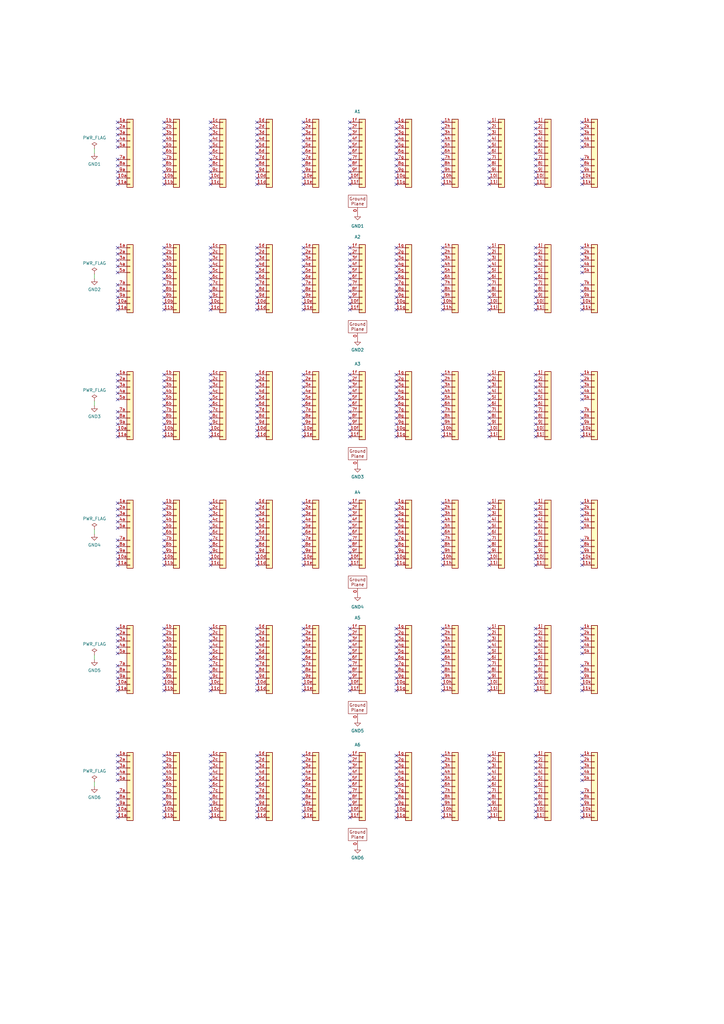
<source format=kicad_sch>
(kicad_sch (version 20230121) (generator eeschema)

  (uuid 7f10659e-f049-43ad-b041-9573e4455042)

  (paper "A3" portrait)

  (lib_symbols
    (symbol "RF_ProtoBoard:GND4" (power) (pin_names (offset 0)) (in_bom yes) (on_board yes)
      (property "Reference" "#PWR" (at 0 -6.35 0)
        (effects (font (size 1.27 1.27)) hide)
      )
      (property "Value" "GND4" (at 0 -3.81 0)
        (effects (font (size 1.27 1.27)))
      )
      (property "Footprint" "" (at 0 0 0)
        (effects (font (size 1.27 1.27)) hide)
      )
      (property "Datasheet" "" (at 0 0 0)
        (effects (font (size 1.27 1.27)) hide)
      )
      (property "ki_keywords" "global power" (at 0 0 0)
        (effects (font (size 1.27 1.27)) hide)
      )
      (property "ki_description" "Power symbol creates a global label with name \"GND4\" , ground" (at 0 0 0)
        (effects (font (size 1.27 1.27)) hide)
      )
      (symbol "GND4_0_1"
        (polyline
          (pts
            (xy 0 0)
            (xy 0 -1.27)
            (xy 1.27 -1.27)
            (xy 0 -2.54)
            (xy -1.27 -1.27)
            (xy 0 -1.27)
          )
          (stroke (width 0) (type default))
          (fill (type none))
        )
      )
      (symbol "GND4_1_1"
        (pin power_in line (at 0 0 270) (length 0) hide
          (name "GND4" (effects (font (size 1.27 1.27))))
          (number "1" (effects (font (size 1.27 1.27))))
        )
      )
    )
    (symbol "RF_ProtoBoard:GND5" (power) (pin_names (offset 0)) (in_bom yes) (on_board yes)
      (property "Reference" "#PWR" (at 0 -6.35 0)
        (effects (font (size 1.27 1.27)) hide)
      )
      (property "Value" "GND5" (at 0 -3.81 0)
        (effects (font (size 1.27 1.27)))
      )
      (property "Footprint" "" (at 0 0 0)
        (effects (font (size 1.27 1.27)) hide)
      )
      (property "Datasheet" "" (at 0 0 0)
        (effects (font (size 1.27 1.27)) hide)
      )
      (property "ki_keywords" "global power" (at 0 0 0)
        (effects (font (size 1.27 1.27)) hide)
      )
      (property "ki_description" "Power symbol creates a global label with name \"GND5\" , ground" (at 0 0 0)
        (effects (font (size 1.27 1.27)) hide)
      )
      (symbol "GND5_0_1"
        (polyline
          (pts
            (xy 0 0)
            (xy 0 -1.27)
            (xy 1.27 -1.27)
            (xy 0 -2.54)
            (xy -1.27 -1.27)
            (xy 0 -1.27)
          )
          (stroke (width 0) (type default))
          (fill (type none))
        )
      )
      (symbol "GND5_1_1"
        (pin power_in line (at 0 0 270) (length 0) hide
          (name "GND5" (effects (font (size 1.27 1.27))))
          (number "1" (effects (font (size 1.27 1.27))))
        )
      )
    )
    (symbol "RF_ProtoBoard:GND6" (power) (pin_names (offset 0)) (in_bom yes) (on_board yes)
      (property "Reference" "#PWR" (at 0 -6.35 0)
        (effects (font (size 1.27 1.27)) hide)
      )
      (property "Value" "GND6" (at 0 -3.81 0)
        (effects (font (size 1.27 1.27)))
      )
      (property "Footprint" "" (at 0 0 0)
        (effects (font (size 1.27 1.27)) hide)
      )
      (property "Datasheet" "" (at 0 0 0)
        (effects (font (size 1.27 1.27)) hide)
      )
      (property "ki_keywords" "global power" (at 0 0 0)
        (effects (font (size 1.27 1.27)) hide)
      )
      (property "ki_description" "Power symbol creates a global label with name \"GND6\" , ground" (at 0 0 0)
        (effects (font (size 1.27 1.27)) hide)
      )
      (symbol "GND6_0_1"
        (polyline
          (pts
            (xy 0 0)
            (xy 0 -1.27)
            (xy 1.27 -1.27)
            (xy 0 -2.54)
            (xy -1.27 -1.27)
            (xy 0 -1.27)
          )
          (stroke (width 0) (type default))
          (fill (type none))
        )
      )
      (symbol "GND6_1_1"
        (pin power_in line (at 0 0 270) (length 0) hide
          (name "GND6" (effects (font (size 1.27 1.27))))
          (number "1" (effects (font (size 1.27 1.27))))
        )
      )
    )
    (symbol "RF_ProtoBoard:RF_ProtoBoard_Module" (pin_names hide) (in_bom yes) (on_board yes)
      (property "Reference" "A" (at 0 -36.195 0)
        (effects (font (size 1.27 1.27)))
      )
      (property "Value" "RF_ProtoBoard_Module" (at 0 24.13 0)
        (effects (font (size 1.27 1.27)))
      )
      (property "Footprint" "RF_ProtoBoard:RF_ProtoBoard_Module" (at 0 19.05 0)
        (effects (font (size 1.27 1.27)) hide)
      )
      (property "Datasheet" "" (at -85.09 26.67 0)
        (effects (font (size 1.27 1.27)) hide)
      )
      (property "ki_keywords" "RF Radio Frequency Connector Protoboard" (at 0 0 0)
        (effects (font (size 1.27 1.27)) hide)
      )
      (symbol "RF_ProtoBoard_Module_0_1"
        (rectangle (start -3.81 -17.145) (end 3.81 -22.225)
          (stroke (width 0) (type default))
          (fill (type none))
        )
      )
      (symbol "RF_ProtoBoard_Module_1_1"
        (rectangle (start -94.615 -12.573) (end -93.345 -12.827)
          (stroke (width 0.1524) (type default))
          (fill (type none))
        )
        (rectangle (start -94.615 -10.033) (end -93.345 -10.287)
          (stroke (width 0.1524) (type default))
          (fill (type none))
        )
        (rectangle (start -94.615 -7.493) (end -93.345 -7.747)
          (stroke (width 0.1524) (type default))
          (fill (type none))
        )
        (rectangle (start -94.615 -4.953) (end -93.345 -5.207)
          (stroke (width 0.1524) (type default))
          (fill (type none))
        )
        (rectangle (start -94.615 -2.413) (end -93.345 -2.667)
          (stroke (width 0.1524) (type default))
          (fill (type none))
        )
        (rectangle (start -94.615 2.667) (end -93.345 2.413)
          (stroke (width 0.1524) (type default))
          (fill (type none))
        )
        (rectangle (start -94.615 5.207) (end -93.345 4.953)
          (stroke (width 0.1524) (type default))
          (fill (type none))
        )
        (rectangle (start -94.615 7.747) (end -93.345 7.493)
          (stroke (width 0.1524) (type default))
          (fill (type none))
        )
        (rectangle (start -94.615 10.287) (end -93.345 10.033)
          (stroke (width 0.1524) (type default))
          (fill (type none))
        )
        (rectangle (start -94.615 12.827) (end -93.345 12.573)
          (stroke (width 0.1524) (type default))
          (fill (type none))
        )
        (rectangle (start -94.615 13.97) (end -92.075 -13.97)
          (stroke (width 0.254) (type default))
          (fill (type background))
        )
        (rectangle (start -75.565 -12.573) (end -74.295 -12.827)
          (stroke (width 0.1524) (type default))
          (fill (type none))
        )
        (rectangle (start -75.565 -10.033) (end -74.295 -10.287)
          (stroke (width 0.1524) (type default))
          (fill (type none))
        )
        (rectangle (start -75.565 -7.493) (end -74.295 -7.747)
          (stroke (width 0.1524) (type default))
          (fill (type none))
        )
        (rectangle (start -75.565 -4.953) (end -74.295 -5.207)
          (stroke (width 0.1524) (type default))
          (fill (type none))
        )
        (rectangle (start -75.565 -2.413) (end -74.295 -2.667)
          (stroke (width 0.1524) (type default))
          (fill (type none))
        )
        (rectangle (start -75.565 0.127) (end -74.295 -0.127)
          (stroke (width 0.1524) (type default))
          (fill (type none))
        )
        (rectangle (start -75.565 2.667) (end -74.295 2.413)
          (stroke (width 0.1524) (type default))
          (fill (type none))
        )
        (rectangle (start -75.565 5.207) (end -74.295 4.953)
          (stroke (width 0.1524) (type default))
          (fill (type none))
        )
        (rectangle (start -75.565 7.747) (end -74.295 7.493)
          (stroke (width 0.1524) (type default))
          (fill (type none))
        )
        (rectangle (start -75.565 10.287) (end -74.295 10.033)
          (stroke (width 0.1524) (type default))
          (fill (type none))
        )
        (rectangle (start -75.565 12.827) (end -74.295 12.573)
          (stroke (width 0.1524) (type default))
          (fill (type none))
        )
        (rectangle (start -75.565 13.97) (end -73.025 -13.97)
          (stroke (width 0.254) (type default))
          (fill (type background))
        )
        (rectangle (start -56.515 -12.573) (end -55.245 -12.827)
          (stroke (width 0.1524) (type default))
          (fill (type none))
        )
        (rectangle (start -56.515 -10.033) (end -55.245 -10.287)
          (stroke (width 0.1524) (type default))
          (fill (type none))
        )
        (rectangle (start -56.515 -7.493) (end -55.245 -7.747)
          (stroke (width 0.1524) (type default))
          (fill (type none))
        )
        (rectangle (start -56.515 -4.953) (end -55.245 -5.207)
          (stroke (width 0.1524) (type default))
          (fill (type none))
        )
        (rectangle (start -56.515 -2.413) (end -55.245 -2.667)
          (stroke (width 0.1524) (type default))
          (fill (type none))
        )
        (rectangle (start -56.515 0.127) (end -55.245 -0.127)
          (stroke (width 0.1524) (type default))
          (fill (type none))
        )
        (rectangle (start -56.515 2.667) (end -55.245 2.413)
          (stroke (width 0.1524) (type default))
          (fill (type none))
        )
        (rectangle (start -56.515 5.207) (end -55.245 4.953)
          (stroke (width 0.1524) (type default))
          (fill (type none))
        )
        (rectangle (start -56.515 7.747) (end -55.245 7.493)
          (stroke (width 0.1524) (type default))
          (fill (type none))
        )
        (rectangle (start -56.515 10.287) (end -55.245 10.033)
          (stroke (width 0.1524) (type default))
          (fill (type none))
        )
        (rectangle (start -56.515 12.827) (end -55.245 12.573)
          (stroke (width 0.1524) (type default))
          (fill (type none))
        )
        (rectangle (start -56.515 13.97) (end -53.975 -13.97)
          (stroke (width 0.254) (type default))
          (fill (type background))
        )
        (rectangle (start -37.465 -12.573) (end -36.195 -12.827)
          (stroke (width 0.1524) (type default))
          (fill (type none))
        )
        (rectangle (start -37.465 -10.033) (end -36.195 -10.287)
          (stroke (width 0.1524) (type default))
          (fill (type none))
        )
        (rectangle (start -37.465 -7.493) (end -36.195 -7.747)
          (stroke (width 0.1524) (type default))
          (fill (type none))
        )
        (rectangle (start -37.465 -4.953) (end -36.195 -5.207)
          (stroke (width 0.1524) (type default))
          (fill (type none))
        )
        (rectangle (start -37.465 -2.413) (end -36.195 -2.667)
          (stroke (width 0.1524) (type default))
          (fill (type none))
        )
        (rectangle (start -37.465 0.127) (end -36.195 -0.127)
          (stroke (width 0.1524) (type default))
          (fill (type none))
        )
        (rectangle (start -37.465 2.667) (end -36.195 2.413)
          (stroke (width 0.1524) (type default))
          (fill (type none))
        )
        (rectangle (start -37.465 5.207) (end -36.195 4.953)
          (stroke (width 0.1524) (type default))
          (fill (type none))
        )
        (rectangle (start -37.465 7.747) (end -36.195 7.493)
          (stroke (width 0.1524) (type default))
          (fill (type none))
        )
        (rectangle (start -37.465 10.287) (end -36.195 10.033)
          (stroke (width 0.1524) (type default))
          (fill (type none))
        )
        (rectangle (start -37.465 12.827) (end -36.195 12.573)
          (stroke (width 0.1524) (type default))
          (fill (type none))
        )
        (rectangle (start -37.465 13.97) (end -34.925 -13.97)
          (stroke (width 0.254) (type default))
          (fill (type background))
        )
        (rectangle (start -18.415 -12.573) (end -17.145 -12.827)
          (stroke (width 0.1524) (type default))
          (fill (type none))
        )
        (rectangle (start -18.415 -10.033) (end -17.145 -10.287)
          (stroke (width 0.1524) (type default))
          (fill (type none))
        )
        (rectangle (start -18.415 -7.493) (end -17.145 -7.747)
          (stroke (width 0.1524) (type default))
          (fill (type none))
        )
        (rectangle (start -18.415 -4.953) (end -17.145 -5.207)
          (stroke (width 0.1524) (type default))
          (fill (type none))
        )
        (rectangle (start -18.415 -2.413) (end -17.145 -2.667)
          (stroke (width 0.1524) (type default))
          (fill (type none))
        )
        (rectangle (start -18.415 0.127) (end -17.145 -0.127)
          (stroke (width 0.1524) (type default))
          (fill (type none))
        )
        (rectangle (start -18.415 2.667) (end -17.145 2.413)
          (stroke (width 0.1524) (type default))
          (fill (type none))
        )
        (rectangle (start -18.415 5.207) (end -17.145 4.953)
          (stroke (width 0.1524) (type default))
          (fill (type none))
        )
        (rectangle (start -18.415 7.747) (end -17.145 7.493)
          (stroke (width 0.1524) (type default))
          (fill (type none))
        )
        (rectangle (start -18.415 10.287) (end -17.145 10.033)
          (stroke (width 0.1524) (type default))
          (fill (type none))
        )
        (rectangle (start -18.415 12.827) (end -17.145 12.573)
          (stroke (width 0.1524) (type default))
          (fill (type none))
        )
        (rectangle (start -18.415 13.97) (end -15.875 -13.97)
          (stroke (width 0.254) (type default))
          (fill (type background))
        )
        (rectangle (start 0.635 -12.573) (end 1.905 -12.827)
          (stroke (width 0.1524) (type default))
          (fill (type none))
        )
        (rectangle (start 0.635 -10.033) (end 1.905 -10.287)
          (stroke (width 0.1524) (type default))
          (fill (type none))
        )
        (rectangle (start 0.635 -7.493) (end 1.905 -7.747)
          (stroke (width 0.1524) (type default))
          (fill (type none))
        )
        (rectangle (start 0.635 -4.953) (end 1.905 -5.207)
          (stroke (width 0.1524) (type default))
          (fill (type none))
        )
        (rectangle (start 0.635 -2.413) (end 1.905 -2.667)
          (stroke (width 0.1524) (type default))
          (fill (type none))
        )
        (rectangle (start 0.635 0.127) (end 1.905 -0.127)
          (stroke (width 0.1524) (type default))
          (fill (type none))
        )
        (rectangle (start 0.635 2.667) (end 1.905 2.413)
          (stroke (width 0.1524) (type default))
          (fill (type none))
        )
        (rectangle (start 0.635 5.207) (end 1.905 4.953)
          (stroke (width 0.1524) (type default))
          (fill (type none))
        )
        (rectangle (start 0.635 7.747) (end 1.905 7.493)
          (stroke (width 0.1524) (type default))
          (fill (type none))
        )
        (rectangle (start 0.635 10.287) (end 1.905 10.033)
          (stroke (width 0.1524) (type default))
          (fill (type none))
        )
        (rectangle (start 0.635 12.827) (end 1.905 12.573)
          (stroke (width 0.1524) (type default))
          (fill (type none))
        )
        (rectangle (start 0.635 13.97) (end 3.175 -13.97)
          (stroke (width 0.254) (type default))
          (fill (type background))
        )
        (rectangle (start 19.685 -12.573) (end 20.955 -12.827)
          (stroke (width 0.1524) (type default))
          (fill (type none))
        )
        (rectangle (start 19.685 -10.033) (end 20.955 -10.287)
          (stroke (width 0.1524) (type default))
          (fill (type none))
        )
        (rectangle (start 19.685 -7.493) (end 20.955 -7.747)
          (stroke (width 0.1524) (type default))
          (fill (type none))
        )
        (rectangle (start 19.685 -4.953) (end 20.955 -5.207)
          (stroke (width 0.1524) (type default))
          (fill (type none))
        )
        (rectangle (start 19.685 -2.413) (end 20.955 -2.667)
          (stroke (width 0.1524) (type default))
          (fill (type none))
        )
        (rectangle (start 19.685 0.127) (end 20.955 -0.127)
          (stroke (width 0.1524) (type default))
          (fill (type none))
        )
        (rectangle (start 19.685 2.667) (end 20.955 2.413)
          (stroke (width 0.1524) (type default))
          (fill (type none))
        )
        (rectangle (start 19.685 5.207) (end 20.955 4.953)
          (stroke (width 0.1524) (type default))
          (fill (type none))
        )
        (rectangle (start 19.685 7.747) (end 20.955 7.493)
          (stroke (width 0.1524) (type default))
          (fill (type none))
        )
        (rectangle (start 19.685 10.287) (end 20.955 10.033)
          (stroke (width 0.1524) (type default))
          (fill (type none))
        )
        (rectangle (start 19.685 12.827) (end 20.955 12.573)
          (stroke (width 0.1524) (type default))
          (fill (type none))
        )
        (rectangle (start 19.685 13.97) (end 22.225 -13.97)
          (stroke (width 0.254) (type default))
          (fill (type background))
        )
        (rectangle (start 38.735 -12.573) (end 40.005 -12.827)
          (stroke (width 0.1524) (type default))
          (fill (type none))
        )
        (rectangle (start 38.735 -10.033) (end 40.005 -10.287)
          (stroke (width 0.1524) (type default))
          (fill (type none))
        )
        (rectangle (start 38.735 -7.493) (end 40.005 -7.747)
          (stroke (width 0.1524) (type default))
          (fill (type none))
        )
        (rectangle (start 38.735 -4.953) (end 40.005 -5.207)
          (stroke (width 0.1524) (type default))
          (fill (type none))
        )
        (rectangle (start 38.735 -2.413) (end 40.005 -2.667)
          (stroke (width 0.1524) (type default))
          (fill (type none))
        )
        (rectangle (start 38.735 0.127) (end 40.005 -0.127)
          (stroke (width 0.1524) (type default))
          (fill (type none))
        )
        (rectangle (start 38.735 2.667) (end 40.005 2.413)
          (stroke (width 0.1524) (type default))
          (fill (type none))
        )
        (rectangle (start 38.735 5.207) (end 40.005 4.953)
          (stroke (width 0.1524) (type default))
          (fill (type none))
        )
        (rectangle (start 38.735 7.747) (end 40.005 7.493)
          (stroke (width 0.1524) (type default))
          (fill (type none))
        )
        (rectangle (start 38.735 10.287) (end 40.005 10.033)
          (stroke (width 0.1524) (type default))
          (fill (type none))
        )
        (rectangle (start 38.735 12.827) (end 40.005 12.573)
          (stroke (width 0.1524) (type default))
          (fill (type none))
        )
        (rectangle (start 38.735 13.97) (end 41.275 -13.97)
          (stroke (width 0.254) (type default))
          (fill (type background))
        )
        (rectangle (start 57.785 -12.573) (end 59.055 -12.827)
          (stroke (width 0.1524) (type default))
          (fill (type none))
        )
        (rectangle (start 57.785 -10.033) (end 59.055 -10.287)
          (stroke (width 0.1524) (type default))
          (fill (type none))
        )
        (rectangle (start 57.785 -7.493) (end 59.055 -7.747)
          (stroke (width 0.1524) (type default))
          (fill (type none))
        )
        (rectangle (start 57.785 -4.953) (end 59.055 -5.207)
          (stroke (width 0.1524) (type default))
          (fill (type none))
        )
        (rectangle (start 57.785 -2.413) (end 59.055 -2.667)
          (stroke (width 0.1524) (type default))
          (fill (type none))
        )
        (rectangle (start 57.785 0.127) (end 59.055 -0.127)
          (stroke (width 0.1524) (type default))
          (fill (type none))
        )
        (rectangle (start 57.785 2.667) (end 59.055 2.413)
          (stroke (width 0.1524) (type default))
          (fill (type none))
        )
        (rectangle (start 57.785 5.207) (end 59.055 4.953)
          (stroke (width 0.1524) (type default))
          (fill (type none))
        )
        (rectangle (start 57.785 7.747) (end 59.055 7.493)
          (stroke (width 0.1524) (type default))
          (fill (type none))
        )
        (rectangle (start 57.785 10.287) (end 59.055 10.033)
          (stroke (width 0.1524) (type default))
          (fill (type none))
        )
        (rectangle (start 57.785 12.827) (end 59.055 12.573)
          (stroke (width 0.1524) (type default))
          (fill (type none))
        )
        (rectangle (start 57.785 13.97) (end 60.325 -13.97)
          (stroke (width 0.254) (type default))
          (fill (type background))
        )
        (rectangle (start 76.835 -12.573) (end 78.105 -12.827)
          (stroke (width 0.1524) (type default))
          (fill (type none))
        )
        (rectangle (start 76.835 -10.033) (end 78.105 -10.287)
          (stroke (width 0.1524) (type default))
          (fill (type none))
        )
        (rectangle (start 76.835 -7.493) (end 78.105 -7.747)
          (stroke (width 0.1524) (type default))
          (fill (type none))
        )
        (rectangle (start 76.835 -4.953) (end 78.105 -5.207)
          (stroke (width 0.1524) (type default))
          (fill (type none))
        )
        (rectangle (start 76.835 -2.413) (end 78.105 -2.667)
          (stroke (width 0.1524) (type default))
          (fill (type none))
        )
        (rectangle (start 76.835 0.127) (end 78.105 -0.127)
          (stroke (width 0.1524) (type default))
          (fill (type none))
        )
        (rectangle (start 76.835 2.667) (end 78.105 2.413)
          (stroke (width 0.1524) (type default))
          (fill (type none))
        )
        (rectangle (start 76.835 5.207) (end 78.105 4.953)
          (stroke (width 0.1524) (type default))
          (fill (type none))
        )
        (rectangle (start 76.835 7.747) (end 78.105 7.493)
          (stroke (width 0.1524) (type default))
          (fill (type none))
        )
        (rectangle (start 76.835 10.287) (end 78.105 10.033)
          (stroke (width 0.1524) (type default))
          (fill (type none))
        )
        (rectangle (start 76.835 12.827) (end 78.105 12.573)
          (stroke (width 0.1524) (type default))
          (fill (type none))
        )
        (rectangle (start 76.835 13.97) (end 79.375 -13.97)
          (stroke (width 0.254) (type default))
          (fill (type background))
        )
        (rectangle (start 95.885 -12.573) (end 97.155 -12.827)
          (stroke (width 0.1524) (type default))
          (fill (type none))
        )
        (rectangle (start 95.885 -10.033) (end 97.155 -10.287)
          (stroke (width 0.1524) (type default))
          (fill (type none))
        )
        (rectangle (start 95.885 -7.493) (end 97.155 -7.747)
          (stroke (width 0.1524) (type default))
          (fill (type none))
        )
        (rectangle (start 95.885 -4.953) (end 97.155 -5.207)
          (stroke (width 0.1524) (type default))
          (fill (type none))
        )
        (rectangle (start 95.885 -2.413) (end 97.155 -2.667)
          (stroke (width 0.1524) (type default))
          (fill (type none))
        )
        (rectangle (start 95.885 2.667) (end 97.155 2.413)
          (stroke (width 0.1524) (type default))
          (fill (type none))
        )
        (rectangle (start 95.885 5.207) (end 97.155 4.953)
          (stroke (width 0.1524) (type default))
          (fill (type none))
        )
        (rectangle (start 95.885 7.747) (end 97.155 7.493)
          (stroke (width 0.1524) (type default))
          (fill (type none))
        )
        (rectangle (start 95.885 10.287) (end 97.155 10.033)
          (stroke (width 0.1524) (type default))
          (fill (type none))
        )
        (rectangle (start 95.885 12.827) (end 97.155 12.573)
          (stroke (width 0.1524) (type default))
          (fill (type none))
        )
        (rectangle (start 95.885 13.97) (end 98.425 -13.97)
          (stroke (width 0.254) (type default))
          (fill (type background))
        )
        (text "Ground\nPlane" (at 0 -19.685 0)
          (effects (font (size 1.27 1.27)))
        )
        (pin passive line (at 0 -24.765 90) (length 2.54)
          (name "Pin_Gnd" (effects (font (size 1.27 1.27))))
          (number "0" (effects (font (size 1.27 1.27))))
        )
        (pin passive line (at -98.425 -10.16 0) (length 3.81)
          (name "Pin_10a" (effects (font (size 1.27 1.27))))
          (number "10a" (effects (font (size 1.27 1.27))))
        )
        (pin passive line (at -79.375 -10.16 0) (length 3.81)
          (name "Pin_10b" (effects (font (size 1.27 1.27))))
          (number "10b" (effects (font (size 1.27 1.27))))
        )
        (pin passive line (at -60.325 -10.16 0) (length 3.81)
          (name "Pin_10c" (effects (font (size 1.27 1.27))))
          (number "10c" (effects (font (size 1.27 1.27))))
        )
        (pin passive line (at -41.275 -10.16 0) (length 3.81)
          (name "Pin_10d" (effects (font (size 1.27 1.27))))
          (number "10d" (effects (font (size 1.27 1.27))))
        )
        (pin passive line (at -22.225 -10.16 0) (length 3.81)
          (name "Pin_10e" (effects (font (size 1.27 1.27))))
          (number "10e" (effects (font (size 1.27 1.27))))
        )
        (pin passive line (at -3.175 -10.16 0) (length 3.81)
          (name "Pin_10f" (effects (font (size 1.27 1.27))))
          (number "10f" (effects (font (size 1.27 1.27))))
        )
        (pin passive line (at 15.875 -10.16 0) (length 3.81)
          (name "Pin_10g" (effects (font (size 1.27 1.27))))
          (number "10g" (effects (font (size 1.27 1.27))))
        )
        (pin passive line (at 34.925 -10.16 0) (length 3.81)
          (name "Pin_10h" (effects (font (size 1.27 1.27))))
          (number "10h" (effects (font (size 1.27 1.27))))
        )
        (pin passive line (at 53.975 -10.16 0) (length 3.81)
          (name "Pin_10i" (effects (font (size 1.27 1.27))))
          (number "10i" (effects (font (size 1.27 1.27))))
        )
        (pin passive line (at 73.025 -10.16 0) (length 3.81)
          (name "Pin_10j" (effects (font (size 1.27 1.27))))
          (number "10j" (effects (font (size 1.27 1.27))))
        )
        (pin passive line (at 92.075 -10.16 0) (length 3.81)
          (name "Pin_10k" (effects (font (size 1.27 1.27))))
          (number "10k" (effects (font (size 1.27 1.27))))
        )
        (pin passive line (at -98.425 -12.7 0) (length 3.81)
          (name "Pin_11a" (effects (font (size 1.27 1.27))))
          (number "11a" (effects (font (size 1.27 1.27))))
        )
        (pin passive line (at -79.375 -12.7 0) (length 3.81)
          (name "Pin_11b" (effects (font (size 1.27 1.27))))
          (number "11b" (effects (font (size 1.27 1.27))))
        )
        (pin passive line (at -60.325 -12.7 0) (length 3.81)
          (name "Pin_11c" (effects (font (size 1.27 1.27))))
          (number "11c" (effects (font (size 1.27 1.27))))
        )
        (pin passive line (at -41.275 -12.7 0) (length 3.81)
          (name "Pin_11d" (effects (font (size 1.27 1.27))))
          (number "11d" (effects (font (size 1.27 1.27))))
        )
        (pin passive line (at -22.225 -12.7 0) (length 3.81)
          (name "Pin_11e" (effects (font (size 1.27 1.27))))
          (number "11e" (effects (font (size 1.27 1.27))))
        )
        (pin passive line (at -3.175 -12.7 0) (length 3.81)
          (name "Pin_11f" (effects (font (size 1.27 1.27))))
          (number "11f" (effects (font (size 1.27 1.27))))
        )
        (pin passive line (at 15.875 -12.7 0) (length 3.81)
          (name "Pin_11g" (effects (font (size 1.27 1.27))))
          (number "11g" (effects (font (size 1.27 1.27))))
        )
        (pin passive line (at 34.925 -12.7 0) (length 3.81)
          (name "Pin_11h" (effects (font (size 1.27 1.27))))
          (number "11h" (effects (font (size 1.27 1.27))))
        )
        (pin passive line (at 53.975 -12.7 0) (length 3.81)
          (name "Pin_11i" (effects (font (size 1.27 1.27))))
          (number "11i" (effects (font (size 1.27 1.27))))
        )
        (pin passive line (at 73.025 -12.7 0) (length 3.81)
          (name "Pin_11j" (effects (font (size 1.27 1.27))))
          (number "11j" (effects (font (size 1.27 1.27))))
        )
        (pin passive line (at 92.075 -12.7 0) (length 3.81)
          (name "Pin_11k" (effects (font (size 1.27 1.27))))
          (number "11k" (effects (font (size 1.27 1.27))))
        )
        (pin passive line (at -98.425 12.7 0) (length 3.81)
          (name "Pin_1a" (effects (font (size 1.27 1.27))))
          (number "1a" (effects (font (size 1.27 1.27))))
        )
        (pin passive line (at -79.375 12.7 0) (length 3.81)
          (name "Pin_1b" (effects (font (size 1.27 1.27))))
          (number "1b" (effects (font (size 1.27 1.27))))
        )
        (pin passive line (at -60.325 12.7 0) (length 3.81)
          (name "Pin_1c" (effects (font (size 1.27 1.27))))
          (number "1c" (effects (font (size 1.27 1.27))))
        )
        (pin passive line (at -41.275 12.7 0) (length 3.81)
          (name "Pin_1d" (effects (font (size 1.27 1.27))))
          (number "1d" (effects (font (size 1.27 1.27))))
        )
        (pin passive line (at -22.225 12.7 0) (length 3.81)
          (name "Pin_1e" (effects (font (size 1.27 1.27))))
          (number "1e" (effects (font (size 1.27 1.27))))
        )
        (pin passive line (at -3.175 12.7 0) (length 3.81)
          (name "Pin_1f" (effects (font (size 1.27 1.27))))
          (number "1f" (effects (font (size 1.27 1.27))))
        )
        (pin passive line (at 15.875 12.7 0) (length 3.81)
          (name "Pin_1g" (effects (font (size 1.27 1.27))))
          (number "1g" (effects (font (size 1.27 1.27))))
        )
        (pin passive line (at 34.925 12.7 0) (length 3.81)
          (name "Pin_1h" (effects (font (size 1.27 1.27))))
          (number "1h" (effects (font (size 1.27 1.27))))
        )
        (pin passive line (at 53.975 12.7 0) (length 3.81)
          (name "Pin_1i" (effects (font (size 1.27 1.27))))
          (number "1i" (effects (font (size 1.27 1.27))))
        )
        (pin passive line (at 73.025 12.7 0) (length 3.81)
          (name "Pin_1j" (effects (font (size 1.27 1.27))))
          (number "1j" (effects (font (size 1.27 1.27))))
        )
        (pin passive line (at 92.075 12.7 0) (length 3.81)
          (name "Pin_1k" (effects (font (size 1.27 1.27))))
          (number "1k" (effects (font (size 1.27 1.27))))
        )
        (pin passive line (at -98.425 10.16 0) (length 3.81)
          (name "Pin_2a" (effects (font (size 1.27 1.27))))
          (number "2a" (effects (font (size 1.27 1.27))))
        )
        (pin passive line (at -79.375 10.16 0) (length 3.81)
          (name "Pin_2b" (effects (font (size 1.27 1.27))))
          (number "2b" (effects (font (size 1.27 1.27))))
        )
        (pin passive line (at -60.325 10.16 0) (length 3.81)
          (name "Pin_2c" (effects (font (size 1.27 1.27))))
          (number "2c" (effects (font (size 1.27 1.27))))
        )
        (pin passive line (at -41.275 10.16 0) (length 3.81)
          (name "Pin_2d" (effects (font (size 1.27 1.27))))
          (number "2d" (effects (font (size 1.27 1.27))))
        )
        (pin passive line (at -22.225 10.16 0) (length 3.81)
          (name "Pin_2e" (effects (font (size 1.27 1.27))))
          (number "2e" (effects (font (size 1.27 1.27))))
        )
        (pin passive line (at -3.175 10.16 0) (length 3.81)
          (name "Pin_2f" (effects (font (size 1.27 1.27))))
          (number "2f" (effects (font (size 1.27 1.27))))
        )
        (pin passive line (at 15.875 10.16 0) (length 3.81)
          (name "Pin_2g" (effects (font (size 1.27 1.27))))
          (number "2g" (effects (font (size 1.27 1.27))))
        )
        (pin passive line (at 34.925 10.16 0) (length 3.81)
          (name "Pin_2h" (effects (font (size 1.27 1.27))))
          (number "2h" (effects (font (size 1.27 1.27))))
        )
        (pin passive line (at 53.975 10.16 0) (length 3.81)
          (name "Pin_2i" (effects (font (size 1.27 1.27))))
          (number "2i" (effects (font (size 1.27 1.27))))
        )
        (pin passive line (at 73.025 10.16 0) (length 3.81)
          (name "Pin_2j" (effects (font (size 1.27 1.27))))
          (number "2j" (effects (font (size 1.27 1.27))))
        )
        (pin passive line (at 92.075 10.16 0) (length 3.81)
          (name "Pin_2k" (effects (font (size 1.27 1.27))))
          (number "2k" (effects (font (size 1.27 1.27))))
        )
        (pin passive line (at -98.425 7.62 0) (length 3.81)
          (name "Pin_3a" (effects (font (size 1.27 1.27))))
          (number "3a" (effects (font (size 1.27 1.27))))
        )
        (pin passive line (at -79.375 7.62 0) (length 3.81)
          (name "Pin_3b" (effects (font (size 1.27 1.27))))
          (number "3b" (effects (font (size 1.27 1.27))))
        )
        (pin passive line (at -60.325 7.62 0) (length 3.81)
          (name "Pin_3c" (effects (font (size 1.27 1.27))))
          (number "3c" (effects (font (size 1.27 1.27))))
        )
        (pin passive line (at -41.275 7.62 0) (length 3.81)
          (name "Pin_3d" (effects (font (size 1.27 1.27))))
          (number "3d" (effects (font (size 1.27 1.27))))
        )
        (pin passive line (at -22.225 7.62 0) (length 3.81)
          (name "Pin_3e" (effects (font (size 1.27 1.27))))
          (number "3e" (effects (font (size 1.27 1.27))))
        )
        (pin passive line (at -3.175 7.62 0) (length 3.81)
          (name "Pin_3f" (effects (font (size 1.27 1.27))))
          (number "3f" (effects (font (size 1.27 1.27))))
        )
        (pin passive line (at 15.875 7.62 0) (length 3.81)
          (name "Pin_3g" (effects (font (size 1.27 1.27))))
          (number "3g" (effects (font (size 1.27 1.27))))
        )
        (pin passive line (at 34.925 7.62 0) (length 3.81)
          (name "Pin_3h" (effects (font (size 1.27 1.27))))
          (number "3h" (effects (font (size 1.27 1.27))))
        )
        (pin passive line (at 53.975 7.62 0) (length 3.81)
          (name "Pin_3i" (effects (font (size 1.27 1.27))))
          (number "3i" (effects (font (size 1.27 1.27))))
        )
        (pin passive line (at 73.025 7.62 0) (length 3.81)
          (name "Pin_3j" (effects (font (size 1.27 1.27))))
          (number "3j" (effects (font (size 1.27 1.27))))
        )
        (pin passive line (at 92.075 7.62 0) (length 3.81)
          (name "Pin_3k" (effects (font (size 1.27 1.27))))
          (number "3k" (effects (font (size 1.27 1.27))))
        )
        (pin passive line (at -98.425 5.08 0) (length 3.81)
          (name "Pin_4a" (effects (font (size 1.27 1.27))))
          (number "4a" (effects (font (size 1.27 1.27))))
        )
        (pin passive line (at -79.375 5.08 0) (length 3.81)
          (name "Pin_4b" (effects (font (size 1.27 1.27))))
          (number "4b" (effects (font (size 1.27 1.27))))
        )
        (pin passive line (at -60.325 5.08 0) (length 3.81)
          (name "Pin_4c" (effects (font (size 1.27 1.27))))
          (number "4c" (effects (font (size 1.27 1.27))))
        )
        (pin passive line (at -41.275 5.08 0) (length 3.81)
          (name "Pin_4d" (effects (font (size 1.27 1.27))))
          (number "4d" (effects (font (size 1.27 1.27))))
        )
        (pin passive line (at -22.225 5.08 0) (length 3.81)
          (name "Pin_4e" (effects (font (size 1.27 1.27))))
          (number "4e" (effects (font (size 1.27 1.27))))
        )
        (pin passive line (at -3.175 5.08 0) (length 3.81)
          (name "Pin_4f" (effects (font (size 1.27 1.27))))
          (number "4f" (effects (font (size 1.27 1.27))))
        )
        (pin passive line (at 15.875 5.08 0) (length 3.81)
          (name "Pin_4g" (effects (font (size 1.27 1.27))))
          (number "4g" (effects (font (size 1.27 1.27))))
        )
        (pin passive line (at 34.925 5.08 0) (length 3.81)
          (name "Pin_4h" (effects (font (size 1.27 1.27))))
          (number "4h" (effects (font (size 1.27 1.27))))
        )
        (pin passive line (at 53.975 5.08 0) (length 3.81)
          (name "Pin_4i" (effects (font (size 1.27 1.27))))
          (number "4i" (effects (font (size 1.27 1.27))))
        )
        (pin passive line (at 73.025 5.08 0) (length 3.81)
          (name "Pin_4j" (effects (font (size 1.27 1.27))))
          (number "4j" (effects (font (size 1.27 1.27))))
        )
        (pin passive line (at 92.075 5.08 0) (length 3.81)
          (name "Pin_4k" (effects (font (size 1.27 1.27))))
          (number "4k" (effects (font (size 1.27 1.27))))
        )
        (pin passive line (at -98.425 2.54 0) (length 3.81)
          (name "Pin_5a" (effects (font (size 1.27 1.27))))
          (number "5a" (effects (font (size 1.27 1.27))))
        )
        (pin passive line (at -79.375 2.54 0) (length 3.81)
          (name "Pin_5b" (effects (font (size 1.27 1.27))))
          (number "5b" (effects (font (size 1.27 1.27))))
        )
        (pin passive line (at -60.325 2.54 0) (length 3.81)
          (name "Pin_5c" (effects (font (size 1.27 1.27))))
          (number "5c" (effects (font (size 1.27 1.27))))
        )
        (pin passive line (at -41.275 2.54 0) (length 3.81)
          (name "Pin_5d" (effects (font (size 1.27 1.27))))
          (number "5d" (effects (font (size 1.27 1.27))))
        )
        (pin passive line (at -22.225 2.54 0) (length 3.81)
          (name "Pin_5e" (effects (font (size 1.27 1.27))))
          (number "5e" (effects (font (size 1.27 1.27))))
        )
        (pin passive line (at -3.175 2.54 0) (length 3.81)
          (name "Pin_5f" (effects (font (size 1.27 1.27))))
          (number "5f" (effects (font (size 1.27 1.27))))
        )
        (pin passive line (at 15.875 2.54 0) (length 3.81)
          (name "Pin_5g" (effects (font (size 1.27 1.27))))
          (number "5g" (effects (font (size 1.27 1.27))))
        )
        (pin passive line (at 34.925 2.54 0) (length 3.81)
          (name "Pin_5h" (effects (font (size 1.27 1.27))))
          (number "5h" (effects (font (size 1.27 1.27))))
        )
        (pin passive line (at 53.975 2.54 0) (length 3.81)
          (name "Pin_5i" (effects (font (size 1.27 1.27))))
          (number "5i" (effects (font (size 1.27 1.27))))
        )
        (pin passive line (at 73.025 2.54 0) (length 3.81)
          (name "Pin_5j" (effects (font (size 1.27 1.27))))
          (number "5j" (effects (font (size 1.27 1.27))))
        )
        (pin passive line (at 92.075 2.54 0) (length 3.81)
          (name "Pin_5k" (effects (font (size 1.27 1.27))))
          (number "5k" (effects (font (size 1.27 1.27))))
        )
        (pin passive line (at -79.375 0 0) (length 3.81)
          (name "Pin_6b" (effects (font (size 1.27 1.27))))
          (number "6b" (effects (font (size 1.27 1.27))))
        )
        (pin passive line (at -60.325 0 0) (length 3.81)
          (name "Pin_6c" (effects (font (size 1.27 1.27))))
          (number "6c" (effects (font (size 1.27 1.27))))
        )
        (pin passive line (at -41.275 0 0) (length 3.81)
          (name "Pin_6d" (effects (font (size 1.27 1.27))))
          (number "6d" (effects (font (size 1.27 1.27))))
        )
        (pin passive line (at -22.225 0 0) (length 3.81)
          (name "Pin_6e" (effects (font (size 1.27 1.27))))
          (number "6e" (effects (font (size 1.27 1.27))))
        )
        (pin passive line (at -3.175 0 0) (length 3.81)
          (name "Pin_6f" (effects (font (size 1.27 1.27))))
          (number "6f" (effects (font (size 1.27 1.27))))
        )
        (pin passive line (at 15.875 0 0) (length 3.81)
          (name "Pin_6g" (effects (font (size 1.27 1.27))))
          (number "6g" (effects (font (size 1.27 1.27))))
        )
        (pin passive line (at 34.925 0 0) (length 3.81)
          (name "Pin_6h" (effects (font (size 1.27 1.27))))
          (number "6h" (effects (font (size 1.27 1.27))))
        )
        (pin passive line (at 53.975 0 0) (length 3.81)
          (name "Pin_6i" (effects (font (size 1.27 1.27))))
          (number "6i" (effects (font (size 1.27 1.27))))
        )
        (pin passive line (at 73.025 0 0) (length 3.81)
          (name "Pin_6j" (effects (font (size 1.27 1.27))))
          (number "6j" (effects (font (size 1.27 1.27))))
        )
        (pin passive line (at -98.425 -2.54 0) (length 3.81)
          (name "Pin_7a" (effects (font (size 1.27 1.27))))
          (number "7a" (effects (font (size 1.27 1.27))))
        )
        (pin passive line (at -79.375 -2.54 0) (length 3.81)
          (name "Pin_7b" (effects (font (size 1.27 1.27))))
          (number "7b" (effects (font (size 1.27 1.27))))
        )
        (pin passive line (at -60.325 -2.54 0) (length 3.81)
          (name "Pin_7c" (effects (font (size 1.27 1.27))))
          (number "7c" (effects (font (size 1.27 1.27))))
        )
        (pin passive line (at -41.275 -2.54 0) (length 3.81)
          (name "Pin_7d" (effects (font (size 1.27 1.27))))
          (number "7d" (effects (font (size 1.27 1.27))))
        )
        (pin passive line (at -22.225 -2.54 0) (length 3.81)
          (name "Pin_7e" (effects (font (size 1.27 1.27))))
          (number "7e" (effects (font (size 1.27 1.27))))
        )
        (pin passive line (at -3.175 -2.54 0) (length 3.81)
          (name "Pin_7f" (effects (font (size 1.27 1.27))))
          (number "7f" (effects (font (size 1.27 1.27))))
        )
        (pin passive line (at 15.875 -2.54 0) (length 3.81)
          (name "Pin_7g" (effects (font (size 1.27 1.27))))
          (number "7g" (effects (font (size 1.27 1.27))))
        )
        (pin passive line (at 34.925 -2.54 0) (length 3.81)
          (name "Pin_7h" (effects (font (size 1.27 1.27))))
          (number "7h" (effects (font (size 1.27 1.27))))
        )
        (pin passive line (at 53.975 -2.54 0) (length 3.81)
          (name "Pin_7i" (effects (font (size 1.27 1.27))))
          (number "7i" (effects (font (size 1.27 1.27))))
        )
        (pin passive line (at 73.025 -2.54 0) (length 3.81)
          (name "Pin_7j" (effects (font (size 1.27 1.27))))
          (number "7j" (effects (font (size 1.27 1.27))))
        )
        (pin passive line (at 92.075 -2.54 0) (length 3.81)
          (name "Pin_7k" (effects (font (size 1.27 1.27))))
          (number "7k" (effects (font (size 1.27 1.27))))
        )
        (pin passive line (at -98.425 -5.08 0) (length 3.81)
          (name "Pin_8a" (effects (font (size 1.27 1.27))))
          (number "8a" (effects (font (size 1.27 1.27))))
        )
        (pin passive line (at -79.375 -5.08 0) (length 3.81)
          (name "Pin_8b" (effects (font (size 1.27 1.27))))
          (number "8b" (effects (font (size 1.27 1.27))))
        )
        (pin passive line (at -60.325 -5.08 0) (length 3.81)
          (name "Pin_8c" (effects (font (size 1.27 1.27))))
          (number "8c" (effects (font (size 1.27 1.27))))
        )
        (pin passive line (at -41.275 -5.08 0) (length 3.81)
          (name "Pin_8d" (effects (font (size 1.27 1.27))))
          (number "8d" (effects (font (size 1.27 1.27))))
        )
        (pin passive line (at -22.225 -5.08 0) (length 3.81)
          (name "Pin_8e" (effects (font (size 1.27 1.27))))
          (number "8e" (effects (font (size 1.27 1.27))))
        )
        (pin passive line (at -3.175 -5.08 0) (length 3.81)
          (name "Pin_8f" (effects (font (size 1.27 1.27))))
          (number "8f" (effects (font (size 1.27 1.27))))
        )
        (pin passive line (at 15.875 -5.08 0) (length 3.81)
          (name "Pin_8g" (effects (font (size 1.27 1.27))))
          (number "8g" (effects (font (size 1.27 1.27))))
        )
        (pin passive line (at 34.925 -5.08 0) (length 3.81)
          (name "Pin_8h" (effects (font (size 1.27 1.27))))
          (number "8h" (effects (font (size 1.27 1.27))))
        )
        (pin passive line (at 53.975 -5.08 0) (length 3.81)
          (name "Pin_8i" (effects (font (size 1.27 1.27))))
          (number "8i" (effects (font (size 1.27 1.27))))
        )
        (pin passive line (at 73.025 -5.08 0) (length 3.81)
          (name "Pin_8j" (effects (font (size 1.27 1.27))))
          (number "8j" (effects (font (size 1.27 1.27))))
        )
        (pin passive line (at 92.075 -5.08 0) (length 3.81)
          (name "Pin_8k" (effects (font (size 1.27 1.27))))
          (number "8k" (effects (font (size 1.27 1.27))))
        )
        (pin passive line (at -98.425 -7.62 0) (length 3.81)
          (name "Pin_9a" (effects (font (size 1.27 1.27))))
          (number "9a" (effects (font (size 1.27 1.27))))
        )
        (pin passive line (at -79.375 -7.62 0) (length 3.81)
          (name "Pin_9b" (effects (font (size 1.27 1.27))))
          (number "9b" (effects (font (size 1.27 1.27))))
        )
        (pin passive line (at -60.325 -7.62 0) (length 3.81)
          (name "Pin_9c" (effects (font (size 1.27 1.27))))
          (number "9c" (effects (font (size 1.27 1.27))))
        )
        (pin passive line (at -41.275 -7.62 0) (length 3.81)
          (name "Pin_9d" (effects (font (size 1.27 1.27))))
          (number "9d" (effects (font (size 1.27 1.27))))
        )
        (pin passive line (at -22.225 -7.62 0) (length 3.81)
          (name "Pin_9e" (effects (font (size 1.27 1.27))))
          (number "9e" (effects (font (size 1.27 1.27))))
        )
        (pin passive line (at -3.175 -7.62 0) (length 3.81)
          (name "Pin_9f" (effects (font (size 1.27 1.27))))
          (number "9f" (effects (font (size 1.27 1.27))))
        )
        (pin passive line (at 15.875 -7.62 0) (length 3.81)
          (name "Pin_9g" (effects (font (size 1.27 1.27))))
          (number "9g" (effects (font (size 1.27 1.27))))
        )
        (pin passive line (at 34.925 -7.62 0) (length 3.81)
          (name "Pin_9h" (effects (font (size 1.27 1.27))))
          (number "9h" (effects (font (size 1.27 1.27))))
        )
        (pin passive line (at 53.975 -7.62 0) (length 3.81)
          (name "Pin_9i" (effects (font (size 1.27 1.27))))
          (number "9i" (effects (font (size 1.27 1.27))))
        )
        (pin passive line (at 73.025 -7.62 0) (length 3.81)
          (name "Pin_9j" (effects (font (size 1.27 1.27))))
          (number "9j" (effects (font (size 1.27 1.27))))
        )
        (pin passive line (at 92.075 -7.62 0) (length 3.81)
          (name "Pin_9k" (effects (font (size 1.27 1.27))))
          (number "9k" (effects (font (size 1.27 1.27))))
        )
      )
    )
    (symbol "power:GND1" (power) (pin_names (offset 0)) (in_bom yes) (on_board yes)
      (property "Reference" "#PWR" (at 0 -6.35 0)
        (effects (font (size 1.27 1.27)) hide)
      )
      (property "Value" "GND1" (at 0 -3.81 0)
        (effects (font (size 1.27 1.27)))
      )
      (property "Footprint" "" (at 0 0 0)
        (effects (font (size 1.27 1.27)) hide)
      )
      (property "Datasheet" "" (at 0 0 0)
        (effects (font (size 1.27 1.27)) hide)
      )
      (property "ki_keywords" "global power" (at 0 0 0)
        (effects (font (size 1.27 1.27)) hide)
      )
      (property "ki_description" "Power symbol creates a global label with name \"GND1\" , ground" (at 0 0 0)
        (effects (font (size 1.27 1.27)) hide)
      )
      (symbol "GND1_0_1"
        (polyline
          (pts
            (xy 0 0)
            (xy 0 -1.27)
            (xy 1.27 -1.27)
            (xy 0 -2.54)
            (xy -1.27 -1.27)
            (xy 0 -1.27)
          )
          (stroke (width 0) (type default))
          (fill (type none))
        )
      )
      (symbol "GND1_1_1"
        (pin power_in line (at 0 0 270) (length 0) hide
          (name "GND1" (effects (font (size 1.27 1.27))))
          (number "1" (effects (font (size 1.27 1.27))))
        )
      )
    )
    (symbol "power:GND2" (power) (pin_names (offset 0)) (in_bom yes) (on_board yes)
      (property "Reference" "#PWR" (at 0 -6.35 0)
        (effects (font (size 1.27 1.27)) hide)
      )
      (property "Value" "GND2" (at 0 -3.81 0)
        (effects (font (size 1.27 1.27)))
      )
      (property "Footprint" "" (at 0 0 0)
        (effects (font (size 1.27 1.27)) hide)
      )
      (property "Datasheet" "" (at 0 0 0)
        (effects (font (size 1.27 1.27)) hide)
      )
      (property "ki_keywords" "global power" (at 0 0 0)
        (effects (font (size 1.27 1.27)) hide)
      )
      (property "ki_description" "Power symbol creates a global label with name \"GND2\" , ground" (at 0 0 0)
        (effects (font (size 1.27 1.27)) hide)
      )
      (symbol "GND2_0_1"
        (polyline
          (pts
            (xy 0 0)
            (xy 0 -1.27)
            (xy 1.27 -1.27)
            (xy 0 -2.54)
            (xy -1.27 -1.27)
            (xy 0 -1.27)
          )
          (stroke (width 0) (type default))
          (fill (type none))
        )
      )
      (symbol "GND2_1_1"
        (pin power_in line (at 0 0 270) (length 0) hide
          (name "GND2" (effects (font (size 1.27 1.27))))
          (number "1" (effects (font (size 1.27 1.27))))
        )
      )
    )
    (symbol "power:GND3" (power) (pin_names (offset 0)) (in_bom yes) (on_board yes)
      (property "Reference" "#PWR" (at 0 -6.35 0)
        (effects (font (size 1.27 1.27)) hide)
      )
      (property "Value" "GND3" (at 0 -3.81 0)
        (effects (font (size 1.27 1.27)))
      )
      (property "Footprint" "" (at 0 0 0)
        (effects (font (size 1.27 1.27)) hide)
      )
      (property "Datasheet" "" (at 0 0 0)
        (effects (font (size 1.27 1.27)) hide)
      )
      (property "ki_keywords" "global power" (at 0 0 0)
        (effects (font (size 1.27 1.27)) hide)
      )
      (property "ki_description" "Power symbol creates a global label with name \"GND3\" , ground" (at 0 0 0)
        (effects (font (size 1.27 1.27)) hide)
      )
      (symbol "GND3_0_1"
        (polyline
          (pts
            (xy 0 0)
            (xy 0 -1.27)
            (xy 1.27 -1.27)
            (xy 0 -2.54)
            (xy -1.27 -1.27)
            (xy 0 -1.27)
          )
          (stroke (width 0) (type default))
          (fill (type none))
        )
      )
      (symbol "GND3_1_1"
        (pin power_in line (at 0 0 270) (length 0) hide
          (name "GND3" (effects (font (size 1.27 1.27))))
          (number "1" (effects (font (size 1.27 1.27))))
        )
      )
    )
    (symbol "power:PWR_FLAG" (power) (pin_numbers hide) (pin_names (offset 0) hide) (in_bom yes) (on_board yes)
      (property "Reference" "#FLG" (at 0 1.905 0)
        (effects (font (size 1.27 1.27)) hide)
      )
      (property "Value" "PWR_FLAG" (at 0 3.81 0)
        (effects (font (size 1.27 1.27)))
      )
      (property "Footprint" "" (at 0 0 0)
        (effects (font (size 1.27 1.27)) hide)
      )
      (property "Datasheet" "~" (at 0 0 0)
        (effects (font (size 1.27 1.27)) hide)
      )
      (property "ki_keywords" "flag power" (at 0 0 0)
        (effects (font (size 1.27 1.27)) hide)
      )
      (property "ki_description" "Special symbol for telling ERC where power comes from" (at 0 0 0)
        (effects (font (size 1.27 1.27)) hide)
      )
      (symbol "PWR_FLAG_0_0"
        (pin power_out line (at 0 0 90) (length 0)
          (name "pwr" (effects (font (size 1.27 1.27))))
          (number "1" (effects (font (size 1.27 1.27))))
        )
      )
      (symbol "PWR_FLAG_0_1"
        (polyline
          (pts
            (xy 0 0)
            (xy 0 1.27)
            (xy -1.016 1.905)
            (xy 0 2.54)
            (xy 1.016 1.905)
            (xy 0 1.27)
          )
          (stroke (width 0) (type default))
          (fill (type none))
        )
      )
    )
  )


  (no_connect (at 162.56 327.66) (uuid 009a7e40-d76e-4316-88f3-afd2665d217f))
  (no_connect (at 219.71 67.945) (uuid 00cf7985-3bbc-4f7f-9dff-b23c0f11e7cd))
  (no_connect (at 219.71 153.67) (uuid 00ec3f42-b8ff-481f-90b6-67d0d70acce0))
  (no_connect (at 219.71 283.21) (uuid 02b5c032-76dd-489a-84d2-43c51bc44bc3))
  (no_connect (at 48.26 127) (uuid 03141fac-2f9c-4275-99e1-12ec16ef64af))
  (no_connect (at 105.41 208.915) (uuid 0402f85d-1a78-4fdf-bdf8-c47b9b5bc326))
  (no_connect (at 238.76 211.455) (uuid 046293ae-8a84-4dea-abe2-dbb8764cb97c))
  (no_connect (at 48.26 161.29) (uuid 04713136-d48e-4f67-9c7e-4defc75e480d))
  (no_connect (at 67.31 262.89) (uuid 0523330c-5d3a-4c8d-ae51-bf68893c62ed))
  (no_connect (at 67.31 320.04) (uuid 0524d594-eacb-4a87-b83c-e06662642889))
  (no_connect (at 143.51 330.2) (uuid 054bd034-cb26-4172-a2ab-440a27066001))
  (no_connect (at 143.51 322.58) (uuid 0578bba6-338c-419a-a075-2a0e52b0c0b6))
  (no_connect (at 86.36 101.6) (uuid 05c76fe3-877c-4eb7-9007-d9f15e5be8ad))
  (no_connect (at 181.61 219.075) (uuid 0623f71c-9180-444d-9c63-46a8ddc416e5))
  (no_connect (at 181.61 62.865) (uuid 062b8450-bbb7-4d87-a316-8c9ebd024a39))
  (no_connect (at 124.46 168.91) (uuid 066fe72e-06a2-43ea-8b3e-67c74b30f3eb))
  (no_connect (at 181.61 52.705) (uuid 06c0696c-3929-4a3f-84d2-fa600f329473))
  (no_connect (at 219.71 213.995) (uuid 07294f78-ed8e-4971-ac3a-44f3fea9a54c))
  (no_connect (at 219.71 65.405) (uuid 072fcefd-eb4f-4118-8822-29dc173b00ad))
  (no_connect (at 143.51 161.29) (uuid 07418579-9af8-471d-83d0-17d750bf2be1))
  (no_connect (at 219.71 171.45) (uuid 07e92641-67b2-4200-8534-6154a2cc9c38))
  (no_connect (at 105.41 161.29) (uuid 0a406a83-5d53-4e63-96d7-de5e232b3704))
  (no_connect (at 162.56 335.28) (uuid 0afbf672-ba31-4c3c-8190-00db388c23d1))
  (no_connect (at 143.51 275.59) (uuid 0b0eef69-5d47-4690-bcf7-ddb08d3d846b))
  (no_connect (at 143.51 229.235) (uuid 0b1e180a-0470-4c82-97eb-dacdffeaeaaa))
  (no_connect (at 200.66 267.97) (uuid 0b881a69-0dc8-4201-8aac-90fd045f39c6))
  (no_connect (at 143.51 335.28) (uuid 0ba5a553-1503-4365-9e47-75b2252c4bb7))
  (no_connect (at 105.41 280.67) (uuid 0baad05d-ab60-4496-870b-815c3e83e495))
  (no_connect (at 143.51 104.14) (uuid 0bb28c38-b380-4c35-b335-89f331391582))
  (no_connect (at 67.31 116.84) (uuid 0bc55d43-377a-4fe8-a816-386d29324eb0))
  (no_connect (at 219.71 211.455) (uuid 0beade0e-f7c5-48d1-88f8-25b036c2f2c8))
  (no_connect (at 162.56 309.88) (uuid 0c06e87c-7fe4-4d43-8f86-9cd93cab5ddc))
  (no_connect (at 219.71 327.66) (uuid 0c9780a3-781c-49b2-a7e5-c685eec863ad))
  (no_connect (at 86.36 111.76) (uuid 0cca6341-15ec-40c2-bd5b-ab95e0b61749))
  (no_connect (at 219.71 278.13) (uuid 0ccbb881-7586-4dba-97f9-3118a2e31b66))
  (no_connect (at 105.41 104.14) (uuid 0ceafca2-7f07-497d-b0bf-805228d6f3bc))
  (no_connect (at 200.66 176.53) (uuid 0d2df376-47e4-48b3-a42d-a1ff330842dd))
  (no_connect (at 162.56 171.45) (uuid 0d3390e2-6b63-4248-b5af-e2505090d297))
  (no_connect (at 143.51 163.83) (uuid 0d36bd2b-9048-4e72-936c-282efb906152))
  (no_connect (at 143.51 226.695) (uuid 0d9d0583-4bfd-467d-a5f8-42bf483fabfe))
  (no_connect (at 181.61 116.84) (uuid 0dea20ab-148f-45d8-85b8-72e8b4da3d4a))
  (no_connect (at 162.56 179.07) (uuid 0defd976-fdf4-4598-8c7c-07adcbc428fe))
  (no_connect (at 219.71 262.89) (uuid 0df32cba-88cf-4114-b407-52e3bc4a3e02))
  (no_connect (at 143.51 213.995) (uuid 0e6ade95-1be8-42e3-af38-72cf3ef0599d))
  (no_connect (at 162.56 65.405) (uuid 0ef71d36-603c-4fe2-80e5-8c7d7c5c21fe))
  (no_connect (at 143.51 73.025) (uuid 0f6b640a-7bb1-4e51-9ec4-1788ca6fa741))
  (no_connect (at 238.76 163.83) (uuid 0ff8876b-c0c9-4aeb-8e9c-b66749cf4829))
  (no_connect (at 200.66 219.075) (uuid 107f1609-884e-4b3d-aaf0-20c08ebecbdb))
  (no_connect (at 143.51 55.245) (uuid 112c8c87-bf15-44d7-9301-cc42634ade04))
  (no_connect (at 200.66 116.84) (uuid 118a974b-2f66-4ef1-9474-9a8a27f1b754))
  (no_connect (at 124.46 67.945) (uuid 11989984-e246-4ca1-896a-19c128b70821))
  (no_connect (at 67.31 211.455) (uuid 11c2955f-4fa9-4934-99c5-ffdf10cd231e))
  (no_connect (at 219.71 75.565) (uuid 1200d82e-7a23-47e5-9ecf-82619516c9df))
  (no_connect (at 67.31 335.28) (uuid 1214d1a7-5db0-4f64-9aa2-4cd668b0487f))
  (no_connect (at 67.31 101.6) (uuid 12caf0a0-8111-4356-93e6-8a46fa711114))
  (no_connect (at 200.66 124.46) (uuid 12d3be15-efde-466d-b4d0-dcba7fc174a4))
  (no_connect (at 105.41 62.865) (uuid 12f36f0e-779d-4b52-b4a7-41c2896020c3))
  (no_connect (at 181.61 221.615) (uuid 130b0a5f-7deb-42fe-a2d2-c2c80c0fdb13))
  (no_connect (at 105.41 265.43) (uuid 13b33b6b-81a1-41cc-886a-b0d16b988b3f))
  (no_connect (at 238.76 275.59) (uuid 1440119f-2b5b-4773-af1e-b62b27e36a27))
  (no_connect (at 219.71 231.775) (uuid 14514855-e912-41e7-bafd-2bb2f6164019))
  (no_connect (at 143.51 206.375) (uuid 148ad8b6-61ca-4c48-ab04-7afb1d8c0671))
  (no_connect (at 162.56 278.13) (uuid 1534e82e-517b-4f10-b247-b343f9214189))
  (no_connect (at 219.71 127) (uuid 15ae52ce-6044-4487-b401-3f8bd3212447))
  (no_connect (at 143.51 52.705) (uuid 163eb011-96d7-4092-bfc2-ff732c0763b2))
  (no_connect (at 86.36 158.75) (uuid 165f270c-569a-488b-b22d-7aeded99ae6d))
  (no_connect (at 200.66 314.96) (uuid 166c7480-7449-40a6-9dca-790d7903372c))
  (no_connect (at 143.51 127) (uuid 174ac85e-acba-4078-99a7-062efab90e46))
  (no_connect (at 219.71 166.37) (uuid 17d2e41c-2064-4a6f-80de-dbf1662f97d2))
  (no_connect (at 105.41 224.155) (uuid 17e7eed1-4fbe-4cec-a1ee-5dd2df5b9b27))
  (no_connect (at 105.41 124.46) (uuid 17f8bfc9-0f23-4694-b0ce-3924e0c2db35))
  (no_connect (at 238.76 330.2) (uuid 1814823d-026d-4e4b-b2bf-162a069e67ca))
  (no_connect (at 48.26 226.695) (uuid 1823e616-31d6-4bd7-8bff-21579f4df9ba))
  (no_connect (at 181.61 273.05) (uuid 189cf10b-6355-480b-ab49-f3371cf0c666))
  (no_connect (at 162.56 127) (uuid 18abb134-5398-41a2-bdd7-1854e79c7aed))
  (no_connect (at 48.26 211.455) (uuid 18d9ac48-90cd-4b99-8b60-3655a14e01c6))
  (no_connect (at 48.26 278.13) (uuid 18e5de33-e7fb-4e60-8adb-5f7610b0cfc4))
  (no_connect (at 238.76 104.14) (uuid 18ec0f4b-e78e-457e-8511-6a15a13d72ff))
  (no_connect (at 124.46 231.775) (uuid 19208107-9dde-46ba-8d7a-51a3defb7798))
  (no_connect (at 162.56 156.21) (uuid 19973705-9ca6-4f37-8189-30565c68c9ff))
  (no_connect (at 48.26 317.5) (uuid 1ae184cb-7265-4b95-acef-54689b0f470c))
  (no_connect (at 86.36 309.88) (uuid 1b8563f4-6fdc-4362-95ee-1bcc8faa583d))
  (no_connect (at 181.61 166.37) (uuid 1bc4056b-1f23-41b1-9659-65925e1d07ff))
  (no_connect (at 181.61 163.83) (uuid 1bf021ce-e6f5-4857-875b-6304d8c0ac05))
  (no_connect (at 86.36 104.14) (uuid 1c192409-e71d-48fc-92cd-95d1c5717283))
  (no_connect (at 86.36 332.74) (uuid 1c19ec6b-a1a7-49ab-90cd-10075cf2d849))
  (no_connect (at 238.76 221.615) (uuid 1c254a89-5c35-427e-b085-85a7d2695a18))
  (no_connect (at 105.41 173.99) (uuid 1c44dd43-1597-4ca0-96be-3bbf6db489f3))
  (no_connect (at 67.31 330.2) (uuid 1c84c35d-295f-4858-bb82-e92bac9d1a8f))
  (no_connect (at 143.51 121.92) (uuid 1d021861-7b54-4982-a3f5-d5df34b4c56d))
  (no_connect (at 67.31 106.68) (uuid 1e785d36-d945-4853-94b0-4783c6bc7953))
  (no_connect (at 181.61 106.68) (uuid 1f9f5eaf-b890-43e3-a5d2-f35cf02ce12f))
  (no_connect (at 219.71 208.915) (uuid 1fb90c26-9089-47f8-9ec0-a749f1cb8a46))
  (no_connect (at 48.26 332.74) (uuid 1ff9ccbe-6656-47b8-8346-794efeb7f874))
  (no_connect (at 124.46 70.485) (uuid 20a61206-f0d8-4d99-86f7-d4ca8ffc6264))
  (no_connect (at 219.71 124.46) (uuid 20b0e233-1c0b-44cc-a9f8-f9afd031a814))
  (no_connect (at 124.46 257.81) (uuid 2109ab61-fdcc-4fa6-9ca8-50c2e6de26ee))
  (no_connect (at 143.51 67.945) (uuid 211bfc34-d2bd-49d0-9eda-f01147c2f1ab))
  (no_connect (at 200.66 322.58) (uuid 216814cc-e617-4c12-ba70-ae23dc2387a2))
  (no_connect (at 162.56 57.785) (uuid 218c3bcc-afbc-4aa5-a318-9b48d1318d98))
  (no_connect (at 162.56 70.485) (uuid 21f607fc-fddd-4479-b9c0-5745529f9d79))
  (no_connect (at 238.76 121.92) (uuid 22dbc676-8d7d-465e-bb30-e144b45ea200))
  (no_connect (at 48.26 320.04) (uuid 23218c28-e6f8-4269-b1fa-34a43dc05053))
  (no_connect (at 48.26 216.535) (uuid 23bb8b35-9868-4de0-97b9-26783bcf6ebd))
  (no_connect (at 181.61 327.66) (uuid 243aa071-1d91-4a95-8f64-2375146cd5dc))
  (no_connect (at 124.46 179.07) (uuid 2471ce16-8cee-4fd9-b065-ffb080868ace))
  (no_connect (at 67.31 153.67) (uuid 24fc2c0c-ba87-4091-834d-75752ea2bf59))
  (no_connect (at 238.76 168.91) (uuid 252993b9-6c23-48a4-bf93-cf81d5dc43b3))
  (no_connect (at 48.26 52.705) (uuid 25bdae47-eaf3-4287-a52b-6ca4dfb595e9))
  (no_connect (at 181.61 267.97) (uuid 2642cb67-f6f3-4060-a5a5-474342859dfd))
  (no_connect (at 162.56 262.89) (uuid 2693fb00-3fc8-45f4-adea-ea5bd599eae3))
  (no_connect (at 48.26 111.76) (uuid 2725adb8-db79-4e3c-b946-4cb00b147b05))
  (no_connect (at 143.51 153.67) (uuid 27335cc0-319e-4d36-8ddf-781a6a67f7e1))
  (no_connect (at 219.71 325.12) (uuid 27471bc0-6233-450b-8bfe-40bc09910480))
  (no_connect (at 181.61 153.67) (uuid 274f3368-b760-4b2e-8b44-93571b81439a))
  (no_connect (at 124.46 116.84) (uuid 27c0c5aa-45a9-401f-821c-d147885be140))
  (no_connect (at 200.66 166.37) (uuid 28082976-77b5-440f-bd98-a088d421d196))
  (no_connect (at 162.56 109.22) (uuid 285a18fa-7a98-45aa-9052-8ba438caff74))
  (no_connect (at 105.41 231.775) (uuid 28d5870e-5225-4f1b-982e-0d34d79d8301))
  (no_connect (at 105.41 67.945) (uuid 298ae673-e5d9-4d85-9697-eee57de1aaeb))
  (no_connect (at 162.56 119.38) (uuid 2a2bce3d-4586-4819-8c5c-37c0aa12358f))
  (no_connect (at 143.51 262.89) (uuid 2ac76bef-c78a-4ced-ba14-b66bc06e4c83))
  (no_connect (at 124.46 270.51) (uuid 2aec6555-2f7d-48f5-b34c-a063959470e2))
  (no_connect (at 86.36 231.775) (uuid 2b3e64a5-7690-457e-9431-33b9f7cf9f38))
  (no_connect (at 105.41 317.5) (uuid 2b904536-67e1-4a6d-be4b-976a9d592664))
  (no_connect (at 181.61 206.375) (uuid 2bd5c576-be1c-4a43-aa49-dc22b52b3057))
  (no_connect (at 124.46 57.785) (uuid 2bdc2fab-3f42-4165-ae2c-78ec8f86d04a))
  (no_connect (at 238.76 52.705) (uuid 2c5d8819-5b75-4876-80d7-f63d1665ad83))
  (no_connect (at 238.76 65.405) (uuid 2c5d9b38-12ff-4387-93a8-2b3b45f596c7))
  (no_connect (at 67.31 166.37) (uuid 2c80b523-b345-44f6-a71c-ef64fe3887de))
  (no_connect (at 105.41 327.66) (uuid 2ce6d0d2-5eb2-4aa9-9a7a-3bab87c47d83))
  (no_connect (at 200.66 330.2) (uuid 2d0355c7-f62b-4570-ade9-beaae111b2ad))
  (no_connect (at 162.56 121.92) (uuid 2d8901fd-6865-40d0-a26b-830a875842a0))
  (no_connect (at 162.56 111.76) (uuid 2d8c5170-6fec-4d8c-8cfa-24b512e18528))
  (no_connect (at 124.46 62.865) (uuid 2dc7b1b4-7a21-4e19-8b80-d19158f05d64))
  (no_connect (at 200.66 60.325) (uuid 2dd93251-b2a6-47d2-b977-a052adb31586))
  (no_connect (at 181.61 67.945) (uuid 2e258cd2-5670-4ca0-93b4-d6153f2d9617))
  (no_connect (at 181.61 171.45) (uuid 2ebccc65-00ae-449e-b72e-cafd5138f8d9))
  (no_connect (at 162.56 50.165) (uuid 2eccbd04-c26e-4e11-bed8-b04acf3df1dc))
  (no_connect (at 48.26 75.565) (uuid 2f360bea-0699-443f-9398-beb822dddee9))
  (no_connect (at 67.31 216.535) (uuid 2f56168b-260f-4d6d-b7cd-1551c2792b79))
  (no_connect (at 219.71 111.76) (uuid 30080dfe-c3ab-4866-8935-0fe62466de66))
  (no_connect (at 219.71 109.22) (uuid 301af3c5-b3e8-4f55-8b9e-13072b397da8))
  (no_connect (at 67.31 327.66) (uuid 30219ed9-f1d2-49da-b4e7-8449f31c2f6a))
  (no_connect (at 48.26 156.21) (uuid 30408539-4801-4b03-99ef-1452563fc2b9))
  (no_connect (at 181.61 73.025) (uuid 30dd2b9b-b1f2-43a6-9c7b-15295665fc72))
  (no_connect (at 200.66 224.155) (uuid 30eaa13a-a8c0-4d46-9db3-2c6eb02949c9))
  (no_connect (at 200.66 273.05) (uuid 311955b5-df7e-45b7-8930-c1364fa97f6b))
  (no_connect (at 200.66 335.28) (uuid 3130bcb6-3dd9-449f-8faf-be9b8b9eda1f))
  (no_connect (at 86.36 278.13) (uuid 31558822-cb0a-41a9-b339-68bf9a001c37))
  (no_connect (at 67.31 179.07) (uuid 316d9079-3224-407c-8d0f-e1b236b5d234))
  (no_connect (at 48.26 65.405) (uuid 3184d66c-b494-4d30-9961-97e205a9a545))
  (no_connect (at 67.31 267.97) (uuid 31cbf106-fa25-438c-9ee9-27ca181d3419))
  (no_connect (at 86.36 221.615) (uuid 322039f4-336c-4729-9d9f-a08748a0bd4a))
  (no_connect (at 181.61 275.59) (uuid 32349c31-57f2-4ec1-aa50-9affa482d917))
  (no_connect (at 124.46 55.245) (uuid 32a126fa-9f52-49fe-97f9-43235f2931a7))
  (no_connect (at 105.41 156.21) (uuid 33425aee-7772-41c4-8c63-c7c8f38ecb8a))
  (no_connect (at 181.61 309.88) (uuid 337b9e96-78b0-47d5-bdcb-2d2f6d9ccf89))
  (no_connect (at 86.36 325.12) (uuid 344e8138-a2ac-4d78-9382-5f85fd564ec2))
  (no_connect (at 162.56 163.83) (uuid 34697b97-0600-44c4-a2f1-d29f4aedfc4b))
  (no_connect (at 48.26 262.89) (uuid 353b95fc-122f-49c0-bbf5-d16081af0e81))
  (no_connect (at 124.46 273.05) (uuid 355842cb-11a8-4d38-b1fa-f8fd66d326e4))
  (no_connect (at 219.71 168.91) (uuid 359a7d87-3e7c-4830-8c1e-12e85b4ef5b7))
  (no_connect (at 124.46 114.3) (uuid 35baa965-68a2-4528-9688-1a50bc11674c))
  (no_connect (at 48.26 153.67) (uuid 3605538c-4e6f-410e-849c-f95916b88c0d))
  (no_connect (at 48.26 325.12) (uuid 37054f8b-fe3d-451a-b01a-0af777670240))
  (no_connect (at 105.41 260.35) (uuid 37e5259f-5257-45da-a84e-155458852177))
  (no_connect (at 143.51 109.22) (uuid 37e5326e-e417-4cde-95c8-81b1a54f1578))
  (no_connect (at 105.41 312.42) (uuid 38b86463-9512-451f-b0b3-65ab073de518))
  (no_connect (at 67.31 50.165) (uuid 38bedab2-64e9-4bda-80c0-b7fae0467695))
  (no_connect (at 219.71 163.83) (uuid 39ce386a-59ce-4a36-8a44-643f5723925f))
  (no_connect (at 162.56 67.945) (uuid 39db7644-97d2-4675-bd2b-b514f86ac073))
  (no_connect (at 162.56 322.58) (uuid 39e1f688-bc04-4ad6-8b88-8f85069df131))
  (no_connect (at 124.46 111.76) (uuid 3a155587-a164-4866-9012-170a8614c77b))
  (no_connect (at 67.31 104.14) (uuid 3a561930-d550-4e36-9b64-219db6683461))
  (no_connect (at 238.76 60.325) (uuid 3a8960ab-08b9-4303-bff2-ce56e0d6be02))
  (no_connect (at 143.51 265.43) (uuid 3aa9fa91-f612-4e7b-bbae-70028a3228a2))
  (no_connect (at 143.51 278.13) (uuid 3af47bf7-149b-41f0-ad38-700565cc607d))
  (no_connect (at 200.66 171.45) (uuid 3b21314e-33b7-4480-92e9-89e29619eb27))
  (no_connect (at 219.71 50.165) (uuid 3b4fa19d-2377-495d-9d37-efdc40d543c8))
  (no_connect (at 105.41 75.565) (uuid 3b73f54e-59e2-4d6e-8665-c05d3360cd4f))
  (no_connect (at 219.71 179.07) (uuid 3bc11754-aae6-4186-8314-67fd84c1eb6f))
  (no_connect (at 238.76 173.99) (uuid 3bc7bdc9-710e-4d3c-878c-78ec0e8cf2a7))
  (no_connect (at 238.76 50.165) (uuid 3c1f4954-f705-40ff-9063-8962665f2b8b))
  (no_connect (at 200.66 55.245) (uuid 3c38bb17-c603-4da1-8602-ecfb3c547618))
  (no_connect (at 181.61 179.07) (uuid 3c8f9b06-9931-45d1-aebb-fe3cb9d0955e))
  (no_connect (at 105.41 211.455) (uuid 3d579a33-b194-476e-853f-92b9500ace3a))
  (no_connect (at 143.51 176.53) (uuid 3d5bf8f1-c10b-4ab1-b54a-30b11e8b38cc))
  (no_connect (at 48.26 106.68) (uuid 3de7de25-1027-41c1-85ea-5e0059781f50))
  (no_connect (at 143.51 216.535) (uuid 3e06f8b1-fa90-4fc3-8352-db0c2c99bab6))
  (no_connect (at 86.36 265.43) (uuid 3e9e2339-42ea-42d6-a58d-6515ec8e1472))
  (no_connect (at 105.41 163.83) (uuid 3f0070bb-0988-43c3-af34-33dc6d1676da))
  (no_connect (at 105.41 171.45) (uuid 3f567ce1-3794-4d5a-b89d-549410da6853))
  (no_connect (at 67.31 62.865) (uuid 4037b09a-1a4c-4940-9212-38b5c5035605))
  (no_connect (at 219.71 221.615) (uuid 403a07b4-36d1-462c-b749-aef93b52bfea))
  (no_connect (at 143.51 166.37) (uuid 40a7f213-2a27-4004-9648-73e9fea33cd9))
  (no_connect (at 181.61 101.6) (uuid 43c4cbf8-c6a1-47bc-8d25-f9b9e4ecbe6c))
  (no_connect (at 162.56 206.375) (uuid 43ea174f-8798-44da-842b-3b2b9629789e))
  (no_connect (at 143.51 280.67) (uuid 4422d0b9-3b7f-45ec-a036-3f68a3e50d8e))
  (no_connect (at 181.61 109.22) (uuid 44ce6968-be9f-4c64-921b-3dcf8816e9dc))
  (no_connect (at 124.46 260.35) (uuid 45543af0-421c-42c9-90f9-0794a5f997d7))
  (no_connect (at 48.26 57.785) (uuid 4612a49a-20ef-4050-9459-9a4bf9146fc7))
  (no_connect (at 86.36 173.99) (uuid 46742377-d1dc-44c6-8763-3418c1df6cb2))
  (no_connect (at 143.51 208.915) (uuid 4690de5a-9358-4bc1-ba93-cea7f898180b))
  (no_connect (at 48.26 55.245) (uuid 46e620cf-5a75-4bc0-a8f6-08c7e6b3dc38))
  (no_connect (at 200.66 114.3) (uuid 46e79c84-b5c6-4758-87e1-446b9c3c90bb))
  (no_connect (at 86.36 163.83) (uuid 477ff1d7-54d8-400b-879f-69e979465596))
  (no_connect (at 86.36 75.565) (uuid 47926033-cbe7-4e17-b33c-1d9e284e5677))
  (no_connect (at 238.76 101.6) (uuid 4841c175-070e-4466-9532-ee8761957019))
  (no_connect (at 181.61 161.29) (uuid 48bbec92-5496-4fd6-a87d-db30e8eba48b))
  (no_connect (at 86.36 327.66) (uuid 48dad26e-a334-4a54-8cfe-27cdcad32bcf))
  (no_connect (at 67.31 127) (uuid 492efa75-de37-41e3-88a7-8b5c4f0a79db))
  (no_connect (at 86.36 65.405) (uuid 49869664-4f1d-4eb5-bd77-5745dcb93c78))
  (no_connect (at 143.51 231.775) (uuid 49fc0900-038d-4a45-906c-9b9e3b13d0bd))
  (no_connect (at 124.46 60.325) (uuid 4a715eb8-b8bf-47ae-b5df-fa39be80764f))
  (no_connect (at 238.76 55.245) (uuid 4a95de18-afdd-415d-9436-ddba377f7ec3))
  (no_connect (at 162.56 219.075) (uuid 4b4df794-7b5a-4107-a40a-031bbe201507))
  (no_connect (at 67.31 280.67) (uuid 4b746de3-3a6b-4952-a4ce-ae8d40c96359))
  (no_connect (at 86.36 257.81) (uuid 4c39864a-c798-406c-8723-92ac77b1d6e1))
  (no_connect (at 162.56 280.67) (uuid 4cb5b7e9-ee36-4d5a-b976-94063c6ef828))
  (no_connect (at 238.76 109.22) (uuid 4d22d014-7142-4643-accf-391f1cff0984))
  (no_connect (at 162.56 114.3) (uuid 4d4d464a-66e8-4a03-9bd2-b9642689bba3))
  (no_connect (at 105.41 257.81) (uuid 4d9b9495-ac15-41df-86f5-762ccf5450b8))
  (no_connect (at 86.36 280.67) (uuid 4dbedaae-9b1d-4fd9-9f0e-39f0c629ba3e))
  (no_connect (at 200.66 312.42) (uuid 4ddbc3b0-3843-445d-bc75-614331303c3c))
  (no_connect (at 86.36 267.97) (uuid 4de9c3b3-8282-4422-96fc-55940c786339))
  (no_connect (at 238.76 206.375) (uuid 4ea85834-a266-41d6-b702-98795c55304e))
  (no_connect (at 200.66 278.13) (uuid 4ee67338-4b29-4722-8055-c7c2ce61a17f))
  (no_connect (at 181.61 335.28) (uuid 4f09d926-d3ac-49a5-a6d6-77351f8f6f50))
  (no_connect (at 67.31 158.75) (uuid 506d7822-54ee-4397-aee5-1c55bb6cb1b0))
  (no_connect (at 143.51 101.6) (uuid 50746177-36e5-4719-bf7b-872c5e344c9b))
  (no_connect (at 105.41 332.74) (uuid 5080aeed-04dd-4b62-860e-f02f81bd3f6f))
  (no_connect (at 238.76 213.995) (uuid 51ce476f-87a0-4c88-be4a-826a04109501))
  (no_connect (at 105.41 52.705) (uuid 51f1163e-0e51-4502-8a7b-ec601df9e68c))
  (no_connect (at 86.36 114.3) (uuid 5247dd6d-fb98-48e4-897e-cdae225900b4))
  (no_connect (at 105.41 116.84) (uuid 52a56c0a-06db-4d6b-93db-e75ef7582fdb))
  (no_connect (at 86.36 320.04) (uuid 535826fb-a650-451b-934a-5a0323e27746))
  (no_connect (at 67.31 265.43) (uuid 53f688e2-3c60-4bdc-b113-eb823e63f905))
  (no_connect (at 238.76 309.88) (uuid 5584247a-a24c-4712-bace-58baefd0070c))
  (no_connect (at 219.71 70.485) (uuid 55a3890a-1630-4840-adba-25911fada15b))
  (no_connect (at 86.36 312.42) (uuid 55b95bc0-3606-41c4-bc7b-e3e4bcb62b79))
  (no_connect (at 200.66 75.565) (uuid 55e261dc-9345-47ff-a807-5add43965242))
  (no_connect (at 86.36 260.35) (uuid 5619af63-f1e2-4b52-8408-818aec762986))
  (no_connect (at 124.46 176.53) (uuid 564658eb-7fab-4fc0-9532-5e7163dbf90b))
  (no_connect (at 219.71 116.84) (uuid 5671d4f3-a369-4770-9ef3-854550ea18c4))
  (no_connect (at 238.76 335.28) (uuid 56c7d5ad-e73f-42e1-b353-af41000b65e9))
  (no_connect (at 219.71 309.88) (uuid 5703a0f3-b6a7-4936-8469-d4ac364a63b3))
  (no_connect (at 124.46 124.46) (uuid 57eaa9b5-bbdc-423b-9b8b-8cbc478dc1a1))
  (no_connect (at 219.71 320.04) (uuid 5826725a-caef-4799-bc45-495e6ba5abed))
  (no_connect (at 86.36 275.59) (uuid 58a301c5-3763-4208-8cef-ce6b364273ce))
  (no_connect (at 143.51 267.97) (uuid 590cc3be-2e97-4f8e-ad1e-3d47e652e4c5))
  (no_connect (at 238.76 229.235) (uuid 5abd8e51-0763-4cfc-a2b8-660652b927eb))
  (no_connect (at 67.31 119.38) (uuid 5b70343b-2890-4edb-881b-89e93658dec9))
  (no_connect (at 124.46 332.74) (uuid 5caa626a-6d48-40aa-9a54-e2dc5260480c))
  (no_connect (at 67.31 231.775) (uuid 5ce39671-d71c-4967-b3ce-69bcb4ba1d05))
  (no_connect (at 238.76 156.21) (uuid 5cf29451-a4bc-43a1-bea5-22efbc8d3e17))
  (no_connect (at 181.61 70.485) (uuid 5d40ddfc-81dd-473e-bfa9-84f98559e4a0))
  (no_connect (at 162.56 75.565) (uuid 5d513a72-951f-4a9d-9549-3cbce802a8bd))
  (no_connect (at 67.31 257.81) (uuid 5da7fff0-2337-41b5-9772-fcb96db12a3a))
  (no_connect (at 181.61 57.785) (uuid 5e1791d6-d2ac-4b12-8eda-e6b1569086d5))
  (no_connect (at 219.71 176.53) (uuid 5ee71c01-6390-464a-a96c-d2a637c0d1a8))
  (no_connect (at 105.41 283.21) (uuid 5ef3455f-95f5-44e6-8fea-877da53a621f))
  (no_connect (at 143.51 309.88) (uuid 5f42db3b-602d-4bb2-b98f-c618adcc62fe))
  (no_connect (at 143.51 57.785) (uuid 5f5fa65d-e0ce-4f61-9718-dc50443afa09))
  (no_connect (at 124.46 280.67) (uuid 5fc387a1-de62-48da-9ab9-9b780e09eba2))
  (no_connect (at 162.56 226.695) (uuid 615ada9c-5e6a-4ada-858a-04b4d5b4adf5))
  (no_connect (at 200.66 106.68) (uuid 61bd68c1-0f3f-461a-989d-828a57d8ce4e))
  (no_connect (at 219.71 161.29) (uuid 61fecc16-42c0-4c84-8859-95503395a4f9))
  (no_connect (at 48.26 267.97) (uuid 62daa9f0-9563-4d89-a826-15cb07012e7b))
  (no_connect (at 181.61 231.775) (uuid 63581421-50cf-4210-857d-f4a42a7f57fa))
  (no_connect (at 143.51 116.84) (uuid 64023546-5bc9-4039-9caa-d726c62c5496))
  (no_connect (at 105.41 275.59) (uuid 647204ee-ae11-4f27-8be3-7c0c95309d35))
  (no_connect (at 162.56 267.97) (uuid 64cc2355-4698-49c5-825e-acdd10bd6a01))
  (no_connect (at 105.41 55.245) (uuid 650bb89e-9151-4c81-92f4-012754f392c3))
  (no_connect (at 162.56 116.84) (uuid 65541fc6-0f1c-4e0e-a2a8-9de2b6f4112b))
  (no_connect (at 124.46 127) (uuid 658f093d-d2cf-4423-b52e-c5ffc562f4cf))
  (no_connect (at 86.36 119.38) (uuid 6590a011-5058-4ed9-b239-21fdc0ce4e74))
  (no_connect (at 105.41 158.75) (uuid 65ab84ff-987d-4593-ab05-dd344d9fca63))
  (no_connect (at 48.26 327.66) (uuid 65c7260a-f67a-4de9-9fe9-890d2eca0d02))
  (no_connect (at 181.61 156.21) (uuid 65e028bb-6686-40a2-b830-7db8d93c6ac6))
  (no_connect (at 48.26 116.84) (uuid 65f1c15f-50a5-44ee-a486-4a634968fdbf))
  (no_connect (at 162.56 265.43) (uuid 668fee03-aefa-43ed-ad10-6ec6fd79c018))
  (no_connect (at 67.31 270.51) (uuid 6699bc09-90b7-4ade-ac31-67fbd84afb31))
  (no_connect (at 181.61 114.3) (uuid 669eeca9-13a9-4153-9afe-3ea9f221ac25))
  (no_connect (at 86.36 121.92) (uuid 66ff8597-650d-4338-a270-3e13ec6e1ce5))
  (no_connect (at 162.56 211.455) (uuid 6773f16c-b408-41d0-a3ac-c4c18276bb58))
  (no_connect (at 143.51 273.05) (uuid 67f26b56-5645-49fd-b688-c4fe07ee71c8))
  (no_connect (at 219.71 260.35) (uuid 6822ec91-864d-44c6-8bd2-b6e28a063cde))
  (no_connect (at 48.26 275.59) (uuid 685c07ba-e08d-461f-ad83-73812fe9f57c))
  (no_connect (at 181.61 325.12) (uuid 68aa33bf-6874-4920-a220-516c7e956ca4))
  (no_connect (at 162.56 101.6) (uuid 692e1d51-dc47-4806-98e4-33768326da85))
  (no_connect (at 86.36 52.705) (uuid 698bdf12-510c-477a-a354-a04b1a947cb0))
  (no_connect (at 200.66 156.21) (uuid 69a81ebb-c2ee-4683-996a-90d448840a4c))
  (no_connect (at 124.46 101.6) (uuid 6a65062e-0948-41e4-9d56-a515244772aa))
  (no_connect (at 200.66 109.22) (uuid 6a6d82b1-f7d3-4b5f-9d0b-07d16eabfb51))
  (no_connect (at 181.61 168.91) (uuid 6ad12e06-3a00-4a81-a56a-c80e9fda47ee))
  (no_connect (at 86.36 229.235) (uuid 6af3b7c7-dad1-48a2-bc69-96558e293074))
  (no_connect (at 238.76 179.07) (uuid 6afbf971-cab2-43b0-bb95-443408be7851))
  (no_connect (at 124.46 166.37) (uuid 6b2e4f50-9083-4cee-8a10-8d4fcc805fb9))
  (no_connect (at 238.76 124.46) (uuid 6b918667-6b4e-4759-8e3e-b01a46139d00))
  (no_connect (at 67.31 325.12) (uuid 6bb77104-2940-4a6b-8149-41b73f9ffbe4))
  (no_connect (at 86.36 116.84) (uuid 6c4ee3c7-44e4-466b-a551-ed5ccfd5c02e))
  (no_connect (at 67.31 67.945) (uuid 6cbb083b-fb23-4c18-b7ca-a4c05bd33443))
  (no_connect (at 162.56 104.14) (uuid 6dca7156-f0ed-45d7-b899-011faa755a99))
  (no_connect (at 238.76 119.38) (uuid 6e8a8cfa-9452-41e7-ba5e-6a5d2ca34942))
  (no_connect (at 200.66 173.99) (uuid 6ea316d0-6ae2-4836-8370-452bb00cdd0e))
  (no_connect (at 105.41 206.375) (uuid 6ebc43d2-ca66-4c10-9cc5-9464eb5e0e47))
  (no_connect (at 181.61 176.53) (uuid 6fa27c53-5f7c-43b9-a26f-d62d7c97780a))
  (no_connect (at 200.66 320.04) (uuid 708f1a50-8085-485e-a680-978c4169d564))
  (no_connect (at 124.46 65.405) (uuid 710d73e1-2f25-4518-9bec-48d471e3b306))
  (no_connect (at 200.66 168.91) (uuid 711946d3-acce-45ff-9883-2e670d71df3c))
  (no_connect (at 124.46 283.21) (uuid 713d9a1e-4d91-447b-80bf-cbce310e9528))
  (no_connect (at 162.56 173.99) (uuid 71645b63-ce9e-49b6-bd4e-103a2c6a761e))
  (no_connect (at 219.71 156.21) (uuid 71763dcf-5736-4156-8125-179f6fc64128))
  (no_connect (at 67.31 208.915) (uuid 7198c781-8db4-426f-b4f0-3663a27f11bc))
  (no_connect (at 181.61 216.535) (uuid 7255e121-aea7-4f3c-90c0-d0f02ac516f3))
  (no_connect (at 200.66 213.995) (uuid 72c1629a-0b52-4443-b523-0f10bdd3694c))
  (no_connect (at 162.56 260.35) (uuid 7312c2ed-7acc-447f-8121-7f90e6efe548))
  (no_connect (at 238.76 208.915) (uuid 73313f25-4c07-492d-8909-41605f63aafe))
  (no_connect (at 124.46 309.88) (uuid 739a1208-d3e0-4827-91ca-158e144d36e3))
  (no_connect (at 200.66 104.14) (uuid 742d6e45-9bf3-4a06-ae6a-3b43525f6007))
  (no_connect (at 143.51 179.07) (uuid 743badc0-9c1e-4d5a-aac5-c3f8f20c677e))
  (no_connect (at 67.31 275.59) (uuid 74a9c78b-8671-46f9-b7f6-57540a140a8b))
  (no_connect (at 105.41 114.3) (uuid 75419095-043c-46f6-85a2-eb5623e2b844))
  (no_connect (at 86.36 216.535) (uuid 758c84aa-4340-441b-b5e3-081594564aa2))
  (no_connect (at 48.26 208.915) (uuid 75b45f06-8d7f-4a41-a5b5-e43d307430be))
  (no_connect (at 86.36 224.155) (uuid 75ea34b8-be98-4204-83c4-e740a960e995))
  (no_connect (at 143.51 221.615) (uuid 769a18df-1e99-4809-a4ba-932f7dec9943))
  (no_connect (at 67.31 70.485) (uuid 76b3e821-c687-446a-b956-3da4c6463a4c))
  (no_connect (at 67.31 206.375) (uuid 76b6306f-7560-47f0-811e-705a91e8b045))
  (no_connect (at 86.36 226.695) (uuid 76bfe4b3-55d1-4a3a-b16a-610ca7d94ee6))
  (no_connect (at 181.61 330.2) (uuid 76f8b4f8-5c84-4fb7-b97c-c29ed13aef59))
  (no_connect (at 67.31 73.025) (uuid 77ed9ebc-89ad-4d28-a0cc-a118a84bf060))
  (no_connect (at 105.41 309.88) (uuid 78a4459b-380b-4a41-9804-8bdc6520841c))
  (no_connect (at 181.61 320.04) (uuid 78c3ed29-bdee-445c-a832-098645e8b1d7))
  (no_connect (at 86.36 283.21) (uuid 793066a7-e0fd-4344-a44d-08c0585c8035))
  (no_connect (at 200.66 221.615) (uuid 79b59dcb-a271-45c4-b9fe-b32389188aa6))
  (no_connect (at 219.71 312.42) (uuid 79c32c15-94aa-4840-a028-cbe7897b297b))
  (no_connect (at 67.31 114.3) (uuid 79cf28ae-329b-4555-873c-f91d239d3939))
  (no_connect (at 200.66 327.66) (uuid 79d499e5-313c-4da4-9cd3-a22f6f8ce7d0))
  (no_connect (at 181.61 65.405) (uuid 7a15f97b-ec04-44e4-8a80-14e5ef5bfd27))
  (no_connect (at 181.61 60.325) (uuid 7a8bb17e-0ac4-42f9-9570-004243ca3d29))
  (no_connect (at 200.66 275.59) (uuid 7a97d39d-6006-4487-a52a-e75c78489121))
  (no_connect (at 162.56 221.615) (uuid 7a99b800-d118-4a40-a464-d4ec12b160d6))
  (no_connect (at 238.76 278.13) (uuid 7a9bf459-db89-4b1b-b151-5bbe7286d1c0))
  (no_connect (at 48.26 265.43) (uuid 7a9ed8c2-153e-418c-832a-43e0f25212d2))
  (no_connect (at 238.76 314.96) (uuid 7adec60a-3c84-4e49-9151-6abb171be672))
  (no_connect (at 200.66 70.485) (uuid 7bf8eb13-27bb-494a-b31b-71e25a7754a0))
  (no_connect (at 219.71 317.5) (uuid 7c6f4300-4cd7-4b9a-8a65-f297e63b3bf7))
  (no_connect (at 86.36 208.915) (uuid 7c804563-650b-4dab-8571-57dcf08c10b3))
  (no_connect (at 105.41 335.28) (uuid 7c83b3ea-1ed5-41f6-bec2-e6e260a45988))
  (no_connect (at 219.71 219.075) (uuid 7cc8fd74-96be-462c-96fb-f94bc0c1c269))
  (no_connect (at 67.31 163.83) (uuid 7d050559-396b-4284-9cb7-ba5bfa571765))
  (no_connect (at 67.31 65.405) (uuid 7d097546-9307-4e39-b733-f5876022a2cf))
  (no_connect (at 124.46 153.67) (uuid 7d2fd589-7ffa-426a-8218-dc6455a54c23))
  (no_connect (at 200.66 332.74) (uuid 7e28b147-db7e-464a-b9dd-0f82f157f151))
  (no_connect (at 124.46 109.22) (uuid 7f00f24f-d91a-42c3-968b-adcb762c8243))
  (no_connect (at 219.71 270.51) (uuid 7f98c210-fc3a-4d35-b789-6af5f8040a33))
  (no_connect (at 143.51 60.325) (uuid 7fc895dc-a922-4932-b314-d80c48bc1f01))
  (no_connect (at 200.66 280.67) (uuid 8024ce57-a083-4cf9-953d-059c2f3dbcc9))
  (no_connect (at 219.71 104.14) (uuid 803d1d64-c6ca-40a4-a64e-f261cd16d8c7))
  (no_connect (at 67.31 161.29) (uuid 80d11198-7369-41c5-ad38-6707663744bc))
  (no_connect (at 219.71 55.245) (uuid 80dab399-0409-4dbe-8cb6-02b9a00f833a))
  (no_connect (at 219.71 206.375) (uuid 815d74b4-0913-4b10-bebe-ead3c58699ef))
  (no_connect (at 48.26 173.99) (uuid 817c18d3-390d-4e33-86cf-e2e292ddbd9b))
  (no_connect (at 124.46 173.99) (uuid 81e4a915-4b6b-447a-9712-1504864f5f47))
  (no_connect (at 105.41 168.91) (uuid 81ebc144-c15f-443b-8779-66e142acec94))
  (no_connect (at 200.66 67.945) (uuid 81f8302f-772f-4ef2-ad62-bb85d65f2579))
  (no_connect (at 181.61 121.92) (uuid 8215a20e-318f-49a0-ac5d-8caf4ae1cda9))
  (no_connect (at 105.41 219.075) (uuid 82b703f7-1b81-4af6-9d97-cd74c6da5078))
  (no_connect (at 67.31 124.46) (uuid 82ec4cea-6933-4393-8477-cb6f2c077b0c))
  (no_connect (at 143.51 62.865) (uuid 8339013e-7604-4e6a-9422-b2eedf5c3b2f))
  (no_connect (at 48.26 179.07) (uuid 834b8cc4-a161-4f46-a034-1d7cd9dc6f95))
  (no_connect (at 124.46 158.75) (uuid 838aaabb-e253-4bdf-87ed-b583881ca152))
  (no_connect (at 124.46 50.165) (uuid 83bc5712-2a49-4d6b-a7b3-eee10e95a1e8))
  (no_connect (at 238.76 111.76) (uuid 83bf2b3a-091c-4b4f-ae08-d65b0f944bee))
  (no_connect (at 105.41 50.165) (uuid 83bf59fe-8205-41ab-a9ba-14d76fc16566))
  (no_connect (at 86.36 73.025) (uuid 8440ad87-0f26-4066-a120-e765aafa6dad))
  (no_connect (at 238.76 127) (uuid 85a0b966-e6e8-4ddf-a417-a8f829a6bafc))
  (no_connect (at 181.61 111.76) (uuid 85a539ee-4293-41eb-99fe-eb108600952d))
  (no_connect (at 200.66 260.35) (uuid 85adb18b-3d79-4a72-8994-8d8c426ff89f))
  (no_connect (at 86.36 161.29) (uuid 85af05b8-501b-4ee3-a33e-22900f77633f))
  (no_connect (at 67.31 278.13) (uuid 865c9de9-a826-4688-99e4-93d05a862ffe))
  (no_connect (at 105.41 320.04) (uuid 8660290f-fd1e-4535-a507-a4cb74d9b21f))
  (no_connect (at 67.31 273.05) (uuid 876257a7-4d70-40a1-a30a-9913600f0028))
  (no_connect (at 105.41 213.995) (uuid 878b721b-5e83-4f06-826b-a91ba23b6f66))
  (no_connect (at 219.71 52.705) (uuid 87b2592b-7a01-4944-bf2c-92c07b6eb534))
  (no_connect (at 238.76 116.84) (uuid 884299e4-a958-4c31-bbe0-1f12ac36a7dc))
  (no_connect (at 105.41 121.92) (uuid 88712a43-ae68-4120-845b-5940351222fe))
  (no_connect (at 238.76 161.29) (uuid 88ac1fc3-e96a-4da3-92bb-63d546f499a9))
  (no_connect (at 67.31 226.695) (uuid 88b7c07e-d65e-43b6-88cf-c82a7839d6c5))
  (no_connect (at 105.41 273.05) (uuid 88d90921-a433-4a77-8005-ceb55daadd21))
  (no_connect (at 124.46 262.89) (uuid 8916ee67-8992-48f3-bdf6-4c5c24364dc6))
  (no_connect (at 238.76 67.945) (uuid 896254db-33e4-4a7e-bb11-7857c2184e5f))
  (no_connect (at 200.66 127) (uuid 89a7b761-ad1c-446d-a874-6021b1e384b5))
  (no_connect (at 238.76 327.66) (uuid 89b9bb51-d519-4b8f-8b2c-a129641b9e84))
  (no_connect (at 124.46 206.375) (uuid 89fc936d-356b-432c-9a96-1944ad0c9123))
  (no_connect (at 162.56 312.42) (uuid 8af9b31f-e45b-4b27-a6d8-37e234246720))
  (no_connect (at 48.26 229.235) (uuid 8b1d9124-2faa-421f-89bb-d8def9b41232))
  (no_connect (at 200.66 325.12) (uuid 8b2069a7-0350-4622-810c-70bd4632818e))
  (no_connect (at 219.71 280.67) (uuid 8b76dc94-6b67-44e1-ac83-340b22d1b980))
  (no_connect (at 143.51 106.68) (uuid 8bd854dd-7786-48f6-8dba-572ce72dcc9c))
  (no_connect (at 200.66 52.705) (uuid 8cb8411f-79cd-405a-8b1e-7a4c29cce980))
  (no_connect (at 105.41 216.535) (uuid 8d03b70f-c3d6-44b0-8ca1-b0aee6947e50))
  (no_connect (at 143.51 65.405) (uuid 8d3357cf-6a70-446e-8f40-6dab3e87a3d1))
  (no_connect (at 162.56 213.995) (uuid 8da07e9b-23a2-47fe-95a0-8a04757c62c3))
  (no_connect (at 200.66 57.785) (uuid 8daa6c38-1841-4b8a-b88b-d45a9bd4f77a))
  (no_connect (at 105.41 60.325) (uuid 8dd0446b-dc55-4b87-9784-a94ef5e85ee7))
  (no_connect (at 219.71 330.2) (uuid 8e636db4-81ff-492c-b498-d018143c88d4))
  (no_connect (at 67.31 121.92) (uuid 8eb9b8c5-2c44-4037-87e9-a8abeda9a775))
  (no_connect (at 219.71 60.325) (uuid 8ecdf635-05bb-4c25-b851-7546f7b26259))
  (no_connect (at 200.66 62.865) (uuid 8fa074ea-d3f6-4c5f-925b-8e2937661bc1))
  (no_connect (at 105.41 179.07) (uuid 8fb21f74-39e3-4737-8263-8f4da52af77f))
  (no_connect (at 124.46 320.04) (uuid 8fc62833-b1d9-421f-abec-86ab2111d7bb))
  (no_connect (at 124.46 121.92) (uuid 90aadce1-144d-4a96-a252-5ea98c2b167c))
  (no_connect (at 67.31 317.5) (uuid 90d39264-941a-4964-8c86-067aade10ae8))
  (no_connect (at 48.26 309.88) (uuid 90f2d0dd-40ca-456e-ab12-c7b7152dfb87))
  (no_connect (at 162.56 224.155) (uuid 9107e6c0-0fc4-4729-a47d-d1702994d09b))
  (no_connect (at 48.26 206.375) (uuid 91414876-537f-48cd-a16c-06884690889b))
  (no_connect (at 143.51 260.35) (uuid 91c965e6-69a0-4d81-878a-4b628aea43e9))
  (no_connect (at 143.51 114.3) (uuid 91dd244e-3647-4171-9b59-69a161ea547b))
  (no_connect (at 105.41 70.485) (uuid 9240d548-1d5e-43c9-b4ab-9814225c3265))
  (no_connect (at 181.61 260.35) (uuid 92aea332-6359-48fb-b8e3-14b2136e88f5))
  (no_connect (at 48.26 121.92) (uuid 92dc9341-6720-4a79-8e48-ddbacdb018f2))
  (no_connect (at 124.46 322.58) (uuid 92fa78f5-4349-4a6f-9e20-d55d66702cef))
  (no_connect (at 124.46 52.705) (uuid 930002ad-a407-4885-b3ee-9bdb507933ad))
  (no_connect (at 86.36 70.485) (uuid 933df33b-43cd-471e-9920-c810427265d8))
  (no_connect (at 238.76 332.74) (uuid 93835121-878d-43ed-900d-fa58ce9fed7d))
  (no_connect (at 181.61 283.21) (uuid 93ca9dc0-30a8-48b6-8a7f-1246a313a9fd))
  (no_connect (at 86.36 127) (uuid 940d5933-a281-4e28-8df0-d3310bf63bb4))
  (no_connect (at 48.26 73.025) (uuid 94293000-7ee6-443c-a14a-3425ebfeff5e))
  (no_connect (at 67.31 314.96) (uuid 946c68c5-c30c-43b6-aa7b-db9be80769ee))
  (no_connect (at 181.61 75.565) (uuid 94a79988-ad8a-411f-8c51-d2786bafe4c6))
  (no_connect (at 48.26 168.91) (uuid 94ae5cce-8e4c-4301-a875-ebefe38a9d1c))
  (no_connect (at 200.66 119.38) (uuid 94dcfa28-74fb-4a10-aa0a-d1c3329e09c7))
  (no_connect (at 162.56 275.59) (uuid 956cd12e-d9b9-461a-be28-3c3babd71fa9))
  (no_connect (at 124.46 327.66) (uuid 9598eeba-e86b-4a5d-bb94-fb4fc277519c))
  (no_connect (at 181.61 127) (uuid 95b59df9-76c1-478e-b852-b178d86d8dba))
  (no_connect (at 200.66 163.83) (uuid 96441233-f30d-4cff-bf77-da03f552a5f3))
  (no_connect (at 238.76 283.21) (uuid 971b5dcb-94ee-41f8-b31c-86942729a8ed))
  (no_connect (at 124.46 213.995) (uuid 97325937-c506-415b-9be3-673999407b86))
  (no_connect (at 200.66 208.915) (uuid 9767aecd-31d3-4369-a67a-de7e7ed961f6))
  (no_connect (at 124.46 161.29) (uuid 9770385b-e66e-462e-8088-9658d4879671))
  (no_connect (at 105.41 166.37) (uuid 97e3ad93-3559-4fab-be2e-40062a9bb865))
  (no_connect (at 200.66 309.88) (uuid 986a2461-716d-4e0d-8b28-75e34b819b0e))
  (no_connect (at 48.26 50.165) (uuid 988173a5-46c1-478c-8da5-2d0dddde499b))
  (no_connect (at 200.66 101.6) (uuid 98a770a8-ae71-4cff-b8f1-36396ea95de7))
  (no_connect (at 48.26 109.22) (uuid 98e1658a-8a80-421c-8b5c-1e25f847da3c))
  (no_connect (at 162.56 60.325) (uuid 99b7038f-3b8f-4a95-87b8-96116b5c2695))
  (no_connect (at 86.36 179.07) (uuid 9a1ab3ea-6d09-43ce-a440-7a4b1b4c27e1))
  (no_connect (at 238.76 70.485) (uuid 9a2f4ffb-2ef1-4d7d-bdab-a2084720c871))
  (no_connect (at 200.66 231.775) (uuid 9a49435b-b13d-4939-9edf-cd65a65d0694))
  (no_connect (at 48.26 163.83) (uuid 9a9f8b14-7f53-4196-a962-16d8ae40f98e))
  (no_connect (at 124.46 221.615) (uuid 9adb5f95-7516-4fcc-be5d-09ff1fdc1efb))
  (no_connect (at 200.66 226.695) (uuid 9b1f2d76-8490-409f-a22d-2ccb49d41802))
  (no_connect (at 238.76 158.75) (uuid 9b24a580-fd2d-48d0-8d06-5b7963e515d8))
  (no_connect (at 219.71 275.59) (uuid 9bb76ecd-39d9-4d20-893c-38414546008e))
  (no_connect (at 124.46 119.38) (uuid 9c82e358-58df-4ffa-8cdd-33cadf90e238))
  (no_connect (at 238.76 262.89) (uuid 9d7df23e-9535-4c39-a248-a8a4d5f54d53))
  (no_connect (at 162.56 325.12) (uuid 9d833f24-2783-4f64-9717-0c13588fa906))
  (no_connect (at 162.56 314.96) (uuid 9e21128f-e0a8-4777-a4b0-0bdf22296941))
  (no_connect (at 200.66 111.76) (uuid 9e3a434d-9b28-44f2-80a7-64beff34767a))
  (no_connect (at 105.41 314.96) (uuid 9e4e3a2a-88c4-443f-b780-9fd0ace259d3))
  (no_connect (at 143.51 50.165) (uuid 9e514d6f-c000-4f5b-a19a-4ba50e494d11))
  (no_connect (at 48.26 221.615) (uuid 9effb47c-a4a6-403f-997e-4d474577d2c2))
  (no_connect (at 219.71 257.81) (uuid 9f9f7640-cfcb-437e-b83c-d7f6258a598b))
  (no_connect (at 238.76 171.45) (uuid 9fb0213d-a72e-4436-8187-7de33b737338))
  (no_connect (at 105.41 322.58) (uuid a01c6623-6101-44da-b167-11c966e4f501))
  (no_connect (at 162.56 317.5) (uuid a066e659-6b57-4d90-a43b-c8f6950f9783))
  (no_connect (at 162.56 55.245) (uuid a29f17a6-1747-45a2-86ea-67602f2d5b59))
  (no_connect (at 67.31 213.995) (uuid a2b7923b-d939-4fd7-b8a2-f6a3b7152621))
  (no_connect (at 86.36 270.51) (uuid a2f9f2ec-e1f0-497d-b72b-65ef8b4ed52c))
  (no_connect (at 143.51 327.66) (uuid a312d72d-bb40-4795-9457-682a0b06b79b))
  (no_connect (at 143.51 325.12) (uuid a3334b61-e085-4248-b53b-e4dd992f4014))
  (no_connect (at 67.31 224.155) (uuid a333e963-7345-4b46-ab42-019f0b36aa2e))
  (no_connect (at 238.76 176.53) (uuid a37bb976-cd07-444b-8e3b-feb3315d3f29))
  (no_connect (at 238.76 267.97) (uuid a4841f94-6f2b-4ff5-b4ed-77a107e09cfb))
  (no_connect (at 124.46 156.21) (uuid a51cf0c4-9086-4a51-b4df-f2f242eedaaf))
  (no_connect (at 219.71 229.235) (uuid a55347e6-099c-40fb-b539-612584d15377))
  (no_connect (at 219.71 267.97) (uuid a55ce7c2-5211-475d-a3ee-a1079acd9c95))
  (no_connect (at 181.61 119.38) (uuid a58ee529-2c6c-4420-a331-d1efaed0d126))
  (no_connect (at 86.36 322.58) (uuid a67490f4-9422-4e23-a186-b97d7b8535b3))
  (no_connect (at 86.36 317.5) (uuid a6a6cdb7-d634-4ae7-9870-e032a19d1b80))
  (no_connect (at 105.41 111.76) (uuid a6c8911b-65e0-45ad-bc14-7b69b75fbdca))
  (no_connect (at 67.31 229.235) (uuid a6dd2437-1aba-479a-a7e1-35b725917a12))
  (no_connect (at 219.71 62.865) (uuid a7a6de96-e9f5-4452-802a-6af20aacab29))
  (no_connect (at 200.66 216.535) (uuid a8191d73-83d2-4c97-a51b-6c7916325ef0))
  (no_connect (at 86.36 168.91) (uuid a842adc7-1d1d-4086-aca5-bcaf873d37b7))
  (no_connect (at 48.26 273.05) (uuid a86bd635-2017-403f-9ac3-6fb9a9f23b3b))
  (no_connect (at 105.41 109.22) (uuid a8d95475-5d07-420c-8ad7-a5bf88755c5a))
  (no_connect (at 67.31 168.91) (uuid a90c6a64-df05-4c46-bf3c-b906c734f0ad))
  (no_connect (at 48.26 67.945) (uuid a990a87d-cac0-4f3b-81a9-3cdd9d165304))
  (no_connect (at 162.56 168.91) (uuid aa5f26da-edcd-4f30-a3ff-bd40aeb09296))
  (no_connect (at 124.46 75.565) (uuid aa7d1b74-581b-42d9-9363-c347f11a9806))
  (no_connect (at 181.61 229.235) (uuid ac5a4c9e-be44-4e9f-a7a8-af1b49219055))
  (no_connect (at 238.76 73.025) (uuid ac9bb8ea-3ad8-4a87-baeb-1f050bfe191a))
  (no_connect (at 48.26 314.96) (uuid aceb71c3-e48b-415f-8714-822625b5f68b))
  (no_connect (at 86.36 206.375) (uuid ad39192e-aa99-4884-9a95-0b5f6b2ecd9e))
  (no_connect (at 86.36 106.68) (uuid adcedda1-884b-4c6b-bd62-f36e22ebb0f4))
  (no_connect (at 86.36 262.89) (uuid aef3d600-5657-4907-aa0f-50348bed32ae))
  (no_connect (at 238.76 75.565) (uuid aef77fce-666a-45c2-ba03-ea807cecb291))
  (no_connect (at 48.26 124.46) (uuid af452ce2-fd4f-421a-82ba-9dcdb3f7657c))
  (no_connect (at 162.56 62.865) (uuid af4dbe1d-e8e3-4ce2-8cae-77da7805ebbc))
  (no_connect (at 219.71 158.75) (uuid af76059e-099a-4d25-9110-cba97a08cc11))
  (no_connect (at 200.66 211.455) (uuid af96cde7-ccca-4504-9d91-ad7e86a8f0e5))
  (no_connect (at 105.41 176.53) (uuid afba3714-3a2b-4d3d-9f8a-93d654936ac9))
  (no_connect (at 200.66 153.67) (uuid b07fd4b7-529a-4bce-a066-6c60d31c6c57))
  (no_connect (at 200.66 206.375) (uuid b0ab9f79-3258-42dd-b7cb-051ee5abb4a0))
  (no_connect (at 200.66 179.07) (uuid b0e2e9a2-e56d-48d9-8162-394e32dac0cc))
  (no_connect (at 124.46 330.2) (uuid b1911a95-5017-47c7-9d36-4e5d6b63ef28))
  (no_connect (at 48.26 330.2) (uuid b1a7e018-9613-4cee-ae39-db19accad783))
  (no_connect (at 105.41 229.235) (uuid b2358db7-1dd2-4e6c-bdbf-e3835f0500a1))
  (no_connect (at 67.31 55.245) (uuid b272de61-2ab3-4852-bceb-ed72c7e28f3f))
  (no_connect (at 143.51 317.5) (uuid b2965c2a-f5e8-4816-9972-43781c904c02))
  (no_connect (at 219.71 335.28) (uuid b301cd9c-9bcd-4642-b64e-9c7985c2a7e1))
  (no_connect (at 200.66 161.29) (uuid b3a12328-f16a-42f4-8bfd-2ee5ef06f627))
  (no_connect (at 143.51 312.42) (uuid b3e6f002-00cd-4db8-ab7e-1e673d565348))
  (no_connect (at 143.51 320.04) (uuid b44d9eff-7936-4759-a8a0-1f7116c36769))
  (no_connect (at 105.41 267.97) (uuid b4aea4da-4658-4669-b983-cb8ed6ab3c0d))
  (no_connect (at 67.31 260.35) (uuid b5374ead-b806-417b-9b1c-6808622aa15f))
  (no_connect (at 219.71 106.68) (uuid b6b4ecf6-82b2-42b6-b1a6-f175997fcf18))
  (no_connect (at 162.56 330.2) (uuid b6db905c-9623-4c27-8ccd-b64d7280fdc0))
  (no_connect (at 162.56 229.235) (uuid b7c77e70-972e-47e6-b0d2-368b85525454))
  (no_connect (at 143.51 124.46) (uuid b7cd034e-2660-4797-b951-4ed59f124683))
  (no_connect (at 181.61 278.13) (uuid b8215a19-89a2-49c1-a6a6-db190aed2dde))
  (no_connect (at 124.46 229.235) (uuid b86ae714-b12b-42b7-96d8-1365ddc1fb75))
  (no_connect (at 67.31 332.74) (uuid b8b150c7-f535-4e2e-b0ab-f235ecc441b0))
  (no_connect (at 219.71 73.025) (uuid baf6b773-9373-4e87-9637-5c23280b49f6))
  (no_connect (at 200.66 317.5) (uuid bb579647-df86-4804-81af-1aa0ebf77d01))
  (no_connect (at 86.36 176.53) (uuid bb630a14-2070-43eb-8669-32a47114e1fc))
  (no_connect (at 124.46 73.025) (uuid bbfe6b89-5d38-4b1f-80b0-951f82a1bf9e))
  (no_connect (at 67.31 75.565) (uuid bc1eda19-b3e4-4b83-8711-c3b79cd47b92))
  (no_connect (at 143.51 168.91) (uuid bc65cb78-ba74-49c8-957d-285f26f407dc))
  (no_connect (at 86.36 273.05) (uuid bcaae0d6-c77f-4df6-8979-767ec1db9400))
  (no_connect (at 48.26 60.325) (uuid bd0c2fdc-1d63-4c51-ac05-e86cf3754092))
  (no_connect (at 181.61 208.915) (uuid bdd1de86-8ab7-43e4-b1e9-eda70f48d426))
  (no_connect (at 86.36 330.2) (uuid bef98729-fdba-4d25-a137-a3626e14b328))
  (no_connect (at 219.71 224.155) (uuid bf4ce9b6-65fa-4fdc-b802-72453a1baafe))
  (no_connect (at 200.66 270.51) (uuid bf5a5e29-7acf-4a80-bbeb-d6ca0d4fd6e2))
  (no_connect (at 181.61 226.695) (uuid c0fddf13-f7c2-45ae-91f4-eed88532e27a))
  (no_connect (at 105.41 65.405) (uuid c13ef218-c18a-4476-ba42-2c8beae99968))
  (no_connect (at 143.51 111.76) (uuid c158ee6a-dc42-42cb-ade9-7ee5ed0a1042))
  (no_connect (at 86.36 109.22) (uuid c199bcbd-4a0d-408b-ab76-cc7f40e50436))
  (no_connect (at 48.26 283.21) (uuid c1b32e9a-1f49-4b97-b72c-2a0e0e3e6970))
  (no_connect (at 105.41 330.2) (uuid c1c607a1-4c74-4cc0-b038-c5f2e762ab6f))
  (no_connect (at 105.41 278.13) (uuid c251b2c1-859f-499a-870e-56df6a756aaa))
  (no_connect (at 67.31 52.705) (uuid c28eaaf3-1c21-4f5d-8d26-f297f708c18c))
  (no_connect (at 162.56 332.74) (uuid c314540e-3706-49f1-a84f-3edf40e5feef))
  (no_connect (at 219.71 173.99) (uuid c36d4923-067f-4963-83aa-5645631c7bef))
  (no_connect (at 67.31 156.21) (uuid c3d67c8c-eea2-4ab2-b488-7fc3d22b089b))
  (no_connect (at 143.51 224.155) (uuid c4277b7d-4b03-452f-b50e-12444f032a12))
  (no_connect (at 86.36 156.21) (uuid c430a6f2-f809-44d8-aade-7de2e7368c0d))
  (no_connect (at 143.51 171.45) (uuid c4581883-ede9-41f0-9471-9da7627f18b5))
  (no_connect (at 219.71 265.43) (uuid c45ce626-5605-45c7-af4f-e35db6d394a2))
  (no_connect (at 124.46 312.42) (uuid c479d9a7-f099-4d41-b3f5-8bd758b6a8db))
  (no_connect (at 162.56 73.025) (uuid c4f1594d-b98f-4e2e-8820-4f8f1f79f912))
  (no_connect (at 86.36 67.945) (uuid c528a31e-04b7-43e2-87fb-d109a6438e9f))
  (no_connect (at 219.71 114.3) (uuid c53e90f8-da3a-4c5c-8937-000a65fd53ba))
  (no_connect (at 124.46 265.43) (uuid c57bd630-8045-49e2-ad51-02adee564919))
  (no_connect (at 238.76 153.67) (uuid c7769f9e-4fc9-4286-addd-85593ab0c6ee))
  (no_connect (at 200.66 65.405) (uuid c777c1b8-89e2-4ca4-a072-9eb6c20062d5))
  (no_connect (at 124.46 171.45) (uuid c7ed4c7e-5d6b-42d3-8e99-e50fdc458158))
  (no_connect (at 86.36 57.785) (uuid c888386a-b9fe-447e-a7aa-4bbf628712e9))
  (no_connect (at 181.61 322.58) (uuid c8bcdd30-5074-4017-896c-f842c4f1088b))
  (no_connect (at 238.76 231.775) (uuid c9183b8c-b81e-4671-b912-231fddf0241c))
  (no_connect (at 162.56 124.46) (uuid ca1aa267-0b27-4854-a752-e6760099093e))
  (no_connect (at 48.26 158.75) (uuid cad5f5b1-3c8b-4ddb-8424-2c90e086ea03))
  (no_connect (at 162.56 153.67) (uuid cb036522-abe2-4427-99fe-19e585da08ac))
  (no_connect (at 219.71 226.695) (uuid cb370f68-88cd-4334-87b4-432e00348102))
  (no_connect (at 238.76 106.68) (uuid cb43fe7a-60e0-462a-8054-3a736214759e))
  (no_connect (at 200.66 257.81) (uuid cbe22b85-7f56-40aa-aac3-8bf34014a6a3))
  (no_connect (at 124.46 224.155) (uuid cc586438-a228-4a4a-9923-100e7eed0574))
  (no_connect (at 143.51 270.51) (uuid cd41d099-aacc-442b-bd6b-5da7d9548ad5))
  (no_connect (at 86.36 55.245) (uuid cd4e7f51-fb3f-4968-bb98-eb102af3b171))
  (no_connect (at 86.36 219.075) (uuid cd66977a-2c7e-49dd-8c92-8f3a704b207c))
  (no_connect (at 143.51 283.21) (uuid cd69de53-f036-468b-bbbf-b51d81a280f7))
  (no_connect (at 219.71 101.6) (uuid ce218d13-7ecc-403b-ab21-b1989ef92e82))
  (no_connect (at 181.61 265.43) (uuid ce787098-e0ae-4c8c-aa21-d4974fa4d2c0))
  (no_connect (at 143.51 75.565) (uuid ceaf50be-feb8-4deb-ba3c-18a3b5caf247))
  (no_connect (at 162.56 208.915) (uuid ceffa519-327c-4c16-a0d3-b9408f960855))
  (no_connect (at 124.46 325.12) (uuid cf76d152-3bac-4c0c-ad02-1cb25532c265))
  (no_connect (at 162.56 176.53) (uuid cf866a2a-33e0-4659-8a52-9d48ba217893))
  (no_connect (at 200.66 262.89) (uuid d0070cca-c343-485b-9e33-e4e37993feac))
  (no_connect (at 67.31 173.99) (uuid d05fc316-79ea-46f9-bdf9-d1033988b8de))
  (no_connect (at 124.46 226.695) (uuid d0bdd888-85a8-47ff-a98b-7298ab69075f))
  (no_connect (at 105.41 106.68) (uuid d17565ef-afe7-44f2-a6c1-c3be96f9c8d0))
  (no_connect (at 67.31 171.45) (uuid d18d87ad-6be8-4dd7-9b2d-53461af17601))
  (no_connect (at 162.56 283.21) (uuid d193ab8d-30bd-4620-b3d8-8639904b415a))
  (no_connect (at 181.61 332.74) (uuid d259e686-e51e-4eb5-85d4-b0ce7ac96e2b))
  (no_connect (at 143.51 219.075) (uuid d309741d-6c59-469b-89e6-f1ea5663cd15))
  (no_connect (at 200.66 50.165) (uuid d4498cec-b832-4d0e-a5a9-2fa991d78989))
  (no_connect (at 219.71 57.785) (uuid d4916746-94a8-4b00-aea5-84df5daa302b))
  (no_connect (at 48.26 176.53) (uuid d50c03b9-3b46-433a-9dff-f114b304bdfb))
  (no_connect (at 181.61 280.67) (uuid d567d238-7c5e-4d26-9c37-844e791de8e7))
  (no_connect (at 124.46 211.455) (uuid d5b89416-54be-4995-ad1f-44808c9bea69))
  (no_connect (at 181.61 224.155) (uuid d5bc0d82-04ac-431f-aad8-001e2cdee2ae))
  (no_connect (at 48.26 119.38) (uuid d5bc8821-cf74-4ad1-8a29-2a7c09e4a5fb))
  (no_connect (at 238.76 273.05) (uuid d6c731cf-609a-4546-9eaf-fb2eab4d5f05))
  (no_connect (at 67.31 60.325) (uuid d6d6f9cc-8a33-4a41-ac13-6954ef140fe6))
  (no_connect (at 162.56 166.37) (uuid d6e78dec-9103-46e1-83cf-70248c553a2f))
  (no_connect (at 238.76 317.5) (uuid d726c87e-290c-41d7-8f0c-183745dba44a))
  (no_connect (at 162.56 270.51) (uuid d7df1399-b33b-4ba1-85a1-38b7e027c209))
  (no_connect (at 238.76 216.535) (uuid d7ec4852-df9b-43af-891a-5c9c510a69cc))
  (no_connect (at 143.51 158.75) (uuid d82f080b-483f-46ef-89e3-2042d4b6f96d))
  (no_connect (at 200.66 73.025) (uuid d8658915-06c8-4de4-bddd-fc9b1f6b7515))
  (no_connect (at 67.31 176.53) (uuid d89e99e6-c0e6-4009-bd38-e356e019fed1))
  (no_connect (at 238.76 312.42) (uuid d8c2c394-82b1-446f-bfe7-df8b511098d4))
  (no_connect (at 143.51 156.21) (uuid d9034e7f-ec93-497f-9fdf-5779aa300b68))
  (no_connect (at 124.46 219.075) (uuid d91a687c-d960-477c-a27e-619fda63d2ac))
  (no_connect (at 181.61 314.96) (uuid d925ed3b-94c6-48da-8bde-be9d3bc3c6f2))
  (no_connect (at 105.41 226.695) (uuid d947b82f-5fd0-43a9-a6f8-9396cf331ccf))
  (no_connect (at 124.46 317.5) (uuid d95159c1-eedd-466a-95d5-e7537d59e996))
  (no_connect (at 67.31 322.58) (uuid d952d113-bed3-4a63-a13b-a217f3469518))
  (no_connect (at 67.31 57.785) (uuid da3c3f4c-b5d9-4900-a45d-a4b75ee573b8))
  (no_connect (at 162.56 52.705) (uuid da4860e4-d43c-44f8-8dc5-bd33738435aa))
  (no_connect (at 238.76 57.785) (uuid da8c9dcc-cb6e-41ac-9678-668c52361ba0))
  (no_connect (at 238.76 260.35) (uuid db1a84f1-e7aa-48e8-811c-ae1b3f1f5b0a))
  (no_connect (at 86.36 62.865) (uuid db285fe2-29c4-4c77-9bf0-9729dce3de17))
  (no_connect (at 124.46 335.28) (uuid dc6e9fcc-02ce-478f-b1df-0a2884957775))
  (no_connect (at 181.61 124.46) (uuid dc72f75a-6775-4312-94b0-3285583b30b3))
  (no_connect (at 124.46 104.14) (uuid dca72311-9997-489d-a71f-50c196ed47cb))
  (no_connect (at 48.26 213.995) (uuid dd676b70-dfec-4e6e-a070-288120025c0b))
  (no_connect (at 219.71 273.05) (uuid dddbf5fc-e50b-4cbe-9872-fc3d080bf449))
  (no_connect (at 181.61 213.995) (uuid de13817b-e729-45ed-bb83-6df704f7e67d))
  (no_connect (at 181.61 257.81) (uuid de369597-ebbd-47f5-8060-9c175567b69d))
  (no_connect (at 67.31 221.615) (uuid de8277d0-787e-425c-a968-b0e3d41944d7))
  (no_connect (at 105.41 127) (uuid df444176-6e47-47bd-a8eb-bb93c7741b6d))
  (no_connect (at 181.61 104.14) (uuid df57867d-a843-485f-9011-3600659436ec))
  (no_connect (at 162.56 216.535) (uuid df85c8be-dacf-4ae1-a6bb-3a6566be45e0))
  (no_connect (at 124.46 275.59) (uuid dfcf3cd8-40d3-4edf-bb37-5cb4a789154f))
  (no_connect (at 105.41 119.38) (uuid e03208f5-fbc3-44c5-aae2-b0fad4d4a760))
  (no_connect (at 181.61 312.42) (uuid e03a1242-f921-42a8-9eae-ce644b20990a))
  (no_connect (at 124.46 216.535) (uuid e099bc53-67d8-4554-afa5-78e55bc344d0))
  (no_connect (at 48.26 280.67) (uuid e0a1c63c-9c09-43fa-9b2e-7cdc57e42be2))
  (no_connect (at 181.61 55.245) (uuid e0b6c127-7325-40cc-b703-df656d7c40a1))
  (no_connect (at 86.36 153.67) (uuid e1aa626c-1a7b-465b-83da-872c8190cd2d))
  (no_connect (at 105.41 101.6) (uuid e23867fd-7ddf-4350-a414-34d6c1656021))
  (no_connect (at 162.56 231.775) (uuid e35ce257-c369-4bef-b20a-892f0d4e3f72))
  (no_connect (at 238.76 320.04) (uuid e3d754ef-a8c3-475c-9298-7726cbd7ac98))
  (no_connect (at 67.31 111.76) (uuid e3f2772d-34b7-49c1-a011-efe9c9d2c7dc))
  (no_connect (at 48.26 101.6) (uuid e48763f8-4f4e-4abd-ab90-6a39acae3df0))
  (no_connect (at 200.66 121.92) (uuid e50dcf3d-9bfc-444a-ab35-cddc02d70488))
  (no_connect (at 200.66 158.75) (uuid e65d6a55-55dd-49f0-8716-620daa160bd4))
  (no_connect (at 105.41 270.51) (uuid e675a01a-9e9d-442e-8d06-d5d876a45da5))
  (no_connect (at 143.51 173.99) (uuid e6af9e6e-426a-4514-aeff-f4ab7874a82e))
  (no_connect (at 143.51 314.96) (uuid e7748f56-d429-4dc7-ab76-aac4c1c023bd))
  (no_connect (at 86.36 211.455) (uuid e7939a51-e9b9-480c-8d11-4e4bdc63dd7e))
  (no_connect (at 67.31 109.22) (uuid e8d0511a-33d9-4ab8-8ba8-0d518e106ccf))
  (no_connect (at 48.26 104.14) (uuid e9511bb6-cb38-4893-a3f9-7eb44b5298c2))
  (no_connect (at 200.66 229.235) (uuid e98c1f66-db1a-48dd-96e2-358318437b6e))
  (no_connect (at 181.61 270.51) (uuid eaa58f78-173b-4cb9-ab53-2103764dd96d))
  (no_connect (at 219.71 314.96) (uuid eabe38b2-c7e3-4c8f-847c-8c7fd0a8b1ff))
  (no_connect (at 238.76 224.155) (uuid eae71e84-4008-4715-a114-16a4052e91d2))
  (no_connect (at 181.61 211.455) (uuid eb50fcac-3821-4569-9300-5249bcbefdce))
  (no_connect (at 124.46 278.13) (uuid ebad7056-cc51-4cad-89e4-07ba4e2d80b0))
  (no_connect (at 162.56 257.81) (uuid ebfab62a-3490-4e29-b6e0-10b267dfd6fd))
  (no_connect (at 86.36 60.325) (uuid ec3d31a9-e7a8-4e31-aa92-aba5744f73da))
  (no_connect (at 238.76 257.81) (uuid ed9322d1-e9d9-4666-92bb-81a3fcd9cc34))
  (no_connect (at 143.51 70.485) (uuid edb9b958-7787-443f-bdf3-0b46807b2233))
  (no_connect (at 105.41 325.12) (uuid edc5a0a8-36b8-4e80-a67f-cbe7abc8214a))
  (no_connect (at 219.71 216.535) (uuid eddf9c44-e7e7-492c-997e-ec8193ab07ec))
  (no_connect (at 67.31 219.075) (uuid ee085755-007e-41d8-aff0-704fac6706fa))
  (no_connect (at 181.61 173.99) (uuid ee50e143-365c-4c80-930a-98ae68771e8e))
  (no_connect (at 181.61 50.165) (uuid eeda7086-94e1-4fe9-8a89-f0db5e77aaa0))
  (no_connect (at 143.51 257.81) (uuid eef51cf5-5ac7-4c60-97eb-60ef8b0324ba))
  (no_connect (at 143.51 119.38) (uuid ef7a7ca4-e9b1-4a73-993d-93107938c8c4))
  (no_connect (at 67.31 283.21) (uuid efb85f01-9721-4a21-8417-ff71276eae94))
  (no_connect (at 124.46 314.96) (uuid f0a5b1f7-4d92-44b7-8dd2-282e7de76f73))
  (no_connect (at 200.66 283.21) (uuid f1167c7f-f9ef-43b0-aa4c-6196f3d886f2))
  (no_connect (at 48.26 312.42) (uuid f144db2a-5a30-4edc-8b9c-f644a07ede65))
  (no_connect (at 238.76 226.695) (uuid f1a0ca0b-69dd-4e42-9d76-e62015cbec04))
  (no_connect (at 219.71 121.92) (uuid f1d6e323-9619-45b4-9e84-555e452ae777))
  (no_connect (at 181.61 262.89) (uuid f25dcfaa-28b6-4b0c-bda0-10b6ee357390))
  (no_connect (at 162.56 161.29) (uuid f2a8a11b-0e9c-454f-8c11-139cfac017ee))
  (no_connect (at 105.41 221.615) (uuid f2fea82f-bca1-4a8d-999b-40d60b0cf489))
  (no_connect (at 48.26 224.155) (uuid f322ef91-2a9a-475e-b869-19a2f81f8160))
  (no_connect (at 105.41 262.89) (uuid f366f1da-bdd6-493a-9c05-d042b022d108))
  (no_connect (at 124.46 267.97) (uuid f403feb4-e90b-4f11-a21f-f78360a2442b))
  (no_connect (at 86.36 213.995) (uuid f40ffd24-f7cd-48a1-b749-9090a9f8de08))
  (no_connect (at 238.76 280.67) (uuid f46a8bc3-2f51-456f-80d3-6b461c95a46c))
  (no_connect (at 67.31 312.42) (uuid f4c79dcc-e079-4d63-8073-72f05922cad4))
  (no_connect (at 86.36 166.37) (uuid f4c96e0e-233b-430c-a8ba-50ae9de8ac46))
  (no_connect (at 219.71 332.74) (uuid f5bd92d6-8aa6-4e79-8502-6911162acf04))
  (no_connect (at 162.56 106.68) (uuid f5d25f88-18ac-4b6d-952e-31ad5212d7a6))
  (no_connect (at 238.76 325.12) (uuid f5fd70cc-8324-4865-bb57-1a940a3c67bd))
  (no_connect (at 48.26 70.485) (uuid f61fe707-04b2-4689-a235-3be1192f232e))
  (no_connect (at 124.46 106.68) (uuid f6d0ce5a-39f1-48bb-b9ea-2c0d26dd333a))
  (no_connect (at 86.36 171.45) (uuid f72df110-7afa-43d0-a28d-4e16b97b1ce0))
  (no_connect (at 48.26 171.45) (uuid f80789ec-2687-4329-9ef3-bd28abbd5224))
  (no_connect (at 162.56 273.05) (uuid f82b3fe9-c8a4-4187-8339-bd0b75e18dd0))
  (no_connect (at 48.26 257.81) (uuid f8cdb033-8c9c-498f-98c4-8613a4e50de8))
  (no_connect (at 86.36 314.96) (uuid f8daf7c0-a6ec-404c-b5aa-69cb5e7bff54))
  (no_connect (at 124.46 163.83) (uuid f90f6a9f-5c40-4bac-916f-8fd74b5dfb55))
  (no_connect (at 48.26 260.35) (uuid f974158c-c888-4848-9998-807ad00124c9))
  (no_connect (at 181.61 317.5) (uuid fa6876cc-896c-4658-9ff0-0e5b3233a907))
  (no_connect (at 48.26 335.28) (uuid fad92308-cfa8-4a65-adcc-277525d386b4))
  (no_connect (at 143.51 211.455) (uuid fafa185e-a97e-4637-a96a-87d6442e80ef))
  (no_connect (at 86.36 335.28) (uuid fb8e8e9a-ebe1-4bcd-b226-b6544a10a4c3))
  (no_connect (at 105.41 57.785) (uuid fbe902a3-0ad1-4353-9359-138e45645868))
  (no_connect (at 105.41 73.025) (uuid fbec2972-119e-4a0c-acbf-315cb5fc461f))
  (no_connect (at 219.71 119.38) (uuid fbf0d2d1-4714-4105-bbee-ad56ce0b7160))
  (no_connect (at 200.66 265.43) (uuid fc5da364-183e-4728-9f6a-ef6b8a9ac5f3))
  (no_connect (at 86.36 124.46) (uuid fc854573-cc2b-4cf8-8a3b-b0a5079caab4))
  (no_connect (at 105.41 153.67) (uuid fd27cfc3-f99f-4f88-bb29-df1746ead55c))
  (no_connect (at 162.56 320.04) (uuid fd40bcc7-b694-4666-9421-7826ef712fc9))
  (no_connect (at 48.26 231.775) (uuid fd9e78fb-be6e-4ddb-a315-af0f38569e77))
  (no_connect (at 181.61 158.75) (uuid fdb4f44f-c260-47ad-b3aa-f2771207e7dd))
  (no_connect (at 238.76 265.43) (uuid fde89581-a684-4879-8938-8368e1cf6745))
  (no_connect (at 67.31 309.88) (uuid fe028cb9-53c2-430d-a289-6cc42b5d77ee))
  (no_connect (at 124.46 208.915) (uuid fe052e5c-c202-4029-bfd5-83b5f27b26a9))
  (no_connect (at 162.56 158.75) (uuid fe85e4a8-54e7-4919-aa3d-f4a4635cdf87))
  (no_connect (at 143.51 332.74) (uuid ff6b1fbb-ac4f-4adf-9bc7-7d8f3b24eacc))
  (no_connect (at 219.71 322.58) (uuid ff7d6ccd-0165-4dec-9de7-9151ec305470))
  (no_connect (at 86.36 50.165) (uuid ffc8ae6d-fad3-43d4-b128-c4e346b69830))

  (wire (pts (xy 38.735 62.865) (xy 38.735 60.96))
    (stroke (width 0) (type default))
    (uuid 0e532cab-7139-41f8-865a-0f22b0d6d719)
  )
  (wire (pts (xy 38.735 219.075) (xy 38.735 217.17))
    (stroke (width 0) (type default))
    (uuid 48688618-33cb-47e3-b49d-d69bb12be093)
  )
  (wire (pts (xy 38.735 164.465) (xy 38.735 166.37))
    (stroke (width 0) (type default))
    (uuid 6c36650e-9448-434d-b662-ee10d20aff72)
  )
  (wire (pts (xy 38.735 270.51) (xy 38.735 268.605))
    (stroke (width 0) (type default))
    (uuid 865ec559-aaba-4abd-af28-dc0728da80fd)
  )
  (wire (pts (xy 38.735 112.395) (xy 38.735 114.3))
    (stroke (width 0) (type default))
    (uuid c1ec6302-a164-43f8-9d71-e4a2cbeb272e)
  )
  (wire (pts (xy 38.735 322.58) (xy 38.735 320.675))
    (stroke (width 0) (type default))
    (uuid e613b715-ba50-40d6-926a-9902f1d5ef86)
  )

  (symbol (lib_id "RF_ProtoBoard:GND4") (at 38.735 219.075 0) (unit 1)
    (in_bom yes) (on_board yes) (dnp no) (fields_autoplaced)
    (uuid 170e856e-758f-4202-916a-9e73328452a9)
    (property "Reference" "#PWR010" (at 38.735 225.425 0)
      (effects (font (size 1.27 1.27)) hide)
    )
    (property "Value" "GND4" (at 38.735 223.52 0)
      (effects (font (size 1.27 1.27)))
    )
    (property "Footprint" "" (at 38.735 219.075 0)
      (effects (font (size 1.27 1.27)) hide)
    )
    (property "Datasheet" "" (at 38.735 219.075 0)
      (effects (font (size 1.27 1.27)) hide)
    )
    (pin "1" (uuid 54d1f9d1-01ff-481c-bb8f-892a6fb7a0e6))
    (instances
      (project "RF_ProtoBoard"
        (path "/7f10659e-f049-43ad-b041-9573e4455042"
          (reference "#PWR010") (unit 1)
        )
      )
    )
  )

  (symbol (lib_id "power:GND1") (at 38.735 62.865 0) (unit 1)
    (in_bom yes) (on_board yes) (dnp no) (fields_autoplaced)
    (uuid 2bf14a71-b54d-43c7-b508-b09e25f3deda)
    (property "Reference" "#PWR07" (at 38.735 69.215 0)
      (effects (font (size 1.27 1.27)) hide)
    )
    (property "Value" "GND1" (at 38.735 67.31 0)
      (effects (font (size 1.27 1.27)))
    )
    (property "Footprint" "" (at 38.735 62.865 0)
      (effects (font (size 1.27 1.27)) hide)
    )
    (property "Datasheet" "" (at 38.735 62.865 0)
      (effects (font (size 1.27 1.27)) hide)
    )
    (pin "1" (uuid 104daf5f-5460-4679-8962-bc16fbafc70f))
    (instances
      (project "RF_ProtoBoard"
        (path "/7f10659e-f049-43ad-b041-9573e4455042"
          (reference "#PWR07") (unit 1)
        )
      )
    )
  )

  (symbol (lib_id "power:PWR_FLAG") (at 38.735 320.675 0) (unit 1)
    (in_bom yes) (on_board yes) (dnp no) (fields_autoplaced)
    (uuid 33111371-c4fd-4ecf-bf02-1762116e3997)
    (property "Reference" "#FLG06" (at 38.735 318.77 0)
      (effects (font (size 1.27 1.27)) hide)
    )
    (property "Value" "PWR_FLAG" (at 38.735 316.23 0)
      (effects (font (size 1.27 1.27)))
    )
    (property "Footprint" "" (at 38.735 320.675 0)
      (effects (font (size 1.27 1.27)) hide)
    )
    (property "Datasheet" "~" (at 38.735 320.675 0)
      (effects (font (size 1.27 1.27)) hide)
    )
    (pin "1" (uuid 54aed1be-2a1c-4e56-a40f-5de4a99fb278))
    (instances
      (project "RF_ProtoBoard"
        (path "/7f10659e-f049-43ad-b041-9573e4455042"
          (reference "#FLG06") (unit 1)
        )
      )
    )
  )

  (symbol (lib_id "power:PWR_FLAG") (at 38.735 60.96 0) (unit 1)
    (in_bom yes) (on_board yes) (dnp no) (fields_autoplaced)
    (uuid 356faf97-785d-416f-95fa-87bd9541c14b)
    (property "Reference" "#FLG01" (at 38.735 59.055 0)
      (effects (font (size 1.27 1.27)) hide)
    )
    (property "Value" "PWR_FLAG" (at 38.735 56.515 0)
      (effects (font (size 1.27 1.27)))
    )
    (property "Footprint" "" (at 38.735 60.96 0)
      (effects (font (size 1.27 1.27)) hide)
    )
    (property "Datasheet" "~" (at 38.735 60.96 0)
      (effects (font (size 1.27 1.27)) hide)
    )
    (pin "1" (uuid d982e49f-34c0-49d9-96f1-179c762b2e9f))
    (instances
      (project "RF_ProtoBoard"
        (path "/7f10659e-f049-43ad-b041-9573e4455042"
          (reference "#FLG01") (unit 1)
        )
      )
    )
  )

  (symbol (lib_id "power:PWR_FLAG") (at 38.735 268.605 0) (unit 1)
    (in_bom yes) (on_board yes) (dnp no) (fields_autoplaced)
    (uuid 3d089783-6c5b-4586-9b70-0eba4419dea7)
    (property "Reference" "#FLG05" (at 38.735 266.7 0)
      (effects (font (size 1.27 1.27)) hide)
    )
    (property "Value" "PWR_FLAG" (at 38.735 264.16 0)
      (effects (font (size 1.27 1.27)))
    )
    (property "Footprint" "" (at 38.735 268.605 0)
      (effects (font (size 1.27 1.27)) hide)
    )
    (property "Datasheet" "~" (at 38.735 268.605 0)
      (effects (font (size 1.27 1.27)) hide)
    )
    (pin "1" (uuid 7308353c-6018-4bc2-8545-d6c11808fc2c))
    (instances
      (project "RF_ProtoBoard"
        (path "/7f10659e-f049-43ad-b041-9573e4455042"
          (reference "#FLG05") (unit 1)
        )
      )
    )
  )

  (symbol (lib_id "RF_ProtoBoard:RF_ProtoBoard_Module") (at 146.685 270.51 0) (unit 1)
    (in_bom yes) (on_board yes) (dnp no)
    (uuid 3e8e77f2-6d1f-4396-80a5-66e59cdaab0f)
    (property "Reference" "A5" (at 146.685 253.365 0)
      (effects (font (size 1.27 1.27)))
    )
    (property "Value" "RF_ProtoBoard_Module" (at 148.59 254.635 0)
      (effects (font (size 1.27 1.27)) hide)
    )
    (property "Footprint" "RF_ProtoBoard:RF_ProtoBoard_Module" (at 146.685 251.46 0)
      (effects (font (size 1.27 1.27)) hide)
    )
    (property "Datasheet" "" (at 61.595 243.84 0)
      (effects (font (size 1.27 1.27)) hide)
    )
    (pin "0" (uuid 7d6c8800-818a-4bb6-9120-8c89bfdf4f72))
    (pin "10a" (uuid a7318b59-a95b-4141-8a06-1c05012f03c9))
    (pin "10b" (uuid 9120a588-7586-48d3-870f-8b100e710ad6))
    (pin "10c" (uuid b83d1478-7058-4495-acd8-824592f1c03d))
    (pin "10d" (uuid 9b47c5e5-781d-4c03-94b9-4900da6725d8))
    (pin "10e" (uuid b19bfb5c-cdb4-4155-9772-4100eb38ed72))
    (pin "10f" (uuid 14310c9b-2a72-4d64-a48c-54b80af7bdbe))
    (pin "10g" (uuid 6aa2f769-eb0d-410a-a3dd-33cbe15a1c8d))
    (pin "10h" (uuid 74aeff9f-62d7-4aa5-bf56-ec77edc7f09e))
    (pin "10i" (uuid 464b687c-4d23-41b0-9a87-a1d10eb1e511))
    (pin "10j" (uuid d981b971-de28-4eb8-9751-4c013af575ee))
    (pin "10k" (uuid a1df3114-abc0-435b-91f4-ebdea86559c6))
    (pin "11a" (uuid 0c6a309b-cca6-4014-a22a-0de29964a41b))
    (pin "11b" (uuid 0c012fb7-deeb-4677-aa60-cb9a9488b890))
    (pin "11c" (uuid 89ff0439-d1a7-453a-93b0-6656682739d2))
    (pin "11d" (uuid 36772797-37a7-4abb-8046-32eec66ba929))
    (pin "11e" (uuid 90df1e03-67cb-4e4f-bd22-136ac301b623))
    (pin "11f" (uuid 44d60e2d-0242-4540-bae3-b6c143f36b7f))
    (pin "11g" (uuid dc75d63e-422b-4e72-ab25-c47f756e3b78))
    (pin "11h" (uuid 320c76a9-0e98-4b92-9d92-7cdf9bb73b90))
    (pin "11i" (uuid 73164738-95f1-4bff-8c4b-969e957cd964))
    (pin "11j" (uuid 47f65a7c-f6eb-4b50-bb5c-cac089769145))
    (pin "11k" (uuid 26b128ba-3871-45e2-b0a8-fbb5c3c8b8fa))
    (pin "1a" (uuid 68a8939a-c692-476f-9ea0-9cea9c7cdb49))
    (pin "1b" (uuid 1aa0728d-5991-4524-a1d8-bb276803a3a3))
    (pin "1c" (uuid 4f1f7fc8-50a2-462c-8f54-0257a6f65043))
    (pin "1d" (uuid 2652eba9-d95a-42e8-90c7-55dadbcb9886))
    (pin "1e" (uuid 6e0ead11-75f1-4e0e-bb3d-48d3b34d338c))
    (pin "1f" (uuid 365620a2-8d9c-436a-97f5-e3623af91a34))
    (pin "1g" (uuid 81dee9f8-bac0-40d9-895e-5c927aca29ce))
    (pin "1h" (uuid c224f8ad-ff25-4ede-a253-6de3e3935bf9))
    (pin "1i" (uuid b2fb9e5c-23e6-4c58-89a0-70b432a81197))
    (pin "1j" (uuid 366cfc37-6ded-45a9-9662-aec7423e7ce7))
    (pin "1k" (uuid 5b16434a-c788-4403-8547-cccd1c100f7d))
    (pin "2a" (uuid f2f98549-4603-4381-bc08-e7b7f45a7e95))
    (pin "2b" (uuid 44affa0f-bd87-41d8-9f48-64f3884befd0))
    (pin "2c" (uuid 95a664dd-e910-4a1d-a63e-1f0f5cdcef9d))
    (pin "2d" (uuid 4b85a0e1-f5bd-46e8-a953-75fe43c12e83))
    (pin "2e" (uuid 91f30dbe-54bc-4079-aa61-8739c21c9959))
    (pin "2f" (uuid 7933e920-85c4-4a34-bcdc-c8bccbab1d1d))
    (pin "2g" (uuid d7331191-a0c9-422a-9b21-d952ed8118d5))
    (pin "2h" (uuid 1725f482-7c2e-432a-92f6-f0f95bc8d6ce))
    (pin "2i" (uuid b0b86649-5af7-49db-bdbc-476ffe0ce624))
    (pin "2j" (uuid 5dbd5c40-5652-407c-a869-e6a6cbebe12f))
    (pin "2k" (uuid 33bc6679-55a3-4414-b9c1-571b23a7bf12))
    (pin "3a" (uuid 2b348f33-5cd4-4fd5-a1f4-df8cd8cbd452))
    (pin "3b" (uuid 0cc5afb2-582f-4f48-b838-213836ea3b8c))
    (pin "3c" (uuid 2eab09a6-cbdd-495a-9c44-8e15ced59aed))
    (pin "3d" (uuid 54362b98-12c3-4447-8974-04f0d98f0d41))
    (pin "3e" (uuid f1b09014-ae1d-42a4-9e81-c91b1dfdc5cd))
    (pin "3f" (uuid 99580d2a-41cf-49b7-8c4f-287a4bacae29))
    (pin "3g" (uuid 7a6e6387-3778-479d-8f47-8566b889bd1a))
    (pin "3h" (uuid 886a40a1-d23b-4d4b-a87d-8cbb18598604))
    (pin "3i" (uuid 73bd0ef5-859e-4928-9a0a-2dd56724e55e))
    (pin "3j" (uuid 8f1abce3-d2d9-4432-a938-ab9cc0f105a4))
    (pin "3k" (uuid 03c4ec11-a8f8-4ff8-8964-7a394a37669f))
    (pin "4a" (uuid 80f9ec40-9b1d-4d8d-ab03-ef8a1710002d))
    (pin "4b" (uuid 43a1c7b4-f828-43b2-968f-cbb18517c1fb))
    (pin "4c" (uuid 8a345eeb-f4db-48a5-a952-72a16baae2d5))
    (pin "4d" (uuid 62daf155-8d53-44d7-aa0f-03aa33bfd714))
    (pin "4e" (uuid 2a660538-3c2d-41d6-932f-bdcbe17395e5))
    (pin "4f" (uuid f9a14f8c-0a5a-411e-9368-8a3cbde4aa9e))
    (pin "4g" (uuid 03754d1e-9f9a-4bb0-a798-2c4da583d255))
    (pin "4h" (uuid ef7c27f4-faac-4e8b-a7bb-b7a8f8047374))
    (pin "4i" (uuid d69ddb11-f411-4f9b-b8d7-b2526fb957d1))
    (pin "4j" (uuid def15456-821a-480c-8778-92960e2bae2a))
    (pin "4k" (uuid be346cca-ffa9-4a84-9f09-2c4d47eb91bd))
    (pin "5a" (uuid db09db21-3127-4d3b-9c3a-020e11b4ecfd))
    (pin "5b" (uuid 8af7863b-23e7-45cd-9ccc-5cc7d5e445be))
    (pin "5c" (uuid 7074c3ec-8623-466d-a88e-81e6ea95d262))
    (pin "5d" (uuid 50df257b-fe00-424d-9539-b1d67125943d))
    (pin "5e" (uuid 2fe004dc-7afb-468f-9f3b-4e961ee482bc))
    (pin "5f" (uuid cf2997a0-fe72-4456-8e55-878c2eb78af6))
    (pin "5g" (uuid 2eeb0d16-6021-422b-93a1-c46bfc048098))
    (pin "5h" (uuid b6cf3c11-0c6b-490a-8958-8f03ac51aa74))
    (pin "5i" (uuid 9a49a00d-8c46-4e67-a15e-cfcde73c86a4))
    (pin "5j" (uuid ea362f29-584d-47eb-8e62-4989eee28025))
    (pin "5k" (uuid 794837ca-741e-484f-84f6-d5500fa2beea))
    (pin "6b" (uuid d0d04c46-eb75-4ba8-89c8-7dac9e52b0dc))
    (pin "6c" (uuid f397e07e-ca1c-466e-a615-72dcb1d47a3f))
    (pin "6d" (uuid 155b3ada-42cc-4290-bc0a-0705a92900f1))
    (pin "6e" (uuid 471a5fd3-70b9-4893-a2af-5e0c2e2b38e5))
    (pin "6f" (uuid d172b8a0-6f46-4ce9-ba5a-d57b556a7569))
    (pin "6g" (uuid 02aa9c12-2162-489d-9084-80d7daf2f437))
    (pin "6h" (uuid 866795e7-dab8-49e7-9f0f-09f079be2141))
    (pin "6i" (uuid 75102ea2-6ba0-4bc0-b550-74345ab7a3bf))
    (pin "6j" (uuid e497f2df-80f4-48ca-85b8-5cc03f6419a5))
    (pin "7a" (uuid 8553b843-b637-4fc4-8b45-c6bff42342d2))
    (pin "7b" (uuid 9af534b5-8705-4852-a73f-da0ca384755c))
    (pin "7c" (uuid c3356b14-9fdb-49da-8ef6-3a799a1e73ff))
    (pin "7d" (uuid 81fb2a71-cd35-4d37-a430-fcd7ef534e5c))
    (pin "7e" (uuid a4b4e350-5369-4620-b3ec-0fa86a91856a))
    (pin "7f" (uuid 02836206-08e2-4f10-bb89-421ddaaf8a43))
    (pin "7g" (uuid a4978a6c-6484-4ebc-9c3b-b84210dd1f79))
    (pin "7h" (uuid 9ac36d68-2f8a-47bf-946b-1c70d75b219f))
    (pin "7i" (uuid bf970d62-98e7-4d8b-bec7-8f3174babda8))
    (pin "7j" (uuid 02f9593b-1e97-43eb-aa96-5ca4499e81ac))
    (pin "7k" (uuid 2201ac98-378b-4f90-9dbb-c4b69b67804c))
    (pin "8a" (uuid d64ef2b8-418d-4646-ae08-1c472e527a47))
    (pin "8b" (uuid 36ef17af-d9a9-4f0a-8e62-851054cd4e66))
    (pin "8c" (uuid 61ccd1d7-d2f2-4879-8349-0b4aa92d3df7))
    (pin "8d" (uuid 6ec5e221-783d-4cc3-b2bb-5eff0e58def3))
    (pin "8e" (uuid f13f6bcf-9f73-4e95-ac30-8a52e6023829))
    (pin "8f" (uuid 1a2eeed6-af4b-42ce-9c43-0fe59b045bcc))
    (pin "8g" (uuid afa0a873-190c-4f42-8044-f87879db57b2))
    (pin "8h" (uuid ab2a85f8-8136-4b91-ac67-bb851c9f7824))
    (pin "8i" (uuid a9cf0a19-7d7c-423b-a1de-d5aa56f01139))
    (pin "8j" (uuid 5bab1b0c-7aab-4429-b752-a26810dbaca8))
    (pin "8k" (uuid 49f68348-b036-4efa-8cb1-821a5364402d))
    (pin "9a" (uuid 23878805-1b13-4153-86b0-7b4125d5eea7))
    (pin "9b" (uuid 31086bca-c202-4844-b012-b73bf117ca9a))
    (pin "9c" (uuid d9b8170e-d942-4330-883c-8a32eb6425e7))
    (pin "9d" (uuid 8de4af3c-f459-4625-8d05-eaa3c7c89df6))
    (pin "9e" (uuid d16ec280-f41f-4539-86c9-0be268aff0ee))
    (pin "9f" (uuid d27de11c-781e-4522-98da-bd29521aacb1))
    (pin "9g" (uuid 9044fd24-44e9-4703-a29e-a69ea42f32cf))
    (pin "9h" (uuid ff5506ca-c780-48bb-8006-6334072fb2eb))
    (pin "9i" (uuid f01e8505-9fd4-4a64-8daf-27937bb6fe44))
    (pin "9j" (uuid c7bb0f5d-b77e-453d-8159-512bdf4334e6))
    (pin "9k" (uuid 89385460-521a-43f8-a1a3-c023ef052ecb))
    (instances
      (project "RF_ProtoBoard"
        (path "/7f10659e-f049-43ad-b041-9573e4455042"
          (reference "A5") (unit 1)
        )
      )
    )
  )

  (symbol (lib_id "power:PWR_FLAG") (at 38.735 217.17 0) (unit 1)
    (in_bom yes) (on_board yes) (dnp no) (fields_autoplaced)
    (uuid 4482cf11-9dac-4ff5-8d34-c3966ac7effe)
    (property "Reference" "#FLG04" (at 38.735 215.265 0)
      (effects (font (size 1.27 1.27)) hide)
    )
    (property "Value" "PWR_FLAG" (at 38.735 212.725 0)
      (effects (font (size 1.27 1.27)))
    )
    (property "Footprint" "" (at 38.735 217.17 0)
      (effects (font (size 1.27 1.27)) hide)
    )
    (property "Datasheet" "~" (at 38.735 217.17 0)
      (effects (font (size 1.27 1.27)) hide)
    )
    (pin "1" (uuid 30b6ad25-d6af-49cd-bec4-df3b631f5a64))
    (instances
      (project "RF_ProtoBoard"
        (path "/7f10659e-f049-43ad-b041-9573e4455042"
          (reference "#FLG04") (unit 1)
        )
      )
    )
  )

  (symbol (lib_id "power:GND3") (at 38.735 166.37 0) (unit 1)
    (in_bom yes) (on_board yes) (dnp no) (fields_autoplaced)
    (uuid 4a45496b-ffde-4925-bb48-88f90e6dfc2f)
    (property "Reference" "#PWR09" (at 38.735 172.72 0)
      (effects (font (size 1.27 1.27)) hide)
    )
    (property "Value" "GND3" (at 38.735 170.815 0)
      (effects (font (size 1.27 1.27)))
    )
    (property "Footprint" "" (at 38.735 166.37 0)
      (effects (font (size 1.27 1.27)) hide)
    )
    (property "Datasheet" "" (at 38.735 166.37 0)
      (effects (font (size 1.27 1.27)) hide)
    )
    (pin "1" (uuid 31961e05-b7c3-47c0-bfe0-a81fd3d3062c))
    (instances
      (project "RF_ProtoBoard"
        (path "/7f10659e-f049-43ad-b041-9573e4455042"
          (reference "#PWR09") (unit 1)
        )
      )
    )
  )

  (symbol (lib_id "RF_ProtoBoard:RF_ProtoBoard_Module") (at 146.685 166.37 0) (unit 1)
    (in_bom yes) (on_board yes) (dnp no)
    (uuid 4b8e6fcf-d60c-4ecd-a9ee-f4ef22eb6804)
    (property "Reference" "A3" (at 146.685 149.225 0)
      (effects (font (size 1.27 1.27)))
    )
    (property "Value" "RF_ProtoBoard_Module" (at 148.59 150.495 0)
      (effects (font (size 1.27 1.27)) hide)
    )
    (property "Footprint" "RF_ProtoBoard:RF_ProtoBoard_Module" (at 146.685 147.32 0)
      (effects (font (size 1.27 1.27)) hide)
    )
    (property "Datasheet" "" (at 61.595 139.7 0)
      (effects (font (size 1.27 1.27)) hide)
    )
    (pin "0" (uuid 8d5040b5-c1d6-49e9-905e-e633153ac691))
    (pin "10a" (uuid 382dfed8-9fe9-4aff-8208-55c0f671c26f))
    (pin "10b" (uuid 3ed76ef0-b4f6-4c17-a923-c8a5929ffceb))
    (pin "10c" (uuid f7866b7d-3e8c-4047-a9af-7eb1da60aed7))
    (pin "10d" (uuid b97f0db2-3e22-49a7-ab5a-e490172bea23))
    (pin "10e" (uuid b5325ea9-858b-4072-82c2-085c97aa4f4c))
    (pin "10f" (uuid efce0434-355d-4678-9ab3-488566e3e36a))
    (pin "10g" (uuid c3a23c69-b144-4a1f-919a-ae0f6a725c9b))
    (pin "10h" (uuid 48b957c2-28e1-43f0-8506-5f28dd3afbb3))
    (pin "10i" (uuid dde1613a-1a1b-4508-88ca-5b59f7fb1ff3))
    (pin "10j" (uuid d3eef21a-7ada-4696-8e62-78a6166386ef))
    (pin "10k" (uuid 30b73252-77ec-4d5f-9c2a-a582b289249c))
    (pin "11a" (uuid 988834ad-ecc8-42c0-892f-ce1a1e31d9a9))
    (pin "11b" (uuid b01441b6-fbff-40f8-bc34-49abe7b95e4d))
    (pin "11c" (uuid 063ed05b-f309-46ca-9c31-b6e7501b516a))
    (pin "11d" (uuid 1b58c197-530b-471f-987b-15b0c072c309))
    (pin "11e" (uuid 911e4c0e-141f-45e2-af15-1f37dcd3a7a8))
    (pin "11f" (uuid fc3e3dde-7e4e-4b2a-9531-06931480f05b))
    (pin "11g" (uuid a0f7f7ba-53c6-4961-9df4-01e1b9f1f1a7))
    (pin "11h" (uuid d0803e37-da6d-44cd-9c91-10531a72fe1b))
    (pin "11i" (uuid 67bc542e-5f87-4435-9b8a-b1169d4c89c7))
    (pin "11j" (uuid 31a49721-f104-4794-b4b9-e32e9713e59b))
    (pin "11k" (uuid f0ad8f4b-8a82-438f-8c6a-faad70f1b880))
    (pin "1a" (uuid e13d27ff-256d-4552-92b5-0ad5621e6c72))
    (pin "1b" (uuid 7589a757-203c-40b0-8b69-43867c816190))
    (pin "1c" (uuid 9f3da40e-426e-472c-94b6-3a5dc2624fc8))
    (pin "1d" (uuid d29c07bb-d8c7-45fb-9f83-0adda01439a5))
    (pin "1e" (uuid 80cd20de-6f27-4dce-b746-3e4263725a80))
    (pin "1f" (uuid 9fc140d1-a83d-4952-8d63-bed10ca36a47))
    (pin "1g" (uuid 80f91721-1f4a-4d8f-bfb7-252df714b8c5))
    (pin "1h" (uuid 7d4062f1-c412-4a32-946e-804c7787baad))
    (pin "1i" (uuid 11b6ce05-318d-4093-b5a9-d6af3a42a84c))
    (pin "1j" (uuid 08210f9f-1dd4-429e-b496-64a8c1db4ce3))
    (pin "1k" (uuid 26613f18-d7bf-42e9-b896-b65ad9bf8fb7))
    (pin "2a" (uuid e4220fc3-a75c-4fd5-8554-19347ce2a003))
    (pin "2b" (uuid dccd41c9-dccb-473c-bb9b-d01071bcfe2c))
    (pin "2c" (uuid 9d1051f5-65d4-4560-9bef-a3b2f0830ced))
    (pin "2d" (uuid 7598d9d1-a996-46b1-9fd1-d475a232bb6c))
    (pin "2e" (uuid 7dff7e4f-13d7-46d1-b3b1-4404cd6e77ba))
    (pin "2f" (uuid c06f43f6-16fa-4d9d-a7bd-45c6e91ddac4))
    (pin "2g" (uuid f31db812-467d-4ae3-84b4-66f3dd136f9b))
    (pin "2h" (uuid 393b4ea9-2223-442e-8d8e-c0297624f56f))
    (pin "2i" (uuid 42bf9d13-5914-4b90-8d9d-16589c9638ed))
    (pin "2j" (uuid f5e41bf7-a182-46cb-9f38-82379d34f05a))
    (pin "2k" (uuid 662e17df-475d-4ce1-9114-e20bc6f63c07))
    (pin "3a" (uuid 92aa59f1-1a98-45b9-9f0c-60b12a036e60))
    (pin "3b" (uuid 4f532b72-f4e5-4665-b98e-f3fbb62c3f10))
    (pin "3c" (uuid 7a4a57ec-2789-46ea-8f5b-946b58127675))
    (pin "3d" (uuid d17b3585-64d7-4cb6-9f12-bd0760d1dd6f))
    (pin "3e" (uuid ba3c6ee6-be11-4bbe-9e93-cc7c5aa15e61))
    (pin "3f" (uuid 77576bec-a0db-4b65-a54d-1f4899d34dec))
    (pin "3g" (uuid 75012429-982f-45be-a3e7-cba08e1f68c5))
    (pin "3h" (uuid cb07ff8f-ef05-459c-9474-574f8445b100))
    (pin "3i" (uuid fd187846-a6e7-4a7e-9452-877f57236457))
    (pin "3j" (uuid 2d2afce7-0a4b-4ed8-9a9a-6f70e190af9e))
    (pin "3k" (uuid d4227ae6-6ca5-426f-bdaf-d0ffe514cae9))
    (pin "4a" (uuid b462cd2b-f23b-47ac-adc8-c218153bad30))
    (pin "4b" (uuid 8170badf-ccd1-4fa9-b6bc-75b1d757a845))
    (pin "4c" (uuid 99450096-481c-4a7a-8ca5-5c78de826a28))
    (pin "4d" (uuid c3552fb9-b50d-4422-8b3e-0c2583efdc77))
    (pin "4e" (uuid ad3cbea5-4e44-4e51-a4a4-7b47fb394910))
    (pin "4f" (uuid 807c9b36-aff0-4dd1-9472-c145c400ba01))
    (pin "4g" (uuid 7a1d36bc-a95e-4205-9dc6-623e6e4c6566))
    (pin "4h" (uuid 09ace75b-0e94-4cca-a283-32f33d5ef5a0))
    (pin "4i" (uuid 74cffa1b-97f9-4169-b4d2-54daf6574032))
    (pin "4j" (uuid 2185c4f6-27b2-48ac-8ba9-f654cda29e00))
    (pin "4k" (uuid c0290e96-5948-4689-b4fe-667d7afbcb42))
    (pin "5a" (uuid e569c367-2cfb-441d-a288-172302c289c2))
    (pin "5b" (uuid 02669e25-e6c2-4cb5-a453-0d39b7bfe85c))
    (pin "5c" (uuid 65da8704-da56-4b85-871b-ac0704a12cfb))
    (pin "5d" (uuid 1b9e8501-e33c-4c0d-80d4-68913848b3a6))
    (pin "5e" (uuid f94dea33-db65-4485-9008-c98f10d72d8e))
    (pin "5f" (uuid 426b116d-77a4-43ae-8695-930d4e2f2ae7))
    (pin "5g" (uuid 4cc6d334-b378-4d4f-a68d-72f8bfa2b93d))
    (pin "5h" (uuid f6ef5c91-54ba-4d45-92c5-f1334fdf58ed))
    (pin "5i" (uuid 37748bc4-94a9-40cf-9ca7-d2fe3c91a229))
    (pin "5j" (uuid a67d32c6-24ad-4f30-b9e6-085b0a1b16fc))
    (pin "5k" (uuid 0a044cc8-23ed-40c5-b5d1-5bb454f6f973))
    (pin "6b" (uuid edbf3f38-742b-4c3c-9c6b-21dd1fdfeab6))
    (pin "6c" (uuid 7569c565-d7a2-47d6-b943-4da2706bbfcf))
    (pin "6d" (uuid d53b8d95-8c83-4d79-bfef-a321b4d32373))
    (pin "6e" (uuid 92ad33e8-75fe-4469-b19c-e4e511352e07))
    (pin "6f" (uuid 7cac74c3-55a8-48ba-88b6-dab26b71cf1c))
    (pin "6g" (uuid 9af7e6d6-5ae9-4524-ab2f-db37594b8e45))
    (pin "6h" (uuid c4158064-7fa9-48ff-af80-69191c050810))
    (pin "6i" (uuid 97440fc1-e91a-43de-95a9-9a228bd9cae4))
    (pin "6j" (uuid 9c52269e-a122-4637-8936-47e633d09d6f))
    (pin "7a" (uuid 77194ee7-07d3-4085-ae73-6ebc6bff5248))
    (pin "7b" (uuid 2508121b-32f5-4bbc-acd6-0cc48c8a2423))
    (pin "7c" (uuid 9575fbfd-56e3-4391-8b0c-30db25944bba))
    (pin "7d" (uuid 2fd67156-b4a0-423b-991f-9871b149b6f8))
    (pin "7e" (uuid 93bfe7a8-3090-404a-b6f5-9388ad4c0488))
    (pin "7f" (uuid a2a39a96-58a6-4ead-b6a9-d264db39c625))
    (pin "7g" (uuid 3f36f4ed-c471-4e24-a79b-8c65a6b13e79))
    (pin "7h" (uuid 6f2d0b08-2396-4325-9e59-c21b9de5d53d))
    (pin "7i" (uuid c75151aa-fa1b-46ae-b815-5678dbb4fcb4))
    (pin "7j" (uuid 58e572e5-5d13-4e38-87ae-bf07c966a42e))
    (pin "7k" (uuid eb61eaf9-ee11-40fa-ba32-1aec28e9865c))
    (pin "8a" (uuid b43f6dec-c4b1-479b-acc9-a47af54abd86))
    (pin "8b" (uuid a990f4b5-dd36-4ba6-898a-803ef3a0b3db))
    (pin "8c" (uuid 6420fae2-ee72-4f3c-a1d4-4263c332a324))
    (pin "8d" (uuid aac1fd49-8f38-44d2-b74d-b8e9a00fb76d))
    (pin "8e" (uuid 93fb0daf-b6cb-4104-8ddd-4a8781b26244))
    (pin "8f" (uuid d59bbc7c-1971-4f4e-a84d-c8df56dab6cb))
    (pin "8g" (uuid 44b13841-150f-46ff-9239-0c656ed11371))
    (pin "8h" (uuid e1f1ae2e-2ac4-418e-a492-68b941347e4a))
    (pin "8i" (uuid 8ee776af-172e-41db-8310-c23a947ba052))
    (pin "8j" (uuid 8f3e814c-fb9c-4ea2-b43f-b4d1c88c872c))
    (pin "8k" (uuid 353f0e3a-77db-4e05-86d4-5fb24e66e2c3))
    (pin "9a" (uuid f0ecd923-b61e-4758-a70e-b1222a87327e))
    (pin "9b" (uuid 9fd8ba00-75e1-4019-b2ef-1f579c006e32))
    (pin "9c" (uuid 34e45642-c790-4799-b1b5-7f294b063b36))
    (pin "9d" (uuid d4b2d05e-94a9-4cf6-acc9-c35992b7670f))
    (pin "9e" (uuid ee30d306-6291-419e-a4ed-7a649a5c2dd6))
    (pin "9f" (uuid 3bebba99-7090-42c8-a18a-069f05b4bf75))
    (pin "9g" (uuid 45a6ecf4-01d8-4062-abd6-9dbc6f244969))
    (pin "9h" (uuid f8502520-e525-426b-8c05-8894a6291ac9))
    (pin "9i" (uuid ab528833-4878-4233-bfc4-d0fe00376ae2))
    (pin "9j" (uuid 27f03123-a4ea-431f-b242-ff8a984d6506))
    (pin "9k" (uuid fa36f567-59f9-4090-b6e2-c07b360da111))
    (instances
      (project "RF_ProtoBoard"
        (path "/7f10659e-f049-43ad-b041-9573e4455042"
          (reference "A3") (unit 1)
        )
      )
    )
  )

  (symbol (lib_id "RF_ProtoBoard:RF_ProtoBoard_Module") (at 146.685 114.3 0) (unit 1)
    (in_bom yes) (on_board yes) (dnp no)
    (uuid 4cceda87-691f-4518-ad2b-76111134fd91)
    (property "Reference" "A2" (at 146.685 97.155 0)
      (effects (font (size 1.27 1.27)))
    )
    (property "Value" "RF_ProtoBoard_Module" (at 148.59 98.425 0)
      (effects (font (size 1.27 1.27)) hide)
    )
    (property "Footprint" "RF_ProtoBoard:RF_ProtoBoard_Module" (at 146.685 95.25 0)
      (effects (font (size 1.27 1.27)) hide)
    )
    (property "Datasheet" "" (at 61.595 87.63 0)
      (effects (font (size 1.27 1.27)) hide)
    )
    (pin "0" (uuid 316e401e-222f-4857-90e0-a6ac007a395e))
    (pin "10a" (uuid 0033f544-380c-4e7a-82aa-4f77960d9713))
    (pin "10b" (uuid 20b337c5-4b19-4d3b-bfa6-614e04745555))
    (pin "10c" (uuid 561d6c02-aa1c-43be-b077-09a78564952b))
    (pin "10d" (uuid 4b945d95-7883-4fd6-8378-e79a57b98506))
    (pin "10e" (uuid 68e42209-42c3-461e-9bd4-4401ecf52ce0))
    (pin "10f" (uuid 40b5940b-281c-4839-aa0e-d4f59189e11d))
    (pin "10g" (uuid a05a1386-c271-47d7-8944-3b615863538e))
    (pin "10h" (uuid d0c9c56a-58a6-4fad-b4a2-8cd98306d641))
    (pin "10i" (uuid 26fe2cf7-a5a2-408f-9c51-f8c71cffbbd2))
    (pin "10j" (uuid b12c9979-69b0-431a-9fa1-d758e6eb4485))
    (pin "10k" (uuid 58ef9dce-164c-4b6c-8587-f95f8ea77c4f))
    (pin "11a" (uuid 2c37678d-63b6-4a4e-8455-9ebf306a392c))
    (pin "11b" (uuid ff885e37-56e9-4a36-93f7-9b1e5a9b8629))
    (pin "11c" (uuid 0de1b713-0a3e-4917-b24c-7679ca3ffced))
    (pin "11d" (uuid 436978ed-4be9-4e05-aca9-ff5968edd07a))
    (pin "11e" (uuid b78aec99-d448-4225-ae91-f03c7d27d797))
    (pin "11f" (uuid df7e53b4-73ce-4140-94b1-c0105f1f283a))
    (pin "11g" (uuid 0fcadadb-1976-467d-87cf-818dcd482bb3))
    (pin "11h" (uuid 3512c939-c24b-46c1-b137-271dd053afa8))
    (pin "11i" (uuid 7db15a18-0a19-45a8-ace7-2f29e1381665))
    (pin "11j" (uuid 18ed0643-216a-4277-b9d1-bfc52aff093d))
    (pin "11k" (uuid e0afa992-44ce-410e-b629-9946075b58f4))
    (pin "1a" (uuid 67ec28e6-c6a8-49c8-b3c4-9c00272573e3))
    (pin "1b" (uuid 87b1b8c5-da72-4f3d-918f-21750c1f284d))
    (pin "1c" (uuid 3dfefd37-0e9c-4140-969e-39b3dc2a504b))
    (pin "1d" (uuid c857fc27-6f8f-4c2b-b149-85519d388453))
    (pin "1e" (uuid 453d5468-201b-4372-8205-b1511d8f892f))
    (pin "1f" (uuid f2c1edeb-ae55-4a0a-82b3-954b52ed8226))
    (pin "1g" (uuid 16a2f947-7a6e-41b6-b4c1-2731f7ea8ea9))
    (pin "1h" (uuid 28edd265-db46-4093-83db-6134a1213475))
    (pin "1i" (uuid 2618fd38-4138-43d8-ba5e-f9743390401d))
    (pin "1j" (uuid e30ad60d-7d02-4c8f-9ef8-cc0255303820))
    (pin "1k" (uuid 0855df8a-16f3-4fb3-a7c1-8e32a7f8cc62))
    (pin "2a" (uuid 40db942b-ebf2-4625-bcf4-d41ff8489142))
    (pin "2b" (uuid 0d131188-feb7-4c7f-94c1-50cca7d47580))
    (pin "2c" (uuid 88f9eb0f-ff8d-49e0-bb47-5568237ed2ca))
    (pin "2d" (uuid 3487e0f2-80bf-4061-b4aa-133c672ff7dc))
    (pin "2e" (uuid 0c4a54b4-7a92-4b69-9776-30d90911ff9c))
    (pin "2f" (uuid 92ea7888-94a9-472f-9b4d-8b9e2f20ea61))
    (pin "2g" (uuid 9afc946a-fe94-4ff1-b6d3-afd08dc79324))
    (pin "2h" (uuid 21b806f0-6f84-4952-b132-0ea025d80c81))
    (pin "2i" (uuid 554600fb-70c4-4e8e-9e9f-651625b5bad0))
    (pin "2j" (uuid a6aa3903-12cb-45c0-83e8-9fdfac1b15ab))
    (pin "2k" (uuid 97710d04-53d9-42e6-8f8c-49b67490f627))
    (pin "3a" (uuid 01d519c4-b6ae-4a22-80ae-b022045d55f3))
    (pin "3b" (uuid 24f02ff0-de39-4127-8cd2-726f3bc80fa6))
    (pin "3c" (uuid 42bc86c9-8334-4842-bad0-8b6e1caa1f49))
    (pin "3d" (uuid 7a29156b-b29f-4145-b2b9-e40cbddaeaf3))
    (pin "3e" (uuid 0a2e8d72-a390-4cfc-b945-9c2f2c795fed))
    (pin "3f" (uuid 3d4c4fdc-8c56-4904-8df5-930254152a8b))
    (pin "3g" (uuid c3a48a28-4fe2-42af-bcaa-dbbc8685544f))
    (pin "3h" (uuid 22bc6721-e69d-407d-a692-073a43c7cb8e))
    (pin "3i" (uuid 993ba3e2-7a6b-4cae-a605-9a4fbcdf18ca))
    (pin "3j" (uuid b5dc4ad4-dd2b-4683-9cfc-017f5b7c7c5a))
    (pin "3k" (uuid 87bf58e0-cf35-4dcf-b654-21c6cd9dce48))
    (pin "4a" (uuid 7109a41d-d3da-46f4-8c6b-11c94f082053))
    (pin "4b" (uuid 206b0d3b-1191-4821-91df-d15a2c38630e))
    (pin "4c" (uuid 0d1ed5c2-0514-447a-b7f3-fb10234f65af))
    (pin "4d" (uuid 7488f80d-d079-43ef-b289-ddb5eba64e54))
    (pin "4e" (uuid 076cb747-99a1-44ff-9d6e-29c84d356152))
    (pin "4f" (uuid 358b85d2-825a-4e92-847d-28bd173a94a4))
    (pin "4g" (uuid 38bef117-3907-4fd9-9338-edff87e6efac))
    (pin "4h" (uuid 502f5465-3273-4413-a084-ff4b96be5d57))
    (pin "4i" (uuid cd989a19-a4db-4934-a674-fc55cbd156d4))
    (pin "4j" (uuid 91b332a3-f221-4b14-95b4-c9b45762e540))
    (pin "4k" (uuid cc060e17-cbdd-47d9-a6f7-40b9d859b470))
    (pin "5a" (uuid 58255f9a-dc1f-4404-bb84-ca90aba72a65))
    (pin "5b" (uuid fe414260-0482-456a-b24a-2c4cd5dc3a12))
    (pin "5c" (uuid 49712e0a-f773-440e-b7cc-c2cb9e767ce1))
    (pin "5d" (uuid 66ed6038-a72b-43e0-bebf-bdcca03e0df8))
    (pin "5e" (uuid 7d30c2be-6255-451d-be6b-ccfb6cf55b45))
    (pin "5f" (uuid 13bbe238-7c3a-4151-bc81-09281c8480e2))
    (pin "5g" (uuid 23a8a8a3-7f0b-4092-92a7-f4f4878fb881))
    (pin "5h" (uuid 1b42d967-2d85-4e87-92ca-93aa381ce9ea))
    (pin "5i" (uuid 7064bb17-bec5-4baa-90ec-5c7f036076a8))
    (pin "5j" (uuid c5b5c07e-5d89-49ab-931b-5d3b0af0fc07))
    (pin "5k" (uuid 7fd6cca0-e79d-436c-8a26-599666588282))
    (pin "6b" (uuid e025fb1c-a02c-45d6-a200-7b19fc265d0a))
    (pin "6c" (uuid f1655935-6a9c-4cf9-9231-8dc92e803483))
    (pin "6d" (uuid 574225bb-b579-4767-bca1-7efec31bb15d))
    (pin "6e" (uuid 5e50d090-9863-4c2d-83f6-a12f1bd20a41))
    (pin "6f" (uuid 802e6681-9395-440a-883b-f50124f9c725))
    (pin "6g" (uuid c12a63ac-80ba-4bcf-abdc-ca36b5c96fa3))
    (pin "6h" (uuid 9bd5bc00-5926-4e11-adf6-d34b35ccceb0))
    (pin "6i" (uuid d0850762-a218-4d7a-91a0-9dd3a151f27c))
    (pin "6j" (uuid 861dc027-5809-4334-b136-28ba9f5227f4))
    (pin "7a" (uuid 22fecaf9-5eb0-41e0-95f8-392ee757113f))
    (pin "7b" (uuid b2be2928-2be3-41b1-97b2-af9ae06e5fdb))
    (pin "7c" (uuid 74c927db-5f6b-42ac-b101-c9276764663b))
    (pin "7d" (uuid 95b23ccc-78e8-48c6-8526-893f522bc952))
    (pin "7e" (uuid d5b59640-d571-4139-99f9-5f2414e27167))
    (pin "7f" (uuid e04f7d9d-0ee2-4051-be30-b9f6119d838e))
    (pin "7g" (uuid f1f8f0a2-e5b8-474d-961f-4e18e4f32c73))
    (pin "7h" (uuid 4fcbc61b-2878-49a8-9946-8383acfcfb41))
    (pin "7i" (uuid 9bbac40e-1a67-4c8f-b515-7b6f0a1c48a7))
    (pin "7j" (uuid cf20b0d7-15ba-45a7-9e71-623ea17e20b3))
    (pin "7k" (uuid 93d4e7bf-3ae9-47e6-962d-43df223214c6))
    (pin "8a" (uuid 4e434d39-8bbd-4918-bc45-1d0beb2d6938))
    (pin "8b" (uuid f4ed8176-37cc-4e1c-b826-b5c6ac16b48c))
    (pin "8c" (uuid 1bad5828-26f1-4993-bc1a-605cb0902afe))
    (pin "8d" (uuid dff88be0-bb2f-40a6-971c-7df4049e9a0f))
    (pin "8e" (uuid 4d8a6928-6347-48a6-a750-fee83400129e))
    (pin "8f" (uuid f3b1b867-c7b2-40a5-8a92-2def26813308))
    (pin "8g" (uuid 9e92b2f6-2de4-452d-92e1-c78f2c0aaac2))
    (pin "8h" (uuid 42783226-31b0-4581-996c-d1a1b8ebcdca))
    (pin "8i" (uuid 504cbfa1-25f6-4dbb-adbf-6c0d9070bb93))
    (pin "8j" (uuid 163da17d-2f19-4b7f-8c8e-1e00eed7abbc))
    (pin "8k" (uuid a8657103-a320-470c-94d0-f2972393463b))
    (pin "9a" (uuid 9ba1522c-82a1-4bd1-b566-dbf9827da927))
    (pin "9b" (uuid f6977c3f-0484-404c-80e0-0dc920a3c73f))
    (pin "9c" (uuid 025a08da-5340-4ad9-9f1a-11c7505ddc99))
    (pin "9d" (uuid d63901e4-e764-4e7b-bce4-f1803c3e10b1))
    (pin "9e" (uuid 90a25a95-1d17-4898-9fc8-18a12d0967df))
    (pin "9f" (uuid 860bcd10-cb4f-4171-ae42-bc7e9a7988da))
    (pin "9g" (uuid 036ae3c3-7ef8-453a-8db7-f60b95f45515))
    (pin "9h" (uuid 118f31fd-9bed-4821-94ab-7a5defc3c5c5))
    (pin "9i" (uuid a6dcdce5-0b63-4588-80dd-4773cab257ea))
    (pin "9j" (uuid 162cca8d-3936-4185-9be2-ebbbda802469))
    (pin "9k" (uuid c9d5c40c-33c5-482d-a966-6156c64a037e))
    (instances
      (project "RF_ProtoBoard"
        (path "/7f10659e-f049-43ad-b041-9573e4455042"
          (reference "A2") (unit 1)
        )
      )
    )
  )

  (symbol (lib_id "power:GND1") (at 146.685 87.63 0) (unit 1)
    (in_bom yes) (on_board yes) (dnp no) (fields_autoplaced)
    (uuid 4feb1a0c-1c20-4080-8216-17c32c2c9f36)
    (property "Reference" "#PWR01" (at 146.685 93.98 0)
      (effects (font (size 1.27 1.27)) hide)
    )
    (property "Value" "GND1" (at 146.685 92.71 0)
      (effects (font (size 1.27 1.27)))
    )
    (property "Footprint" "" (at 146.685 87.63 0)
      (effects (font (size 1.27 1.27)) hide)
    )
    (property "Datasheet" "" (at 146.685 87.63 0)
      (effects (font (size 1.27 1.27)) hide)
    )
    (pin "1" (uuid 1d948111-f32b-4c94-bb00-e120bd06f3d6))
    (instances
      (project "RF_ProtoBoard"
        (path "/7f10659e-f049-43ad-b041-9573e4455042"
          (reference "#PWR01") (unit 1)
        )
      )
    )
  )

  (symbol (lib_id "RF_ProtoBoard:GND6") (at 38.735 322.58 0) (unit 1)
    (in_bom yes) (on_board yes) (dnp no) (fields_autoplaced)
    (uuid 510065d8-b3ae-4a9e-95d6-f8b6736cc660)
    (property "Reference" "#PWR012" (at 38.735 328.93 0)
      (effects (font (size 1.27 1.27)) hide)
    )
    (property "Value" "GND6" (at 38.735 327.025 0)
      (effects (font (size 1.27 1.27)))
    )
    (property "Footprint" "" (at 38.735 322.58 0)
      (effects (font (size 1.27 1.27)) hide)
    )
    (property "Datasheet" "" (at 38.735 322.58 0)
      (effects (font (size 1.27 1.27)) hide)
    )
    (pin "1" (uuid cb3c57b6-832c-4a69-8fc9-732f707b000f))
    (instances
      (project "RF_ProtoBoard"
        (path "/7f10659e-f049-43ad-b041-9573e4455042"
          (reference "#PWR012") (unit 1)
        )
      )
    )
  )

  (symbol (lib_id "RF_ProtoBoard:GND5") (at 38.735 270.51 0) (unit 1)
    (in_bom yes) (on_board yes) (dnp no) (fields_autoplaced)
    (uuid 6c084d3d-c2b9-4fab-873d-a6d42e14fac8)
    (property "Reference" "#PWR011" (at 38.735 276.86 0)
      (effects (font (size 1.27 1.27)) hide)
    )
    (property "Value" "GND5" (at 38.735 274.955 0)
      (effects (font (size 1.27 1.27)))
    )
    (property "Footprint" "" (at 38.735 270.51 0)
      (effects (font (size 1.27 1.27)) hide)
    )
    (property "Datasheet" "" (at 38.735 270.51 0)
      (effects (font (size 1.27 1.27)) hide)
    )
    (pin "1" (uuid 9cef0d07-3c9d-4e7f-9d19-3f7202e14f39))
    (instances
      (project "RF_ProtoBoard"
        (path "/7f10659e-f049-43ad-b041-9573e4455042"
          (reference "#PWR011") (unit 1)
        )
      )
    )
  )

  (symbol (lib_id "RF_ProtoBoard:GND4") (at 146.685 243.84 0) (unit 1)
    (in_bom yes) (on_board yes) (dnp no) (fields_autoplaced)
    (uuid 7cb53282-137f-4719-94a5-3efb23d9a13c)
    (property "Reference" "#PWR04" (at 146.685 250.19 0)
      (effects (font (size 1.27 1.27)) hide)
    )
    (property "Value" "GND4" (at 146.685 248.92 0)
      (effects (font (size 1.27 1.27)))
    )
    (property "Footprint" "" (at 146.685 243.84 0)
      (effects (font (size 1.27 1.27)) hide)
    )
    (property "Datasheet" "" (at 146.685 243.84 0)
      (effects (font (size 1.27 1.27)) hide)
    )
    (pin "1" (uuid e0e98265-c40d-449c-bfdf-9e17b07525a9))
    (instances
      (project "RF_ProtoBoard"
        (path "/7f10659e-f049-43ad-b041-9573e4455042"
          (reference "#PWR04") (unit 1)
        )
      )
    )
  )

  (symbol (lib_id "power:GND3") (at 146.685 191.135 0) (unit 1)
    (in_bom yes) (on_board yes) (dnp no) (fields_autoplaced)
    (uuid 92490cb0-eae6-4da8-be06-1b6fb640b0fb)
    (property "Reference" "#PWR03" (at 146.685 197.485 0)
      (effects (font (size 1.27 1.27)) hide)
    )
    (property "Value" "GND3" (at 146.685 195.58 0)
      (effects (font (size 1.27 1.27)))
    )
    (property "Footprint" "" (at 146.685 191.135 0)
      (effects (font (size 1.27 1.27)) hide)
    )
    (property "Datasheet" "" (at 146.685 191.135 0)
      (effects (font (size 1.27 1.27)) hide)
    )
    (pin "1" (uuid 51cd488e-10bc-4aa0-98d7-746133a45ccf))
    (instances
      (project "RF_ProtoBoard"
        (path "/7f10659e-f049-43ad-b041-9573e4455042"
          (reference "#PWR03") (unit 1)
        )
      )
    )
  )

  (symbol (lib_id "RF_ProtoBoard:GND6") (at 146.685 347.345 0) (unit 1)
    (in_bom yes) (on_board yes) (dnp no) (fields_autoplaced)
    (uuid a2a42f50-858a-4b45-8d21-588a3ff71905)
    (property "Reference" "#PWR06" (at 146.685 353.695 0)
      (effects (font (size 1.27 1.27)) hide)
    )
    (property "Value" "GND6" (at 146.685 351.79 0)
      (effects (font (size 1.27 1.27)))
    )
    (property "Footprint" "" (at 146.685 347.345 0)
      (effects (font (size 1.27 1.27)) hide)
    )
    (property "Datasheet" "" (at 146.685 347.345 0)
      (effects (font (size 1.27 1.27)) hide)
    )
    (pin "1" (uuid dd29fbe4-8a9a-4cff-9f84-8f753954b68c))
    (instances
      (project "RF_ProtoBoard"
        (path "/7f10659e-f049-43ad-b041-9573e4455042"
          (reference "#PWR06") (unit 1)
        )
      )
    )
  )

  (symbol (lib_id "power:PWR_FLAG") (at 38.735 164.465 0) (unit 1)
    (in_bom yes) (on_board yes) (dnp no) (fields_autoplaced)
    (uuid aadff322-69a6-49d2-9ee5-e767c1fc9415)
    (property "Reference" "#FLG03" (at 38.735 162.56 0)
      (effects (font (size 1.27 1.27)) hide)
    )
    (property "Value" "PWR_FLAG" (at 38.735 160.02 0)
      (effects (font (size 1.27 1.27)))
    )
    (property "Footprint" "" (at 38.735 164.465 0)
      (effects (font (size 1.27 1.27)) hide)
    )
    (property "Datasheet" "~" (at 38.735 164.465 0)
      (effects (font (size 1.27 1.27)) hide)
    )
    (pin "1" (uuid 73f131ca-6787-4d4c-9bfb-2d5672d32d89))
    (instances
      (project "RF_ProtoBoard"
        (path "/7f10659e-f049-43ad-b041-9573e4455042"
          (reference "#FLG03") (unit 1)
        )
      )
    )
  )

  (symbol (lib_id "RF_ProtoBoard:RF_ProtoBoard_Module") (at 146.685 219.075 0) (unit 1)
    (in_bom yes) (on_board yes) (dnp no)
    (uuid b71c6441-da73-424d-ace8-19c10af3cbff)
    (property "Reference" "A4" (at 146.685 201.93 0)
      (effects (font (size 1.27 1.27)))
    )
    (property "Value" "RF_ProtoBoard_Module" (at 148.59 203.2 0)
      (effects (font (size 1.27 1.27)) hide)
    )
    (property "Footprint" "RF_ProtoBoard:RF_ProtoBoard_Module" (at 146.685 200.025 0)
      (effects (font (size 1.27 1.27)) hide)
    )
    (property "Datasheet" "" (at 61.595 192.405 0)
      (effects (font (size 1.27 1.27)) hide)
    )
    (pin "0" (uuid d06445a9-1ed8-4059-8d09-f16a0a0ada29))
    (pin "10a" (uuid 3737651e-ab98-45bb-b487-fa021b48e4e8))
    (pin "10b" (uuid 225010a2-7cf7-4ce7-aa88-c91fabd96244))
    (pin "10c" (uuid f8e1fb6b-a198-4e0a-b3ce-9d44fb5fc5d7))
    (pin "10d" (uuid 62c7b731-28ec-4d7f-b380-4970f2f92f16))
    (pin "10e" (uuid efd9e7d7-ee2a-498a-9558-15351ffbc064))
    (pin "10f" (uuid fc8782e2-53a8-40b9-b76d-44730fb781ef))
    (pin "10g" (uuid 6696697a-51d8-40fa-8541-3394b6ddf4bf))
    (pin "10h" (uuid 96ea773c-4419-49af-b5b2-deeb435e712c))
    (pin "10i" (uuid e067764d-6a81-4ea1-aa45-bed908cb34d0))
    (pin "10j" (uuid 3626faf9-9444-4ddb-8637-a2e6e113f1f4))
    (pin "10k" (uuid 0a6684d8-e1e1-449f-beee-0e7097fa40f1))
    (pin "11a" (uuid 6bd02b87-0724-4ede-bcf7-f6274b4d37ad))
    (pin "11b" (uuid b79aeaae-48e2-422b-8f9c-a2213384ee74))
    (pin "11c" (uuid b24e6da2-c3f6-4dbd-a7ac-1cf0f549f7d0))
    (pin "11d" (uuid 14aeb498-4737-4818-81fd-7224032064c2))
    (pin "11e" (uuid f1da6ed7-6e32-404c-b216-ffeaae7bfe88))
    (pin "11f" (uuid 787ed38f-c1aa-416c-afae-9b4185115c2c))
    (pin "11g" (uuid 2fa063ac-11f9-420f-8c6a-2631b28759e0))
    (pin "11h" (uuid 263c1bfd-e886-4174-be5c-568a11c94aa8))
    (pin "11i" (uuid a3aba44f-4199-4f8d-b2e7-7788c4f51e46))
    (pin "11j" (uuid 8227a815-1d18-4ac5-add0-4ed634c16a68))
    (pin "11k" (uuid a90d3a4e-46ec-4891-ab16-5ea174dcf691))
    (pin "1a" (uuid 7b460bea-227c-41d8-baab-2c0550f8cb0f))
    (pin "1b" (uuid 5a6fa54d-1463-4438-93b9-e95b4e8e77b6))
    (pin "1c" (uuid 2f498bf3-5a5a-4b91-b260-f47c046c4d0b))
    (pin "1d" (uuid 4cb05f51-8c57-4524-ac4e-4c63b2aaa3fc))
    (pin "1e" (uuid 30d68515-5736-473a-ac7d-eac1b5abbbe8))
    (pin "1f" (uuid d1286ece-4b78-4011-946d-56697a999d37))
    (pin "1g" (uuid 69f42621-2d96-4d38-b463-dafd958d9eb3))
    (pin "1h" (uuid 2ab4c5f6-f0fa-4129-b543-445124ecc20b))
    (pin "1i" (uuid 33152f99-9420-4eb0-aa33-cace531fa544))
    (pin "1j" (uuid 7231bf69-fe18-418d-a3cb-f5ddd8b49a2d))
    (pin "1k" (uuid 67792080-f67c-4360-acb6-60f759019b48))
    (pin "2a" (uuid ed1ba300-f49c-4b56-bb78-e2733b2c0814))
    (pin "2b" (uuid 4ef4b616-f02c-4ce6-9fa9-cb60156ae5fc))
    (pin "2c" (uuid 8cd8c82b-4536-4446-8d4f-2e59663dd8b3))
    (pin "2d" (uuid 8abfbe7e-7393-4d08-a48b-d487c73f4d8f))
    (pin "2e" (uuid 8ddef0fc-16e4-4de3-a942-6e9ad6eb91da))
    (pin "2f" (uuid 31097e1c-1459-4b49-a240-6d44b9d5bc95))
    (pin "2g" (uuid 9863104a-a897-428d-a7a6-34f800806278))
    (pin "2h" (uuid bcdb459a-2dde-49ba-ba58-c4a0fad3dcfd))
    (pin "2i" (uuid 1032ff6e-6d45-40fa-a569-73e3f8ecfef9))
    (pin "2j" (uuid e9767bf5-6d8e-4c01-ad55-a2af72fd0562))
    (pin "2k" (uuid ffaac195-197e-4cff-9009-23a69bf2d356))
    (pin "3a" (uuid 7fe6ec3e-446c-4b76-947e-aead0e6eb0e1))
    (pin "3b" (uuid 7a8716e7-9958-47b5-b53a-6244fb4e83e7))
    (pin "3c" (uuid 9f39964f-cd22-4ac9-ab14-4a25832f0085))
    (pin "3d" (uuid 89bc292d-d8e7-4e31-87ac-06bb73f78e85))
    (pin "3e" (uuid 0b2178de-7865-488d-8da8-9e4f67915ef4))
    (pin "3f" (uuid 5f0ab07b-e4a8-49ff-b5a1-1bc06ceafea8))
    (pin "3g" (uuid 493f88cc-b631-4720-bcd9-d14229d2226a))
    (pin "3h" (uuid 16c5650a-0730-476c-8849-e14646c73838))
    (pin "3i" (uuid 8df579ba-1913-4167-869a-6b1afa87a2e7))
    (pin "3j" (uuid b9733d4c-b9d9-417f-96b0-8a74758e54d8))
    (pin "3k" (uuid 898e8cf3-ba5a-4c3c-9f1d-071cb516cf5d))
    (pin "4a" (uuid e7db2991-60ec-45e8-96fe-555299a730cc))
    (pin "4b" (uuid b214105a-1a44-4fec-9e3a-f92550b3bc38))
    (pin "4c" (uuid c0fee309-3229-40ce-9236-97484c7c00e3))
    (pin "4d" (uuid 2a0b5263-f889-4d76-8779-ad0025f8ee4a))
    (pin "4e" (uuid bbaff8ea-e73e-4ed7-a734-7e1198cbaadc))
    (pin "4f" (uuid a8ab4d01-988e-45cc-81be-4e4403789b15))
    (pin "4g" (uuid f6a8d99b-1265-4ba0-9691-2082a42c5c6f))
    (pin "4h" (uuid 65f8eeea-1c79-447a-81ca-9b98b0c23d61))
    (pin "4i" (uuid a75b56a2-ee0b-4c62-93ac-a1a996318951))
    (pin "4j" (uuid d78a5a2e-7367-4bbc-840b-cfed61b4e212))
    (pin "4k" (uuid 38a8b98c-3a6c-4b15-8c15-899ed58ecfa1))
    (pin "5a" (uuid dee46b1b-cf84-4789-b4e4-92e2f6fac694))
    (pin "5b" (uuid 9b2a7b77-e5f7-4daf-8cd9-e31a020d4609))
    (pin "5c" (uuid 31d3c87e-ccfe-4921-a2f6-4bd8069a0e39))
    (pin "5d" (uuid 3a845946-f99a-4bab-9861-f65545fda5fb))
    (pin "5e" (uuid b55b8eae-2871-41af-93aa-46c29b4f671f))
    (pin "5f" (uuid f12d0d27-1e62-4490-b4cc-1fe623b943d5))
    (pin "5g" (uuid 798cc395-95a3-41bc-b2a8-714c35b7a5a7))
    (pin "5h" (uuid 7db97800-cd6d-49f2-a28c-5f90acc14877))
    (pin "5i" (uuid 3b001748-af9e-4455-ad09-e1976c3f6c4c))
    (pin "5j" (uuid aed511db-d7e2-4bad-b07b-81ac8611592a))
    (pin "5k" (uuid bcb8817f-044c-4188-92de-3ce0cbcc3417))
    (pin "6b" (uuid 5d7d163f-80ea-4bfa-901c-62f58872f788))
    (pin "6c" (uuid 73e05dc5-0d2a-4806-af35-add6eb889f9f))
    (pin "6d" (uuid 32360316-fcce-4ee3-b64d-ba33d3c3e9c5))
    (pin "6e" (uuid 799afb37-567f-47ec-93a4-82f7523a1be9))
    (pin "6f" (uuid 745dc217-a266-4c73-ba5d-a56ce0125e0b))
    (pin "6g" (uuid 17365ea5-e902-4bf8-a215-d1193c4debca))
    (pin "6h" (uuid 2fecac45-d3f8-4080-b620-d8f4a85e6470))
    (pin "6i" (uuid 72e70380-1e70-49f7-b9f1-e4984251c9ec))
    (pin "6j" (uuid bc21bdd9-6e81-4757-a162-352cede07fbc))
    (pin "7a" (uuid 345d9775-5f9d-4add-a22e-9d3e8a11b1cf))
    (pin "7b" (uuid 736a381b-ae3d-4cb1-87d6-0350af63bf00))
    (pin "7c" (uuid e5d8f982-b490-4302-9e28-097602ac240c))
    (pin "7d" (uuid 77a643e9-4bc0-4a92-92c7-8d12cb990862))
    (pin "7e" (uuid 12786962-896f-45a2-8c50-739bc5d4fc86))
    (pin "7f" (uuid 13e3cb88-6146-4bab-a923-a56a57b56cd4))
    (pin "7g" (uuid a107491d-1db4-4987-bdac-6cdc1ee0af3e))
    (pin "7h" (uuid 7502f3a8-c9f0-4ef4-8ff4-2383d054fb06))
    (pin "7i" (uuid c9eb653f-8304-430b-b304-6043b3dbd244))
    (pin "7j" (uuid dc9bd456-8263-4ed1-925a-85f1a683cf2a))
    (pin "7k" (uuid 525a2907-2ac6-4792-8027-e6683d389eef))
    (pin "8a" (uuid c0e219dc-2e08-4871-b7de-5b9215885172))
    (pin "8b" (uuid faffd4e1-ea07-418d-bcae-9271cf6332ef))
    (pin "8c" (uuid 779d0011-10da-4b33-b15e-ab3d1eaee0c9))
    (pin "8d" (uuid 88e2e8cc-ee92-4828-8319-60af8b82efe1))
    (pin "8e" (uuid 4c0d0385-aabc-4065-95f2-855edbf97bd2))
    (pin "8f" (uuid 1b7b3251-57c5-4c01-8ab3-90d3a1ecb1c1))
    (pin "8g" (uuid 32d140f0-0bde-42c6-affe-8f0838235928))
    (pin "8h" (uuid 21f83571-1803-4dbc-a607-31721e98e8aa))
    (pin "8i" (uuid 76033012-0fae-4e4b-a907-0b3d7fea1b40))
    (pin "8j" (uuid 8ffe7986-6561-41f1-8940-57692cc37fc2))
    (pin "8k" (uuid 49c264b6-a7cb-4600-8079-e3eb08ea371d))
    (pin "9a" (uuid fa2f46c2-f663-4125-afae-cbba685061db))
    (pin "9b" (uuid f66a0f40-c8f0-4b58-a1c2-d8934589d0ee))
    (pin "9c" (uuid 35faee1c-0c8f-48b9-a023-b0e482acbbbb))
    (pin "9d" (uuid f5db2cef-b747-43f6-9675-af7b9130b46c))
    (pin "9e" (uuid 3425a1f7-ed95-403b-81ce-a06dffbb5bc0))
    (pin "9f" (uuid a3408230-ba6d-4c5b-a66a-2b6daf35b5a9))
    (pin "9g" (uuid efeafec6-5c8d-460a-bf6d-09f9676c544a))
    (pin "9h" (uuid 1c7b1d9d-46f7-4ce9-8a39-2828061342f2))
    (pin "9i" (uuid d8c8e35c-99f2-44bd-beec-f251516e01c8))
    (pin "9j" (uuid 982411a8-c6fc-402c-bcfa-7f9d82161344))
    (pin "9k" (uuid b9ccf0a4-f56d-4aa4-835c-5fc4eba73e90))
    (instances
      (project "RF_ProtoBoard"
        (path "/7f10659e-f049-43ad-b041-9573e4455042"
          (reference "A4") (unit 1)
        )
      )
    )
  )

  (symbol (lib_id "power:GND2") (at 146.685 139.065 0) (unit 1)
    (in_bom yes) (on_board yes) (dnp no) (fields_autoplaced)
    (uuid c581dc21-932b-415b-aa64-2ea2a68dfd9f)
    (property "Reference" "#PWR02" (at 146.685 145.415 0)
      (effects (font (size 1.27 1.27)) hide)
    )
    (property "Value" "GND2" (at 146.685 143.51 0)
      (effects (font (size 1.27 1.27)))
    )
    (property "Footprint" "" (at 146.685 139.065 0)
      (effects (font (size 1.27 1.27)) hide)
    )
    (property "Datasheet" "" (at 146.685 139.065 0)
      (effects (font (size 1.27 1.27)) hide)
    )
    (pin "1" (uuid d31d6a96-a6e2-4250-b565-59f6f8c7cb7f))
    (instances
      (project "RF_ProtoBoard"
        (path "/7f10659e-f049-43ad-b041-9573e4455042"
          (reference "#PWR02") (unit 1)
        )
      )
    )
  )

  (symbol (lib_id "power:PWR_FLAG") (at 38.735 112.395 0) (unit 1)
    (in_bom yes) (on_board yes) (dnp no) (fields_autoplaced)
    (uuid da8ec89e-1356-433d-89fc-a260993b0804)
    (property "Reference" "#FLG02" (at 38.735 110.49 0)
      (effects (font (size 1.27 1.27)) hide)
    )
    (property "Value" "PWR_FLAG" (at 38.735 107.95 0)
      (effects (font (size 1.27 1.27)))
    )
    (property "Footprint" "" (at 38.735 112.395 0)
      (effects (font (size 1.27 1.27)) hide)
    )
    (property "Datasheet" "~" (at 38.735 112.395 0)
      (effects (font (size 1.27 1.27)) hide)
    )
    (pin "1" (uuid c5d5ea81-3171-4ce3-8a18-46caff627014))
    (instances
      (project "RF_ProtoBoard"
        (path "/7f10659e-f049-43ad-b041-9573e4455042"
          (reference "#FLG02") (unit 1)
        )
      )
    )
  )

  (symbol (lib_id "RF_ProtoBoard:RF_ProtoBoard_Module") (at 146.685 322.58 0) (unit 1)
    (in_bom yes) (on_board yes) (dnp no)
    (uuid eef9dbf6-66cf-4f8a-a958-9c1d61b9a70e)
    (property "Reference" "A6" (at 146.685 305.435 0)
      (effects (font (size 1.27 1.27)))
    )
    (property "Value" "RF_ProtoBoard_Module" (at 148.59 306.705 0)
      (effects (font (size 1.27 1.27)) hide)
    )
    (property "Footprint" "RF_ProtoBoard:RF_ProtoBoard_Module" (at 146.685 303.53 0)
      (effects (font (size 1.27 1.27)) hide)
    )
    (property "Datasheet" "" (at 61.595 295.91 0)
      (effects (font (size 1.27 1.27)) hide)
    )
    (pin "0" (uuid 6cf5e122-f16c-4ae8-95b2-2e8d23606b55))
    (pin "10a" (uuid 72db22b5-7982-47d6-8ad0-014787332419))
    (pin "10b" (uuid 14bdbf43-8716-4301-b670-4566e4b27fd0))
    (pin "10c" (uuid c579ee87-128a-465c-95ed-99bf848c3843))
    (pin "10d" (uuid ffc1d4d4-303d-4a6f-81ac-09598ff1c456))
    (pin "10e" (uuid f00b4bba-f808-40d5-ab0e-1a0ccf7833f2))
    (pin "10f" (uuid 63dea46e-8c6f-46d8-9d98-467334cb54dd))
    (pin "10g" (uuid f80aaa19-ff02-48bb-8653-41611806fd80))
    (pin "10h" (uuid 79662d00-7b24-4d28-9047-a95e28810406))
    (pin "10i" (uuid 91153341-3a87-4302-a6fc-d7acb3ed3813))
    (pin "10j" (uuid 50802e24-ae61-48b3-b2b7-92e09195d25e))
    (pin "10k" (uuid 1e4f66f1-44c7-4317-9834-3e08f6101308))
    (pin "11a" (uuid ddca077b-1a32-4bd3-a8b8-01d42d62849d))
    (pin "11b" (uuid d1ba1dc3-972d-470d-b4f8-c7141adfbdac))
    (pin "11c" (uuid 3c3ad32a-41f5-4914-9124-0914a1972e4e))
    (pin "11d" (uuid 47a09f5f-20f9-4718-9074-5f5d4cc786f5))
    (pin "11e" (uuid 860670f7-6fd2-4684-aea8-380c4375774f))
    (pin "11f" (uuid 4c659f2e-0ecd-4f90-8571-cd126e2a5eea))
    (pin "11g" (uuid e047cd39-a604-488c-ad1a-b8f27eeb972a))
    (pin "11h" (uuid fc987a38-eb93-48f2-b619-545ebf0f7eed))
    (pin "11i" (uuid b97e21cc-9c10-4c4f-b728-dd5c384c50d5))
    (pin "11j" (uuid 91217b06-d171-4cc0-93dc-c96a2f0982ea))
    (pin "11k" (uuid e4d4c9b6-3107-4b97-a7d4-de1dd8a78add))
    (pin "1a" (uuid e48c3541-f368-4ba1-90b9-48deb2d90584))
    (pin "1b" (uuid 0388c500-289f-4c98-bda4-0ae6ca9fc4b1))
    (pin "1c" (uuid 870726b5-3662-4635-9766-5ef301f255a7))
    (pin "1d" (uuid f77ed5a8-186a-42e8-8e32-a84c65e4301d))
    (pin "1e" (uuid aa2ee470-4035-44cc-8b61-cd901cc4180b))
    (pin "1f" (uuid d8541d70-77e8-4c20-b077-b314a25076ed))
    (pin "1g" (uuid 34b84ade-d44b-4839-a561-52471546b3ff))
    (pin "1h" (uuid bfb994c9-d780-4f28-9a13-e3919ece8ef2))
    (pin "1i" (uuid 90ede479-9b42-4bad-a0cb-2c0ac2498ccb))
    (pin "1j" (uuid 3a4491d6-36b8-4811-95eb-340228c0e129))
    (pin "1k" (uuid 90dca21f-b3a9-4492-8a8e-0842ce426199))
    (pin "2a" (uuid 163930d9-61f5-4a85-b59d-adbbb8ff91b6))
    (pin "2b" (uuid cbf4d37e-2ad7-4fb0-9a31-e6f7dc0d3d30))
    (pin "2c" (uuid 313d0107-9dfc-4ff6-adc8-04568378076c))
    (pin "2d" (uuid c81cb315-fcea-4351-972f-4262a280ae8a))
    (pin "2e" (uuid ea0af043-b8cf-4db3-a508-cf080e250428))
    (pin "2f" (uuid d887ef05-7c1e-4920-ab82-eac63a509403))
    (pin "2g" (uuid 43e20e12-8543-4e24-bdb6-3b43f5b53c2e))
    (pin "2h" (uuid 940428e2-1d0f-40ba-b8e7-16b8f1123e43))
    (pin "2i" (uuid a88469bc-9c23-4a9e-b355-896b98140b8f))
    (pin "2j" (uuid 15b79d32-aca7-41d7-a978-489045726b04))
    (pin "2k" (uuid f6525b0b-f4de-46c2-9a42-6c427d336c60))
    (pin "3a" (uuid fc9ae6e9-aa48-41f4-a07c-bbe097eaa1c3))
    (pin "3b" (uuid a1c724ba-17d2-4575-89fb-27e2e1264f91))
    (pin "3c" (uuid 6eeb72f2-f3a7-4e14-80a4-a564427197d3))
    (pin "3d" (uuid 379e47d1-9a4b-4110-b402-d1231a81dcc2))
    (pin "3e" (uuid efbd8d9b-0649-4732-8f1a-d0702401620d))
    (pin "3f" (uuid 5ad40ba0-4105-4c4d-adf4-d61ef1791468))
    (pin "3g" (uuid f61929da-0659-417c-8be5-da8e735c6aa9))
    (pin "3h" (uuid f2c654a2-d564-4b26-af94-23237460ee63))
    (pin "3i" (uuid 5cce81c4-0813-4871-afbe-1a3d3057cb71))
    (pin "3j" (uuid 62098248-3837-45d2-a4cf-e3b371dc233f))
    (pin "3k" (uuid fb094f67-3090-42ad-8ace-8f29e0e5b5f3))
    (pin "4a" (uuid 52a7cc04-1967-469f-aeaa-77740c03f935))
    (pin "4b" (uuid 42fb3045-9438-4e83-b142-d0ccc89297e9))
    (pin "4c" (uuid 5329e552-676c-4bd0-8f42-ecd62b3cf63d))
    (pin "4d" (uuid 163cfbb5-841d-4bdf-a1b4-e34c4f29bb65))
    (pin "4e" (uuid fe2ba3e0-991d-4f48-b1ba-2e073db56d61))
    (pin "4f" (uuid 88393a2c-e6ef-4a52-87e7-faf44de156d8))
    (pin "4g" (uuid 8e89939a-12cb-4afb-bc45-8e09c42a309b))
    (pin "4h" (uuid 919c34fc-4783-418d-8301-0831964cb547))
    (pin "4i" (uuid 7550a0c3-04b9-4d95-9681-e007e9d9a73c))
    (pin "4j" (uuid 6eb0e8cb-4af8-4009-8a9d-8119679abd9b))
    (pin "4k" (uuid 1649bce5-11f9-43e5-b780-1cc065147aef))
    (pin "5a" (uuid 42847c32-2d7e-43a1-a8de-e909c9dd4bcd))
    (pin "5b" (uuid 79d90efd-e937-486a-bc20-1fba7bea6c27))
    (pin "5c" (uuid 1ca5eed0-901b-4b15-b388-17fe2527216d))
    (pin "5d" (uuid 3ae3aac1-6a16-46fc-aa22-e7fc7851d317))
    (pin "5e" (uuid a9a2eac2-ae1e-47bd-b77f-de44baa5dabe))
    (pin "5f" (uuid 8195939d-8bae-4322-99b0-11adbb4ec348))
    (pin "5g" (uuid a7c35cf0-8da8-4be0-9917-d87cad03c454))
    (pin "5h" (uuid 347f355a-449f-40bb-929a-a35cfc7f243a))
    (pin "5i" (uuid 205ba0b4-8a01-4510-8790-591127604ab5))
    (pin "5j" (uuid e3c3c142-50da-4867-a0d4-aea45c70fca1))
    (pin "5k" (uuid 64aad098-2f44-4964-9589-4d083d62512c))
    (pin "6b" (uuid c2aed7b6-163b-4e21-b3c0-3c9c3ed434b5))
    (pin "6c" (uuid 23125e58-89ac-46aa-8d1a-26857fc0fa20))
    (pin "6d" (uuid 38105b7f-570c-4e7c-833a-6beda7634a23))
    (pin "6e" (uuid 26a407ff-1373-4f34-b367-9e908f937c10))
    (pin "6f" (uuid 6a216c1e-803e-4e65-b220-b2dd7265ddfc))
    (pin "6g" (uuid 02521bf9-78cc-42e9-a4d6-91c67fbebe88))
    (pin "6h" (uuid 694044db-da43-47e3-87bb-b7300e977114))
    (pin "6i" (uuid 695a7cf2-3713-498a-be27-5a97a0e6183d))
    (pin "6j" (uuid a2733b85-5ab9-4d0d-b1dc-c89a37612e20))
    (pin "7a" (uuid 3b087f51-2c4b-471a-8eee-b69ec3da1919))
    (pin "7b" (uuid f036f95f-676f-4fd0-aa94-174fbda6c25a))
    (pin "7c" (uuid a4b1d5f8-2ffb-4efc-a8e5-cf4cc15c33f1))
    (pin "7d" (uuid 9265a125-baa5-4ff6-a959-85e05b5d4c1a))
    (pin "7e" (uuid e7ffb2cc-6634-47d6-9a29-11ba468cf0a8))
    (pin "7f" (uuid 05b785ed-8ac3-493d-bc9c-9d20419ab2a4))
    (pin "7g" (uuid dadb3aa9-8656-4155-a548-c3400329b10d))
    (pin "7h" (uuid 9b42696c-ee29-4a26-8c37-725c1bc30124))
    (pin "7i" (uuid 6fa1f7d2-1f58-4a3a-bb50-ce73278e84a0))
    (pin "7j" (uuid d1dfd7f9-7d8b-41f6-8f1c-7a0efc12be7b))
    (pin "7k" (uuid 746baa52-632c-4b75-a24f-7708972b3b74))
    (pin "8a" (uuid f961261c-cc7a-4d8f-815b-bb796096c92d))
    (pin "8b" (uuid 9e2ba43f-c5f1-44b2-86dc-4ffa27e27c18))
    (pin "8c" (uuid 16414b96-da41-413f-a8cd-1af1b51addb7))
    (pin "8d" (uuid 02456b58-057a-42d7-a7f8-6ca609c22002))
    (pin "8e" (uuid 0d15bd79-842d-4643-822e-9384285462e2))
    (pin "8f" (uuid bcb61072-b675-4bb5-b668-5b5e408c26fb))
    (pin "8g" (uuid 63b26156-69a6-443a-afc6-f851ab0fd095))
    (pin "8h" (uuid 32a3cf1d-def4-40b2-8497-b1675067f912))
    (pin "8i" (uuid 02c27c1a-d99f-4e46-bf10-21dacf84ff9e))
    (pin "8j" (uuid e1d2075c-c532-4e55-b477-c42f2c84983b))
    (pin "8k" (uuid fb75530f-f222-43d3-b8cb-429842991f1f))
    (pin "9a" (uuid 8317507e-5e1c-4806-adf7-5bd7ace26660))
    (pin "9b" (uuid bbf7f98d-f028-407c-bfa7-69f4c7d74a4c))
    (pin "9c" (uuid 1ff82bcb-3e3d-4ad9-9c07-d031a33dfe71))
    (pin "9d" (uuid 2e658a87-645b-4026-92dc-255b9fac9105))
    (pin "9e" (uuid 5ba34b34-9c90-4158-8a87-4d62947ef7e7))
    (pin "9f" (uuid 35ed0982-5612-4347-bd78-2f4a781f00ee))
    (pin "9g" (uuid 555f4ede-a93f-42b9-93ef-c4f722a3a537))
    (pin "9h" (uuid 8ecb1a96-26cc-4328-9699-829271759c41))
    (pin "9i" (uuid 2d6ef3ab-0919-470b-8f40-e6333d940872))
    (pin "9j" (uuid f4c5610e-aad6-4d33-9384-172414d3951b))
    (pin "9k" (uuid 6145545f-8f39-4712-bd21-bd552e2899dc))
    (instances
      (project "RF_ProtoBoard"
        (path "/7f10659e-f049-43ad-b041-9573e4455042"
          (reference "A6") (unit 1)
        )
      )
    )
  )

  (symbol (lib_id "RF_ProtoBoard:GND5") (at 146.685 295.275 0) (unit 1)
    (in_bom yes) (on_board yes) (dnp no) (fields_autoplaced)
    (uuid ef20069a-ae4e-4f5e-9b01-0128e9367746)
    (property "Reference" "#PWR05" (at 146.685 301.625 0)
      (effects (font (size 1.27 1.27)) hide)
    )
    (property "Value" "GND5" (at 146.685 299.72 0)
      (effects (font (size 1.27 1.27)))
    )
    (property "Footprint" "" (at 146.685 295.275 0)
      (effects (font (size 1.27 1.27)) hide)
    )
    (property "Datasheet" "" (at 146.685 295.275 0)
      (effects (font (size 1.27 1.27)) hide)
    )
    (pin "1" (uuid 9d318f7e-794e-4aa0-8ef1-d28b28aa4544))
    (instances
      (project "RF_ProtoBoard"
        (path "/7f10659e-f049-43ad-b041-9573e4455042"
          (reference "#PWR05") (unit 1)
        )
      )
    )
  )

  (symbol (lib_id "RF_ProtoBoard:RF_ProtoBoard_Module") (at 146.685 62.865 0) (unit 1)
    (in_bom yes) (on_board yes) (dnp no)
    (uuid fac9f8ca-5104-448f-adc0-988f735949b6)
    (property "Reference" "A1" (at 146.685 45.72 0)
      (effects (font (size 1.27 1.27)))
    )
    (property "Value" "RF_ProtoBoard_Module" (at 148.59 46.99 0)
      (effects (font (size 1.27 1.27)) hide)
    )
    (property "Footprint" "RF_ProtoBoard:RF_ProtoBoard_Module" (at 146.685 43.815 0)
      (effects (font (size 1.27 1.27)) hide)
    )
    (property "Datasheet" "" (at 61.595 36.195 0)
      (effects (font (size 1.27 1.27)) hide)
    )
    (pin "0" (uuid 93ee9499-48b9-4a76-878b-e946782e26b6))
    (pin "10a" (uuid 40a0307e-1bfa-44b2-a988-00f4404336d4))
    (pin "10b" (uuid 4c3f6194-ddc1-4fe9-b9e3-f8ce37e0eb28))
    (pin "10c" (uuid 0f16d095-0e62-4e8a-8773-64f8efcae19c))
    (pin "10d" (uuid 17394a2d-0574-4198-92b6-e420136bd05c))
    (pin "10e" (uuid 2c8dd4c3-26b8-4ee6-95c2-7a8f992d4375))
    (pin "10f" (uuid 7b856758-1289-4454-b66f-a7c7ea1f2aa0))
    (pin "10g" (uuid 32107818-38c6-4890-8f57-9efe6d6c5ea8))
    (pin "10h" (uuid 2fda1a88-9014-4cf3-852c-4a202f8cc049))
    (pin "10i" (uuid 5133e8af-baaf-4304-a8de-6649a1583abb))
    (pin "10j" (uuid a7f0e1e4-6130-4384-92ec-60ceea92efd7))
    (pin "10k" (uuid 374c9efd-33f5-4701-80ea-516a12527e70))
    (pin "11a" (uuid 35e5b5b4-736b-41b2-bcde-546c860f4736))
    (pin "11b" (uuid bd54efcc-1acc-4377-bac7-0bf33ffdfb4a))
    (pin "11c" (uuid 37130169-0594-443b-a490-d521c834d5fc))
    (pin "11d" (uuid fe1e17df-c778-4a53-8ca7-978086c590a5))
    (pin "11e" (uuid 21634f1a-dd89-44ce-b345-fc5b722a0032))
    (pin "11f" (uuid 713f0eb5-a63a-49bc-a433-1ef951aa9f69))
    (pin "11g" (uuid dd278bae-7199-49b1-b450-49244ad2fc38))
    (pin "11h" (uuid 46a0f7cd-fdc8-4286-9c19-73d8e35dba50))
    (pin "11i" (uuid 55f2c1b4-120e-4532-b490-2cec29a38ab2))
    (pin "11j" (uuid 5713c7e0-4f62-4af6-ad2c-abe956d3d607))
    (pin "11k" (uuid 6bf61ad7-98a9-46f2-befc-2c596dd07618))
    (pin "1a" (uuid eedc9909-3765-4d6f-98b8-18dc4a3e43ae))
    (pin "1b" (uuid 52196036-4d86-424a-a30f-d8cfdb0558bd))
    (pin "1c" (uuid bab5ef0d-c3e6-4b58-9dd2-c68ced5949a5))
    (pin "1d" (uuid 24487e9d-54ce-45f5-8bb7-e440659d348b))
    (pin "1e" (uuid ee47ae5c-4b59-407c-9698-102967ecede8))
    (pin "1f" (uuid 7ec3c07c-6fc7-45d5-bf09-cd74e1a28cca))
    (pin "1g" (uuid ef5e7f71-1e6e-47be-bf54-2053131f3b97))
    (pin "1h" (uuid 1031f173-f9aa-417c-b826-74b11dcf416c))
    (pin "1i" (uuid 94993f27-a250-4162-a2f6-97152cb8a3e7))
    (pin "1j" (uuid 4d222354-dcc0-4f34-8847-9d890177fe61))
    (pin "1k" (uuid cbea7419-b4b7-4db5-8637-26e93f9bc14b))
    (pin "2a" (uuid 0e187bb6-5f37-4cbd-994c-6247d75bc4c6))
    (pin "2b" (uuid 74800925-bf76-44e7-9ab0-e2a916ea6423))
    (pin "2c" (uuid 92eeada8-2387-41a2-a4bf-05f3c1f54d8d))
    (pin "2d" (uuid c87a6411-4c49-4282-bbce-2ef752fa2a65))
    (pin "2e" (uuid 5489370d-1a6a-4013-8d5d-a57e073a4e1e))
    (pin "2f" (uuid 0aa51013-89a8-4dc2-ac66-cfe7591f46dd))
    (pin "2g" (uuid 43071921-cffa-45e3-bb23-ee732193c56e))
    (pin "2h" (uuid 37079618-b7f7-4ce5-8782-e33d55c8883b))
    (pin "2i" (uuid cba8794b-61de-4a75-ba2b-e250e52c3854))
    (pin "2j" (uuid 2584640d-5fd4-43b8-a2fe-2fa921813c6c))
    (pin "2k" (uuid a491cce2-f53b-462c-8b86-7276cc214fbc))
    (pin "3a" (uuid a3002b01-b70d-4c77-9c29-b93324fe5d79))
    (pin "3b" (uuid 08fe4a99-c527-47d8-b657-d01273aac189))
    (pin "3c" (uuid c0745d7d-26a3-4dae-866a-e2d8ddfcb15e))
    (pin "3d" (uuid 64da1950-a1b9-473d-bdbe-4d0178d33b00))
    (pin "3e" (uuid 85c9219c-1fbf-497e-839d-ae9be5bd80a1))
    (pin "3f" (uuid 6b816611-d988-42b0-b72a-6d17653bf56a))
    (pin "3g" (uuid 0a6b2b6a-0dc8-42d3-a8f6-42fb640997b5))
    (pin "3h" (uuid 000e78de-bd31-4bdf-a2b7-de44c3ad36bf))
    (pin "3i" (uuid ae4eaff2-c99a-4e8e-8d8b-c94b622fcb72))
    (pin "3j" (uuid 4972b0be-c754-4233-8758-c48d3b07d1dc))
    (pin "3k" (uuid 218c7d4c-d62d-4770-b54f-2ccb12f95b3c))
    (pin "4a" (uuid db05dd5b-b10b-4dc8-a5f5-79b33041e62b))
    (pin "4b" (uuid 37893532-d9a8-4348-8ba8-8eb959e45bf6))
    (pin "4c" (uuid bc2b6c3d-5c07-4c29-ac7a-97aea8eabfe1))
    (pin "4d" (uuid 9ad8c1e4-e774-4580-939b-a3fd98937b8a))
    (pin "4e" (uuid 47b56151-c199-4350-8092-2d3ac8a1bf27))
    (pin "4f" (uuid d4b33961-bcef-40d7-b7d4-c10872e773ef))
    (pin "4g" (uuid b4ffa1c8-0ff1-4798-b4bc-cfaa26674304))
    (pin "4h" (uuid 50385626-f721-4cc5-a762-c551699a5ce3))
    (pin "4i" (uuid ac79427f-d074-46fe-9458-92d30c802be1))
    (pin "4j" (uuid 76afcab6-135c-45c8-b840-7c68e3206306))
    (pin "4k" (uuid 2537439e-968d-4b39-813a-adee3d46793b))
    (pin "5a" (uuid d6a87933-af67-4cb9-b8c2-7a2a9894b959))
    (pin "5b" (uuid f55337d5-b44b-4196-b21a-c8aa449fccfb))
    (pin "5c" (uuid 627c9376-9f8e-407d-94e6-26d2099e4f63))
    (pin "5d" (uuid 70050702-5a6d-441f-8c1a-a5398fe7069f))
    (pin "5e" (uuid 68c47f9f-33b7-4bc4-82b1-ae7486aa4c78))
    (pin "5f" (uuid 09da679c-e36a-46fb-b815-87ed3cad1534))
    (pin "5g" (uuid 935e904b-288e-4309-9e24-be9e49e4d251))
    (pin "5h" (uuid f748eaae-883f-41ab-b090-99c0579e6e51))
    (pin "5i" (uuid 8e35761d-2fef-4eaf-bdbb-9dcfa424a7b5))
    (pin "5j" (uuid c9850ac2-2db8-407f-83f3-9b965cc97384))
    (pin "5k" (uuid 34e0b22a-082c-47f6-976a-52076145c24c))
    (pin "6b" (uuid 59f45b1c-76ad-4f07-ba3b-8ad1d1557178))
    (pin "6c" (uuid 096c3fd5-a3b5-4a15-b79e-a167d8f1a859))
    (pin "6d" (uuid d274bc76-e9de-4c9a-81c5-25a5f6b0d576))
    (pin "6e" (uuid c2790d2f-2051-45d3-b10a-ded719b63e36))
    (pin "6f" (uuid b7d00dce-5ce4-47f6-b4e0-79ffe5992c8c))
    (pin "6g" (uuid caf26931-e717-41ea-938a-6407541fd4b6))
    (pin "6h" (uuid 876b3b59-9b83-4165-9c71-35928e5eb066))
    (pin "6i" (uuid 52519bfc-9d20-4e57-8196-d864de438c83))
    (pin "6j" (uuid 49135cf8-b5ee-4332-a604-e8921a7224f9))
    (pin "7a" (uuid 701dc0e8-80c3-4561-9617-3eb7454520a7))
    (pin "7b" (uuid ac5d9756-a01a-4ec4-9cf7-29711556046e))
    (pin "7c" (uuid 705eea30-d534-4872-ba89-8c55d82b7661))
    (pin "7d" (uuid ab888f7f-925a-4666-abe2-4be86baf8f3a))
    (pin "7e" (uuid 52c3f484-9855-4c5d-b319-a2ce4f8a9502))
    (pin "7f" (uuid 945f041d-552c-4aba-bd2d-0ab1371be257))
    (pin "7g" (uuid 75c6cdff-dbd9-4082-a953-2d6bf5606206))
    (pin "7h" (uuid 22bf12b8-0be1-4eeb-ac2a-b41d34b591a5))
    (pin "7i" (uuid d4138bbd-48b4-4d58-922d-ab41f9f0d066))
    (pin "7j" (uuid 45b6a4c7-cc0c-4117-8ee5-16687fc335b9))
    (pin "7k" (uuid f220a013-cbec-466a-9430-8205754f7103))
    (pin "8a" (uuid c55e9522-5b44-4dc6-9b9f-e7d93d34ddcb))
    (pin "8b" (uuid 11b3a5cd-c15b-4717-a7df-9b1a5db7bf0e))
    (pin "8c" (uuid bee3132f-1f54-43fa-a9b7-bcd21ca8abda))
    (pin "8d" (uuid 2399e3c9-6429-4138-a839-e4f0df2d9156))
    (pin "8e" (uuid 9b6d3fa1-8397-4a73-8d5c-faf1b820aca1))
    (pin "8f" (uuid 80a1d12b-f87b-4651-a45a-0c38d60e942f))
    (pin "8g" (uuid 067244f5-e8ab-4026-936a-c0c1ebe89338))
    (pin "8h" (uuid baf3aa91-3cd9-4e09-9a62-d71e5a2cdb18))
    (pin "8i" (uuid 7fb3baf5-9113-4291-8589-48ef18f73750))
    (pin "8j" (uuid 5674579e-0d7f-49c8-a458-f4739048f9ed))
    (pin "8k" (uuid e4c34bc7-6a73-49e5-83f5-2eb4096b6981))
    (pin "9a" (uuid 0f93a07e-f7e1-4e35-9ec9-70f2cb860f31))
    (pin "9b" (uuid 84fd7434-cd31-4bc5-aa3c-8c5a0480590b))
    (pin "9c" (uuid fc9840e0-97bb-4622-aaaf-d26820f08eeb))
    (pin "9d" (uuid cc1d2534-0f4f-4b9e-8f04-0459d7ee51d7))
    (pin "9e" (uuid 942e9222-4dd5-499c-b826-e4d2618daff8))
    (pin "9f" (uuid c210c595-02c3-4071-9aea-7a890c06a326))
    (pin "9g" (uuid 24275158-ec34-41b4-b30f-f1517f4ca563))
    (pin "9h" (uuid dadf2cbd-5a33-493f-8962-c5e5eb676007))
    (pin "9i" (uuid d1c6ebb6-c963-44af-a091-0da048883e9f))
    (pin "9j" (uuid 067ce72e-dea8-4c8e-8fa1-bde887365a97))
    (pin "9k" (uuid 3ef4ae8f-72a1-4a52-b19b-783fbfdb124a))
    (instances
      (project "RF_ProtoBoard"
        (path "/7f10659e-f049-43ad-b041-9573e4455042"
          (reference "A1") (unit 1)
        )
      )
    )
  )

  (symbol (lib_id "power:GND2") (at 38.735 114.3 0) (unit 1)
    (in_bom yes) (on_board yes) (dnp no) (fields_autoplaced)
    (uuid ffea9563-60d1-46db-b993-e8a5b450130f)
    (property "Reference" "#PWR08" (at 38.735 120.65 0)
      (effects (font (size 1.27 1.27)) hide)
    )
    (property "Value" "GND2" (at 38.735 118.745 0)
      (effects (font (size 1.27 1.27)))
    )
    (property "Footprint" "" (at 38.735 114.3 0)
      (effects (font (size 1.27 1.27)) hide)
    )
    (property "Datasheet" "" (at 38.735 114.3 0)
      (effects (font (size 1.27 1.27)) hide)
    )
    (pin "1" (uuid 6e3cf931-17a9-4e12-8d6f-ee1aba9b38f5))
    (instances
      (project "RF_ProtoBoard"
        (path "/7f10659e-f049-43ad-b041-9573e4455042"
          (reference "#PWR08") (unit 1)
        )
      )
    )
  )

  (sheet_instances
    (path "/" (page "1"))
  )
)

</source>
